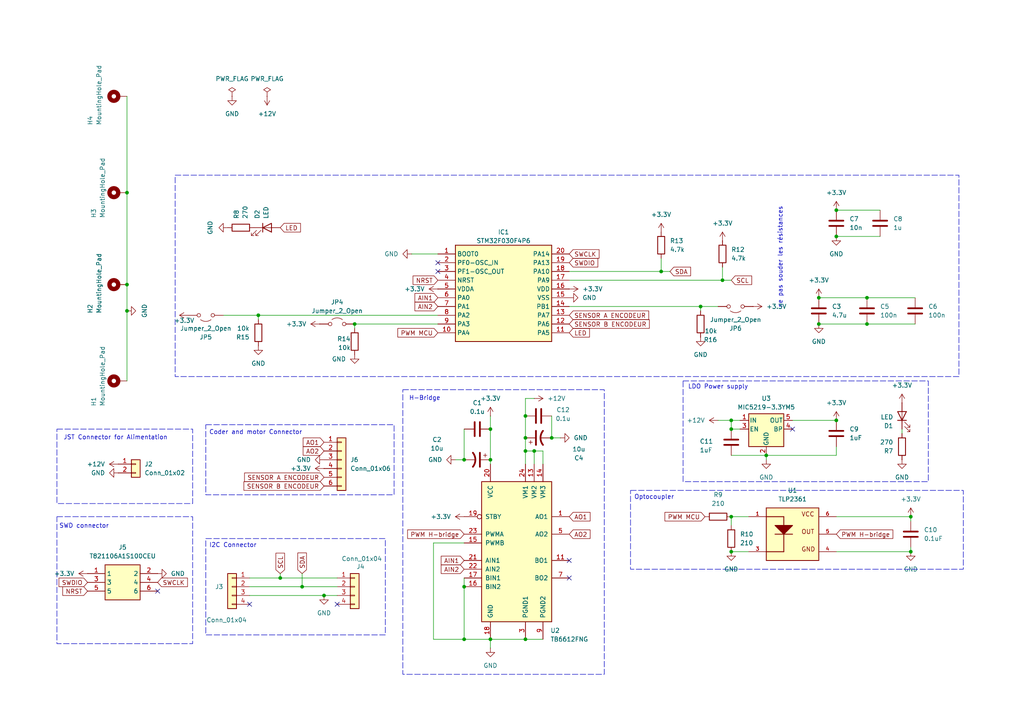
<source format=kicad_sch>
(kicad_sch
	(version 20250114)
	(generator "eeschema")
	(generator_version "9.0")
	(uuid "ab33148c-0e57-4937-9f84-3db0f981601a")
	(paper "A4")
	(title_block
		(title "Module I2C H-Bridge")
		(date "22/10/025")
		(rev "2.0")
		(company "ENSEA")
		(comment 1 "DAVERAT ARTHUR")
		(comment 2 "SERAPHIN BRADLEY")
	)
	(lib_symbols
		(symbol "Connector_Generic:Conn_01x02"
			(pin_names
				(offset 1.016)
				(hide yes)
			)
			(exclude_from_sim no)
			(in_bom yes)
			(on_board yes)
			(property "Reference" "J"
				(at 0 2.54 0)
				(effects
					(font
						(size 1.27 1.27)
					)
				)
			)
			(property "Value" "Conn_01x02"
				(at 0 -5.08 0)
				(effects
					(font
						(size 1.27 1.27)
					)
				)
			)
			(property "Footprint" ""
				(at 0 0 0)
				(effects
					(font
						(size 1.27 1.27)
					)
					(hide yes)
				)
			)
			(property "Datasheet" "~"
				(at 0 0 0)
				(effects
					(font
						(size 1.27 1.27)
					)
					(hide yes)
				)
			)
			(property "Description" "Generic connector, single row, 01x02, script generated (kicad-library-utils/schlib/autogen/connector/)"
				(at 0 0 0)
				(effects
					(font
						(size 1.27 1.27)
					)
					(hide yes)
				)
			)
			(property "ki_keywords" "connector"
				(at 0 0 0)
				(effects
					(font
						(size 1.27 1.27)
					)
					(hide yes)
				)
			)
			(property "ki_fp_filters" "Connector*:*_1x??_*"
				(at 0 0 0)
				(effects
					(font
						(size 1.27 1.27)
					)
					(hide yes)
				)
			)
			(symbol "Conn_01x02_1_1"
				(rectangle
					(start -1.27 1.27)
					(end 1.27 -3.81)
					(stroke
						(width 0.254)
						(type default)
					)
					(fill
						(type background)
					)
				)
				(rectangle
					(start -1.27 0.127)
					(end 0 -0.127)
					(stroke
						(width 0.1524)
						(type default)
					)
					(fill
						(type none)
					)
				)
				(rectangle
					(start -1.27 -2.413)
					(end 0 -2.667)
					(stroke
						(width 0.1524)
						(type default)
					)
					(fill
						(type none)
					)
				)
				(pin passive line
					(at -5.08 0 0)
					(length 3.81)
					(name "Pin_1"
						(effects
							(font
								(size 1.27 1.27)
							)
						)
					)
					(number "1"
						(effects
							(font
								(size 1.27 1.27)
							)
						)
					)
				)
				(pin passive line
					(at -5.08 -2.54 0)
					(length 3.81)
					(name "Pin_2"
						(effects
							(font
								(size 1.27 1.27)
							)
						)
					)
					(number "2"
						(effects
							(font
								(size 1.27 1.27)
							)
						)
					)
				)
			)
			(embedded_fonts no)
		)
		(symbol "Connector_Generic:Conn_01x04"
			(pin_names
				(offset 1.016)
				(hide yes)
			)
			(exclude_from_sim no)
			(in_bom yes)
			(on_board yes)
			(property "Reference" "J"
				(at 0 5.08 0)
				(effects
					(font
						(size 1.27 1.27)
					)
				)
			)
			(property "Value" "Conn_01x04"
				(at 0 -7.62 0)
				(effects
					(font
						(size 1.27 1.27)
					)
				)
			)
			(property "Footprint" ""
				(at 0 0 0)
				(effects
					(font
						(size 1.27 1.27)
					)
					(hide yes)
				)
			)
			(property "Datasheet" "~"
				(at 0 0 0)
				(effects
					(font
						(size 1.27 1.27)
					)
					(hide yes)
				)
			)
			(property "Description" "Generic connector, single row, 01x04, script generated (kicad-library-utils/schlib/autogen/connector/)"
				(at 0 0 0)
				(effects
					(font
						(size 1.27 1.27)
					)
					(hide yes)
				)
			)
			(property "ki_keywords" "connector"
				(at 0 0 0)
				(effects
					(font
						(size 1.27 1.27)
					)
					(hide yes)
				)
			)
			(property "ki_fp_filters" "Connector*:*_1x??_*"
				(at 0 0 0)
				(effects
					(font
						(size 1.27 1.27)
					)
					(hide yes)
				)
			)
			(symbol "Conn_01x04_1_1"
				(rectangle
					(start -1.27 3.81)
					(end 1.27 -6.35)
					(stroke
						(width 0.254)
						(type default)
					)
					(fill
						(type background)
					)
				)
				(rectangle
					(start -1.27 2.667)
					(end 0 2.413)
					(stroke
						(width 0.1524)
						(type default)
					)
					(fill
						(type none)
					)
				)
				(rectangle
					(start -1.27 0.127)
					(end 0 -0.127)
					(stroke
						(width 0.1524)
						(type default)
					)
					(fill
						(type none)
					)
				)
				(rectangle
					(start -1.27 -2.413)
					(end 0 -2.667)
					(stroke
						(width 0.1524)
						(type default)
					)
					(fill
						(type none)
					)
				)
				(rectangle
					(start -1.27 -4.953)
					(end 0 -5.207)
					(stroke
						(width 0.1524)
						(type default)
					)
					(fill
						(type none)
					)
				)
				(pin passive line
					(at -5.08 2.54 0)
					(length 3.81)
					(name "Pin_1"
						(effects
							(font
								(size 1.27 1.27)
							)
						)
					)
					(number "1"
						(effects
							(font
								(size 1.27 1.27)
							)
						)
					)
				)
				(pin passive line
					(at -5.08 0 0)
					(length 3.81)
					(name "Pin_2"
						(effects
							(font
								(size 1.27 1.27)
							)
						)
					)
					(number "2"
						(effects
							(font
								(size 1.27 1.27)
							)
						)
					)
				)
				(pin passive line
					(at -5.08 -2.54 0)
					(length 3.81)
					(name "Pin_3"
						(effects
							(font
								(size 1.27 1.27)
							)
						)
					)
					(number "3"
						(effects
							(font
								(size 1.27 1.27)
							)
						)
					)
				)
				(pin passive line
					(at -5.08 -5.08 0)
					(length 3.81)
					(name "Pin_4"
						(effects
							(font
								(size 1.27 1.27)
							)
						)
					)
					(number "4"
						(effects
							(font
								(size 1.27 1.27)
							)
						)
					)
				)
			)
			(embedded_fonts no)
		)
		(symbol "Connector_Generic:Conn_01x06"
			(pin_names
				(offset 1.016)
				(hide yes)
			)
			(exclude_from_sim no)
			(in_bom yes)
			(on_board yes)
			(property "Reference" "J"
				(at 0 7.62 0)
				(effects
					(font
						(size 1.27 1.27)
					)
				)
			)
			(property "Value" "Conn_01x06"
				(at 0 -10.16 0)
				(effects
					(font
						(size 1.27 1.27)
					)
				)
			)
			(property "Footprint" ""
				(at 0 0 0)
				(effects
					(font
						(size 1.27 1.27)
					)
					(hide yes)
				)
			)
			(property "Datasheet" "~"
				(at 0 0 0)
				(effects
					(font
						(size 1.27 1.27)
					)
					(hide yes)
				)
			)
			(property "Description" "Generic connector, single row, 01x06, script generated (kicad-library-utils/schlib/autogen/connector/)"
				(at 0 0 0)
				(effects
					(font
						(size 1.27 1.27)
					)
					(hide yes)
				)
			)
			(property "ki_keywords" "connector"
				(at 0 0 0)
				(effects
					(font
						(size 1.27 1.27)
					)
					(hide yes)
				)
			)
			(property "ki_fp_filters" "Connector*:*_1x??_*"
				(at 0 0 0)
				(effects
					(font
						(size 1.27 1.27)
					)
					(hide yes)
				)
			)
			(symbol "Conn_01x06_1_1"
				(rectangle
					(start -1.27 6.35)
					(end 1.27 -8.89)
					(stroke
						(width 0.254)
						(type default)
					)
					(fill
						(type background)
					)
				)
				(rectangle
					(start -1.27 5.207)
					(end 0 4.953)
					(stroke
						(width 0.1524)
						(type default)
					)
					(fill
						(type none)
					)
				)
				(rectangle
					(start -1.27 2.667)
					(end 0 2.413)
					(stroke
						(width 0.1524)
						(type default)
					)
					(fill
						(type none)
					)
				)
				(rectangle
					(start -1.27 0.127)
					(end 0 -0.127)
					(stroke
						(width 0.1524)
						(type default)
					)
					(fill
						(type none)
					)
				)
				(rectangle
					(start -1.27 -2.413)
					(end 0 -2.667)
					(stroke
						(width 0.1524)
						(type default)
					)
					(fill
						(type none)
					)
				)
				(rectangle
					(start -1.27 -4.953)
					(end 0 -5.207)
					(stroke
						(width 0.1524)
						(type default)
					)
					(fill
						(type none)
					)
				)
				(rectangle
					(start -1.27 -7.493)
					(end 0 -7.747)
					(stroke
						(width 0.1524)
						(type default)
					)
					(fill
						(type none)
					)
				)
				(pin passive line
					(at -5.08 5.08 0)
					(length 3.81)
					(name "Pin_1"
						(effects
							(font
								(size 1.27 1.27)
							)
						)
					)
					(number "1"
						(effects
							(font
								(size 1.27 1.27)
							)
						)
					)
				)
				(pin passive line
					(at -5.08 2.54 0)
					(length 3.81)
					(name "Pin_2"
						(effects
							(font
								(size 1.27 1.27)
							)
						)
					)
					(number "2"
						(effects
							(font
								(size 1.27 1.27)
							)
						)
					)
				)
				(pin passive line
					(at -5.08 0 0)
					(length 3.81)
					(name "Pin_3"
						(effects
							(font
								(size 1.27 1.27)
							)
						)
					)
					(number "3"
						(effects
							(font
								(size 1.27 1.27)
							)
						)
					)
				)
				(pin passive line
					(at -5.08 -2.54 0)
					(length 3.81)
					(name "Pin_4"
						(effects
							(font
								(size 1.27 1.27)
							)
						)
					)
					(number "4"
						(effects
							(font
								(size 1.27 1.27)
							)
						)
					)
				)
				(pin passive line
					(at -5.08 -5.08 0)
					(length 3.81)
					(name "Pin_5"
						(effects
							(font
								(size 1.27 1.27)
							)
						)
					)
					(number "5"
						(effects
							(font
								(size 1.27 1.27)
							)
						)
					)
				)
				(pin passive line
					(at -5.08 -7.62 0)
					(length 3.81)
					(name "Pin_6"
						(effects
							(font
								(size 1.27 1.27)
							)
						)
					)
					(number "6"
						(effects
							(font
								(size 1.27 1.27)
							)
						)
					)
				)
			)
			(embedded_fonts no)
		)
		(symbol "Device:C"
			(pin_numbers
				(hide yes)
			)
			(pin_names
				(offset 0.254)
			)
			(exclude_from_sim no)
			(in_bom yes)
			(on_board yes)
			(property "Reference" "C"
				(at 0.635 2.54 0)
				(effects
					(font
						(size 1.27 1.27)
					)
					(justify left)
				)
			)
			(property "Value" "C"
				(at 0.635 -2.54 0)
				(effects
					(font
						(size 1.27 1.27)
					)
					(justify left)
				)
			)
			(property "Footprint" ""
				(at 0.9652 -3.81 0)
				(effects
					(font
						(size 1.27 1.27)
					)
					(hide yes)
				)
			)
			(property "Datasheet" "~"
				(at 0 0 0)
				(effects
					(font
						(size 1.27 1.27)
					)
					(hide yes)
				)
			)
			(property "Description" "Unpolarized capacitor"
				(at 0 0 0)
				(effects
					(font
						(size 1.27 1.27)
					)
					(hide yes)
				)
			)
			(property "ki_keywords" "cap capacitor"
				(at 0 0 0)
				(effects
					(font
						(size 1.27 1.27)
					)
					(hide yes)
				)
			)
			(property "ki_fp_filters" "C_*"
				(at 0 0 0)
				(effects
					(font
						(size 1.27 1.27)
					)
					(hide yes)
				)
			)
			(symbol "C_0_1"
				(polyline
					(pts
						(xy -2.032 0.762) (xy 2.032 0.762)
					)
					(stroke
						(width 0.508)
						(type default)
					)
					(fill
						(type none)
					)
				)
				(polyline
					(pts
						(xy -2.032 -0.762) (xy 2.032 -0.762)
					)
					(stroke
						(width 0.508)
						(type default)
					)
					(fill
						(type none)
					)
				)
			)
			(symbol "C_1_1"
				(pin passive line
					(at 0 3.81 270)
					(length 2.794)
					(name "~"
						(effects
							(font
								(size 1.27 1.27)
							)
						)
					)
					(number "1"
						(effects
							(font
								(size 1.27 1.27)
							)
						)
					)
				)
				(pin passive line
					(at 0 -3.81 90)
					(length 2.794)
					(name "~"
						(effects
							(font
								(size 1.27 1.27)
							)
						)
					)
					(number "2"
						(effects
							(font
								(size 1.27 1.27)
							)
						)
					)
				)
			)
			(embedded_fonts no)
		)
		(symbol "Device:C_Polarized_US"
			(pin_numbers
				(hide yes)
			)
			(pin_names
				(offset 0.254)
				(hide yes)
			)
			(exclude_from_sim no)
			(in_bom yes)
			(on_board yes)
			(property "Reference" "C"
				(at 0.635 2.54 0)
				(effects
					(font
						(size 1.27 1.27)
					)
					(justify left)
				)
			)
			(property "Value" "C_Polarized_US"
				(at 0.635 -2.54 0)
				(effects
					(font
						(size 1.27 1.27)
					)
					(justify left)
				)
			)
			(property "Footprint" ""
				(at 0 0 0)
				(effects
					(font
						(size 1.27 1.27)
					)
					(hide yes)
				)
			)
			(property "Datasheet" "~"
				(at 0 0 0)
				(effects
					(font
						(size 1.27 1.27)
					)
					(hide yes)
				)
			)
			(property "Description" "Polarized capacitor, US symbol"
				(at 0 0 0)
				(effects
					(font
						(size 1.27 1.27)
					)
					(hide yes)
				)
			)
			(property "ki_keywords" "cap capacitor"
				(at 0 0 0)
				(effects
					(font
						(size 1.27 1.27)
					)
					(hide yes)
				)
			)
			(property "ki_fp_filters" "CP_*"
				(at 0 0 0)
				(effects
					(font
						(size 1.27 1.27)
					)
					(hide yes)
				)
			)
			(symbol "C_Polarized_US_0_1"
				(polyline
					(pts
						(xy -2.032 0.762) (xy 2.032 0.762)
					)
					(stroke
						(width 0.508)
						(type default)
					)
					(fill
						(type none)
					)
				)
				(polyline
					(pts
						(xy -1.778 2.286) (xy -0.762 2.286)
					)
					(stroke
						(width 0)
						(type default)
					)
					(fill
						(type none)
					)
				)
				(polyline
					(pts
						(xy -1.27 1.778) (xy -1.27 2.794)
					)
					(stroke
						(width 0)
						(type default)
					)
					(fill
						(type none)
					)
				)
				(arc
					(start -2.032 -1.27)
					(mid 0 -0.5572)
					(end 2.032 -1.27)
					(stroke
						(width 0.508)
						(type default)
					)
					(fill
						(type none)
					)
				)
			)
			(symbol "C_Polarized_US_1_1"
				(pin passive line
					(at 0 3.81 270)
					(length 2.794)
					(name "~"
						(effects
							(font
								(size 1.27 1.27)
							)
						)
					)
					(number "1"
						(effects
							(font
								(size 1.27 1.27)
							)
						)
					)
				)
				(pin passive line
					(at 0 -3.81 90)
					(length 3.302)
					(name "~"
						(effects
							(font
								(size 1.27 1.27)
							)
						)
					)
					(number "2"
						(effects
							(font
								(size 1.27 1.27)
							)
						)
					)
				)
			)
			(embedded_fonts no)
		)
		(symbol "Device:LED"
			(pin_numbers
				(hide yes)
			)
			(pin_names
				(offset 1.016)
				(hide yes)
			)
			(exclude_from_sim no)
			(in_bom yes)
			(on_board yes)
			(property "Reference" "D"
				(at 0 2.54 0)
				(effects
					(font
						(size 1.27 1.27)
					)
				)
			)
			(property "Value" "LED"
				(at 0 -2.54 0)
				(effects
					(font
						(size 1.27 1.27)
					)
				)
			)
			(property "Footprint" ""
				(at 0 0 0)
				(effects
					(font
						(size 1.27 1.27)
					)
					(hide yes)
				)
			)
			(property "Datasheet" "~"
				(at 0 0 0)
				(effects
					(font
						(size 1.27 1.27)
					)
					(hide yes)
				)
			)
			(property "Description" "Light emitting diode"
				(at 0 0 0)
				(effects
					(font
						(size 1.27 1.27)
					)
					(hide yes)
				)
			)
			(property "Sim.Pins" "1=K 2=A"
				(at 0 0 0)
				(effects
					(font
						(size 1.27 1.27)
					)
					(hide yes)
				)
			)
			(property "ki_keywords" "LED diode"
				(at 0 0 0)
				(effects
					(font
						(size 1.27 1.27)
					)
					(hide yes)
				)
			)
			(property "ki_fp_filters" "LED* LED_SMD:* LED_THT:*"
				(at 0 0 0)
				(effects
					(font
						(size 1.27 1.27)
					)
					(hide yes)
				)
			)
			(symbol "LED_0_1"
				(polyline
					(pts
						(xy -3.048 -0.762) (xy -4.572 -2.286) (xy -3.81 -2.286) (xy -4.572 -2.286) (xy -4.572 -1.524)
					)
					(stroke
						(width 0)
						(type default)
					)
					(fill
						(type none)
					)
				)
				(polyline
					(pts
						(xy -1.778 -0.762) (xy -3.302 -2.286) (xy -2.54 -2.286) (xy -3.302 -2.286) (xy -3.302 -1.524)
					)
					(stroke
						(width 0)
						(type default)
					)
					(fill
						(type none)
					)
				)
				(polyline
					(pts
						(xy -1.27 0) (xy 1.27 0)
					)
					(stroke
						(width 0)
						(type default)
					)
					(fill
						(type none)
					)
				)
				(polyline
					(pts
						(xy -1.27 -1.27) (xy -1.27 1.27)
					)
					(stroke
						(width 0.254)
						(type default)
					)
					(fill
						(type none)
					)
				)
				(polyline
					(pts
						(xy 1.27 -1.27) (xy 1.27 1.27) (xy -1.27 0) (xy 1.27 -1.27)
					)
					(stroke
						(width 0.254)
						(type default)
					)
					(fill
						(type none)
					)
				)
			)
			(symbol "LED_1_1"
				(pin passive line
					(at -3.81 0 0)
					(length 2.54)
					(name "K"
						(effects
							(font
								(size 1.27 1.27)
							)
						)
					)
					(number "1"
						(effects
							(font
								(size 1.27 1.27)
							)
						)
					)
				)
				(pin passive line
					(at 3.81 0 180)
					(length 2.54)
					(name "A"
						(effects
							(font
								(size 1.27 1.27)
							)
						)
					)
					(number "2"
						(effects
							(font
								(size 1.27 1.27)
							)
						)
					)
				)
			)
			(embedded_fonts no)
		)
		(symbol "Device:R"
			(pin_numbers
				(hide yes)
			)
			(pin_names
				(offset 0)
			)
			(exclude_from_sim no)
			(in_bom yes)
			(on_board yes)
			(property "Reference" "R"
				(at 2.032 0 90)
				(effects
					(font
						(size 1.27 1.27)
					)
				)
			)
			(property "Value" "R"
				(at 0 0 90)
				(effects
					(font
						(size 1.27 1.27)
					)
				)
			)
			(property "Footprint" ""
				(at -1.778 0 90)
				(effects
					(font
						(size 1.27 1.27)
					)
					(hide yes)
				)
			)
			(property "Datasheet" "~"
				(at 0 0 0)
				(effects
					(font
						(size 1.27 1.27)
					)
					(hide yes)
				)
			)
			(property "Description" "Resistor"
				(at 0 0 0)
				(effects
					(font
						(size 1.27 1.27)
					)
					(hide yes)
				)
			)
			(property "ki_keywords" "R res resistor"
				(at 0 0 0)
				(effects
					(font
						(size 1.27 1.27)
					)
					(hide yes)
				)
			)
			(property "ki_fp_filters" "R_*"
				(at 0 0 0)
				(effects
					(font
						(size 1.27 1.27)
					)
					(hide yes)
				)
			)
			(symbol "R_0_1"
				(rectangle
					(start -1.016 -2.54)
					(end 1.016 2.54)
					(stroke
						(width 0.254)
						(type default)
					)
					(fill
						(type none)
					)
				)
			)
			(symbol "R_1_1"
				(pin passive line
					(at 0 3.81 270)
					(length 1.27)
					(name "~"
						(effects
							(font
								(size 1.27 1.27)
							)
						)
					)
					(number "1"
						(effects
							(font
								(size 1.27 1.27)
							)
						)
					)
				)
				(pin passive line
					(at 0 -3.81 90)
					(length 1.27)
					(name "~"
						(effects
							(font
								(size 1.27 1.27)
							)
						)
					)
					(number "2"
						(effects
							(font
								(size 1.27 1.27)
							)
						)
					)
				)
			)
			(embedded_fonts no)
		)
		(symbol "Driver_Motor:TB6612FNG"
			(pin_names
				(offset 1.016)
			)
			(exclude_from_sim no)
			(in_bom yes)
			(on_board yes)
			(property "Reference" "U"
				(at 11.43 17.78 0)
				(effects
					(font
						(size 1.27 1.27)
					)
					(justify left)
				)
			)
			(property "Value" "TB6612FNG"
				(at 11.43 15.24 0)
				(effects
					(font
						(size 1.27 1.27)
					)
					(justify left)
				)
			)
			(property "Footprint" "Package_SO:SSOP-24_5.3x8.2mm_P0.65mm"
				(at 33.02 -22.86 0)
				(effects
					(font
						(size 1.27 1.27)
					)
					(hide yes)
				)
			)
			(property "Datasheet" "https://toshiba.semicon-storage.com/us/product/linear/motordriver/detail.TB6612FNG.html"
				(at 11.43 15.24 0)
				(effects
					(font
						(size 1.27 1.27)
					)
					(hide yes)
				)
			)
			(property "Description" "Driver IC for Dual DC motor, SSOP-24"
				(at 0 0 0)
				(effects
					(font
						(size 1.27 1.27)
					)
					(hide yes)
				)
			)
			(property "ki_keywords" "H-bridge motor driver"
				(at 0 0 0)
				(effects
					(font
						(size 1.27 1.27)
					)
					(hide yes)
				)
			)
			(property "ki_fp_filters" "SSOP*5.3x8.2mm*P0.65mm*"
				(at 0 0 0)
				(effects
					(font
						(size 1.27 1.27)
					)
					(hide yes)
				)
			)
			(symbol "TB6612FNG_0_1"
				(rectangle
					(start -10.16 20.32)
					(end 10.16 -20.32)
					(stroke
						(width 0.254)
						(type default)
					)
					(fill
						(type background)
					)
				)
			)
			(symbol "TB6612FNG_1_1"
				(pin input inverted
					(at -15.24 10.16 0)
					(length 5.08)
					(name "STBY"
						(effects
							(font
								(size 1.27 1.27)
							)
						)
					)
					(number "19"
						(effects
							(font
								(size 1.27 1.27)
							)
						)
					)
				)
				(pin input line
					(at -15.24 5.08 0)
					(length 5.08)
					(name "PWMA"
						(effects
							(font
								(size 1.27 1.27)
							)
						)
					)
					(number "23"
						(effects
							(font
								(size 1.27 1.27)
							)
						)
					)
				)
				(pin input line
					(at -15.24 2.54 0)
					(length 5.08)
					(name "PWMB"
						(effects
							(font
								(size 1.27 1.27)
							)
						)
					)
					(number "15"
						(effects
							(font
								(size 1.27 1.27)
							)
						)
					)
				)
				(pin input line
					(at -15.24 -2.54 0)
					(length 5.08)
					(name "AIN1"
						(effects
							(font
								(size 1.27 1.27)
							)
						)
					)
					(number "21"
						(effects
							(font
								(size 1.27 1.27)
							)
						)
					)
				)
				(pin input line
					(at -15.24 -5.08 0)
					(length 5.08)
					(name "AIN2"
						(effects
							(font
								(size 1.27 1.27)
							)
						)
					)
					(number "22"
						(effects
							(font
								(size 1.27 1.27)
							)
						)
					)
				)
				(pin input line
					(at -15.24 -7.62 0)
					(length 5.08)
					(name "BIN1"
						(effects
							(font
								(size 1.27 1.27)
							)
						)
					)
					(number "17"
						(effects
							(font
								(size 1.27 1.27)
							)
						)
					)
				)
				(pin input line
					(at -15.24 -10.16 0)
					(length 5.08)
					(name "BIN2"
						(effects
							(font
								(size 1.27 1.27)
							)
						)
					)
					(number "16"
						(effects
							(font
								(size 1.27 1.27)
							)
						)
					)
				)
				(pin power_in line
					(at -7.62 25.4 270)
					(length 5.08)
					(name "VCC"
						(effects
							(font
								(size 1.27 1.27)
							)
						)
					)
					(number "20"
						(effects
							(font
								(size 1.27 1.27)
							)
						)
					)
				)
				(pin power_in line
					(at -7.62 -25.4 90)
					(length 5.08)
					(name "GND"
						(effects
							(font
								(size 1.27 1.27)
							)
						)
					)
					(number "18"
						(effects
							(font
								(size 1.27 1.27)
							)
						)
					)
				)
				(pin power_in line
					(at 2.54 25.4 270)
					(length 5.08)
					(name "VM1"
						(effects
							(font
								(size 1.27 1.27)
							)
						)
					)
					(number "24"
						(effects
							(font
								(size 1.27 1.27)
							)
						)
					)
				)
				(pin power_in line
					(at 2.54 -25.4 90)
					(length 5.08)
					(name "PGND1"
						(effects
							(font
								(size 1.27 1.27)
							)
						)
					)
					(number "3"
						(effects
							(font
								(size 1.27 1.27)
							)
						)
					)
				)
				(pin passive line
					(at 2.54 -25.4 90)
					(length 5.08)
					(hide yes)
					(name "PGND1"
						(effects
							(font
								(size 1.27 1.27)
							)
						)
					)
					(number "4"
						(effects
							(font
								(size 1.27 1.27)
							)
						)
					)
				)
				(pin power_in line
					(at 5.08 25.4 270)
					(length 5.08)
					(name "VM2"
						(effects
							(font
								(size 1.27 1.27)
							)
						)
					)
					(number "13"
						(effects
							(font
								(size 1.27 1.27)
							)
						)
					)
				)
				(pin power_in line
					(at 7.62 25.4 270)
					(length 5.08)
					(name "VM3"
						(effects
							(font
								(size 1.27 1.27)
							)
						)
					)
					(number "14"
						(effects
							(font
								(size 1.27 1.27)
							)
						)
					)
				)
				(pin passive line
					(at 7.62 -25.4 90)
					(length 5.08)
					(hide yes)
					(name "PGND2"
						(effects
							(font
								(size 1.27 1.27)
							)
						)
					)
					(number "10"
						(effects
							(font
								(size 1.27 1.27)
							)
						)
					)
				)
				(pin power_in line
					(at 7.62 -25.4 90)
					(length 5.08)
					(name "PGND2"
						(effects
							(font
								(size 1.27 1.27)
							)
						)
					)
					(number "9"
						(effects
							(font
								(size 1.27 1.27)
							)
						)
					)
				)
				(pin output line
					(at 15.24 10.16 180)
					(length 5.08)
					(name "AO1"
						(effects
							(font
								(size 1.27 1.27)
							)
						)
					)
					(number "1"
						(effects
							(font
								(size 1.27 1.27)
							)
						)
					)
				)
				(pin passive line
					(at 15.24 10.16 180)
					(length 5.08)
					(hide yes)
					(name "AO1"
						(effects
							(font
								(size 1.27 1.27)
							)
						)
					)
					(number "2"
						(effects
							(font
								(size 1.27 1.27)
							)
						)
					)
				)
				(pin output line
					(at 15.24 5.08 180)
					(length 5.08)
					(name "AO2"
						(effects
							(font
								(size 1.27 1.27)
							)
						)
					)
					(number "5"
						(effects
							(font
								(size 1.27 1.27)
							)
						)
					)
				)
				(pin passive line
					(at 15.24 5.08 180)
					(length 5.08)
					(hide yes)
					(name "AO2"
						(effects
							(font
								(size 1.27 1.27)
							)
						)
					)
					(number "6"
						(effects
							(font
								(size 1.27 1.27)
							)
						)
					)
				)
				(pin output line
					(at 15.24 -2.54 180)
					(length 5.08)
					(name "BO1"
						(effects
							(font
								(size 1.27 1.27)
							)
						)
					)
					(number "11"
						(effects
							(font
								(size 1.27 1.27)
							)
						)
					)
				)
				(pin passive line
					(at 15.24 -2.54 180)
					(length 5.08)
					(hide yes)
					(name "BO1"
						(effects
							(font
								(size 1.27 1.27)
							)
						)
					)
					(number "12"
						(effects
							(font
								(size 1.27 1.27)
							)
						)
					)
				)
				(pin output line
					(at 15.24 -7.62 180)
					(length 5.08)
					(name "BO2"
						(effects
							(font
								(size 1.27 1.27)
							)
						)
					)
					(number "7"
						(effects
							(font
								(size 1.27 1.27)
							)
						)
					)
				)
				(pin passive line
					(at 15.24 -7.62 180)
					(length 5.08)
					(hide yes)
					(name "BO2"
						(effects
							(font
								(size 1.27 1.27)
							)
						)
					)
					(number "8"
						(effects
							(font
								(size 1.27 1.27)
							)
						)
					)
				)
			)
			(embedded_fonts no)
		)
		(symbol "Jumper:Jumper_2_Open"
			(pin_numbers
				(hide yes)
			)
			(pin_names
				(offset 0)
				(hide yes)
			)
			(exclude_from_sim no)
			(in_bom yes)
			(on_board yes)
			(property "Reference" "JP"
				(at 0 2.794 0)
				(effects
					(font
						(size 1.27 1.27)
					)
				)
			)
			(property "Value" "Jumper_2_Open"
				(at 0 -2.286 0)
				(effects
					(font
						(size 1.27 1.27)
					)
				)
			)
			(property "Footprint" ""
				(at 0 0 0)
				(effects
					(font
						(size 1.27 1.27)
					)
					(hide yes)
				)
			)
			(property "Datasheet" "~"
				(at 0 0 0)
				(effects
					(font
						(size 1.27 1.27)
					)
					(hide yes)
				)
			)
			(property "Description" "Jumper, 2-pole, open"
				(at 0 0 0)
				(effects
					(font
						(size 1.27 1.27)
					)
					(hide yes)
				)
			)
			(property "ki_keywords" "Jumper SPST"
				(at 0 0 0)
				(effects
					(font
						(size 1.27 1.27)
					)
					(hide yes)
				)
			)
			(property "ki_fp_filters" "Jumper* TestPoint*2Pads* TestPoint*Bridge*"
				(at 0 0 0)
				(effects
					(font
						(size 1.27 1.27)
					)
					(hide yes)
				)
			)
			(symbol "Jumper_2_Open_0_0"
				(circle
					(center -2.032 0)
					(radius 0.508)
					(stroke
						(width 0)
						(type default)
					)
					(fill
						(type none)
					)
				)
				(circle
					(center 2.032 0)
					(radius 0.508)
					(stroke
						(width 0)
						(type default)
					)
					(fill
						(type none)
					)
				)
			)
			(symbol "Jumper_2_Open_0_1"
				(arc
					(start -1.524 1.27)
					(mid 0 1.778)
					(end 1.524 1.27)
					(stroke
						(width 0)
						(type default)
					)
					(fill
						(type none)
					)
				)
			)
			(symbol "Jumper_2_Open_1_1"
				(pin passive line
					(at -5.08 0 0)
					(length 2.54)
					(name "A"
						(effects
							(font
								(size 1.27 1.27)
							)
						)
					)
					(number "1"
						(effects
							(font
								(size 1.27 1.27)
							)
						)
					)
				)
				(pin passive line
					(at 5.08 0 180)
					(length 2.54)
					(name "B"
						(effects
							(font
								(size 1.27 1.27)
							)
						)
					)
					(number "2"
						(effects
							(font
								(size 1.27 1.27)
							)
						)
					)
				)
			)
			(embedded_fonts no)
		)
		(symbol "Mechanical:MountingHole_Pad"
			(pin_numbers
				(hide yes)
			)
			(pin_names
				(offset 1.016)
				(hide yes)
			)
			(exclude_from_sim no)
			(in_bom no)
			(on_board yes)
			(property "Reference" "H"
				(at 0 6.35 0)
				(effects
					(font
						(size 1.27 1.27)
					)
				)
			)
			(property "Value" "MountingHole_Pad"
				(at 0 4.445 0)
				(effects
					(font
						(size 1.27 1.27)
					)
				)
			)
			(property "Footprint" ""
				(at 0 0 0)
				(effects
					(font
						(size 1.27 1.27)
					)
					(hide yes)
				)
			)
			(property "Datasheet" "~"
				(at 0 0 0)
				(effects
					(font
						(size 1.27 1.27)
					)
					(hide yes)
				)
			)
			(property "Description" "Mounting Hole with connection"
				(at 0 0 0)
				(effects
					(font
						(size 1.27 1.27)
					)
					(hide yes)
				)
			)
			(property "ki_keywords" "mounting hole"
				(at 0 0 0)
				(effects
					(font
						(size 1.27 1.27)
					)
					(hide yes)
				)
			)
			(property "ki_fp_filters" "MountingHole*Pad*"
				(at 0 0 0)
				(effects
					(font
						(size 1.27 1.27)
					)
					(hide yes)
				)
			)
			(symbol "MountingHole_Pad_0_1"
				(circle
					(center 0 1.27)
					(radius 1.27)
					(stroke
						(width 1.27)
						(type default)
					)
					(fill
						(type none)
					)
				)
			)
			(symbol "MountingHole_Pad_1_1"
				(pin input line
					(at 0 -2.54 90)
					(length 2.54)
					(name "1"
						(effects
							(font
								(size 1.27 1.27)
							)
						)
					)
					(number "1"
						(effects
							(font
								(size 1.27 1.27)
							)
						)
					)
				)
			)
			(embedded_fonts no)
		)
		(symbol "Regulator_Linear:MIC5219-3.3YM5"
			(pin_names
				(offset 0.254)
			)
			(exclude_from_sim no)
			(in_bom yes)
			(on_board yes)
			(property "Reference" "U"
				(at -3.81 5.715 0)
				(effects
					(font
						(size 1.27 1.27)
					)
				)
			)
			(property "Value" "MIC5219-3.3YM5"
				(at 0 5.715 0)
				(effects
					(font
						(size 1.27 1.27)
					)
					(justify left)
				)
			)
			(property "Footprint" "Package_TO_SOT_SMD:SOT-23-5"
				(at 0 8.255 0)
				(effects
					(font
						(size 1.27 1.27)
					)
					(hide yes)
				)
			)
			(property "Datasheet" "http://ww1.microchip.com/downloads/en/DeviceDoc/MIC5219-500mA-Peak-Output-LDO-Regulator-DS20006021A.pdf"
				(at 0 0 0)
				(effects
					(font
						(size 1.27 1.27)
					)
					(hide yes)
				)
			)
			(property "Description" "500mA low dropout linear regulator, fixed 3.3V output, SOT-23-5"
				(at 0 0 0)
				(effects
					(font
						(size 1.27 1.27)
					)
					(hide yes)
				)
			)
			(property "ki_keywords" "500mA ultra-low-noise LDO linear voltage regulator fixed positive"
				(at 0 0 0)
				(effects
					(font
						(size 1.27 1.27)
					)
					(hide yes)
				)
			)
			(property "ki_fp_filters" "SOT?23*"
				(at 0 0 0)
				(effects
					(font
						(size 1.27 1.27)
					)
					(hide yes)
				)
			)
			(symbol "MIC5219-3.3YM5_0_1"
				(rectangle
					(start -5.08 4.445)
					(end 5.08 -5.08)
					(stroke
						(width 0.254)
						(type default)
					)
					(fill
						(type background)
					)
				)
			)
			(symbol "MIC5219-3.3YM5_1_1"
				(pin power_in line
					(at -7.62 2.54 0)
					(length 2.54)
					(name "IN"
						(effects
							(font
								(size 1.27 1.27)
							)
						)
					)
					(number "1"
						(effects
							(font
								(size 1.27 1.27)
							)
						)
					)
				)
				(pin input line
					(at -7.62 0 0)
					(length 2.54)
					(name "EN"
						(effects
							(font
								(size 1.27 1.27)
							)
						)
					)
					(number "3"
						(effects
							(font
								(size 1.27 1.27)
							)
						)
					)
				)
				(pin power_in line
					(at 0 -7.62 90)
					(length 2.54)
					(name "GND"
						(effects
							(font
								(size 1.27 1.27)
							)
						)
					)
					(number "2"
						(effects
							(font
								(size 1.27 1.27)
							)
						)
					)
				)
				(pin power_out line
					(at 7.62 2.54 180)
					(length 2.54)
					(name "OUT"
						(effects
							(font
								(size 1.27 1.27)
							)
						)
					)
					(number "5"
						(effects
							(font
								(size 1.27 1.27)
							)
						)
					)
				)
				(pin input line
					(at 7.62 0 180)
					(length 2.54)
					(name "BP"
						(effects
							(font
								(size 1.27 1.27)
							)
						)
					)
					(number "4"
						(effects
							(font
								(size 1.27 1.27)
							)
						)
					)
				)
			)
			(embedded_fonts no)
		)
		(symbol "STM32F030F4P6:STM32F030F4P6"
			(exclude_from_sim no)
			(in_bom yes)
			(on_board yes)
			(property "Reference" "IC"
				(at 34.29 7.62 0)
				(effects
					(font
						(size 1.27 1.27)
					)
					(justify left top)
				)
			)
			(property "Value" "STM32F030F4P6"
				(at 34.29 5.08 0)
				(effects
					(font
						(size 1.27 1.27)
					)
					(justify left top)
				)
			)
			(property "Footprint" "SOP65P640X120-20N"
				(at 34.29 -94.92 0)
				(effects
					(font
						(size 1.27 1.27)
					)
					(justify left top)
					(hide yes)
				)
			)
			(property "Datasheet" "http://www.st.com/web/en/resource/technical/document/datasheet/DM00088500.pdf"
				(at 34.29 -194.92 0)
				(effects
					(font
						(size 1.27 1.27)
					)
					(justify left top)
					(hide yes)
				)
			)
			(property "Description" "32-Bit MCU Cortex-M0 16KB Flash TSSOP20 STM32F030F4P6, 32 bit ARM Cortex M0 Microcontroller 48MHz 16 kB Flash, 4 kB RAM, I2C 20-Pin TSSOP"
				(at 0 0 0)
				(effects
					(font
						(size 1.27 1.27)
					)
					(hide yes)
				)
			)
			(property "Height" "1.2"
				(at 34.29 -394.92 0)
				(effects
					(font
						(size 1.27 1.27)
					)
					(justify left top)
					(hide yes)
				)
			)
			(property "Farnell Part Number" ""
				(at 34.29 -494.92 0)
				(effects
					(font
						(size 1.27 1.27)
					)
					(justify left top)
					(hide yes)
				)
			)
			(property "Farnell Price/Stock" ""
				(at 34.29 -594.92 0)
				(effects
					(font
						(size 1.27 1.27)
					)
					(justify left top)
					(hide yes)
				)
			)
			(property "Manufacturer_Name" "STMicroelectronics"
				(at 34.29 -694.92 0)
				(effects
					(font
						(size 1.27 1.27)
					)
					(justify left top)
					(hide yes)
				)
			)
			(property "Manufacturer_Part_Number" "STM32F030F4P6"
				(at 34.29 -794.92 0)
				(effects
					(font
						(size 1.27 1.27)
					)
					(justify left top)
					(hide yes)
				)
			)
			(symbol "STM32F030F4P6_1_1"
				(rectangle
					(start 5.08 2.54)
					(end 33.02 -25.4)
					(stroke
						(width 0.254)
						(type default)
					)
					(fill
						(type background)
					)
				)
				(pin passive line
					(at 0 0 0)
					(length 5.08)
					(name "BOOT0"
						(effects
							(font
								(size 1.27 1.27)
							)
						)
					)
					(number "1"
						(effects
							(font
								(size 1.27 1.27)
							)
						)
					)
				)
				(pin passive line
					(at 0 -2.54 0)
					(length 5.08)
					(name "PF0-OSC_IN"
						(effects
							(font
								(size 1.27 1.27)
							)
						)
					)
					(number "2"
						(effects
							(font
								(size 1.27 1.27)
							)
						)
					)
				)
				(pin passive line
					(at 0 -5.08 0)
					(length 5.08)
					(name "PF1-OSC_OUT"
						(effects
							(font
								(size 1.27 1.27)
							)
						)
					)
					(number "3"
						(effects
							(font
								(size 1.27 1.27)
							)
						)
					)
				)
				(pin passive line
					(at 0 -7.62 0)
					(length 5.08)
					(name "NRST"
						(effects
							(font
								(size 1.27 1.27)
							)
						)
					)
					(number "4"
						(effects
							(font
								(size 1.27 1.27)
							)
						)
					)
				)
				(pin passive line
					(at 0 -10.16 0)
					(length 5.08)
					(name "VDDA"
						(effects
							(font
								(size 1.27 1.27)
							)
						)
					)
					(number "5"
						(effects
							(font
								(size 1.27 1.27)
							)
						)
					)
				)
				(pin passive line
					(at 0 -12.7 0)
					(length 5.08)
					(name "PA0"
						(effects
							(font
								(size 1.27 1.27)
							)
						)
					)
					(number "6"
						(effects
							(font
								(size 1.27 1.27)
							)
						)
					)
				)
				(pin passive line
					(at 0 -15.24 0)
					(length 5.08)
					(name "PA1"
						(effects
							(font
								(size 1.27 1.27)
							)
						)
					)
					(number "7"
						(effects
							(font
								(size 1.27 1.27)
							)
						)
					)
				)
				(pin passive line
					(at 0 -17.78 0)
					(length 5.08)
					(name "PA2"
						(effects
							(font
								(size 1.27 1.27)
							)
						)
					)
					(number "8"
						(effects
							(font
								(size 1.27 1.27)
							)
						)
					)
				)
				(pin passive line
					(at 0 -20.32 0)
					(length 5.08)
					(name "PA3"
						(effects
							(font
								(size 1.27 1.27)
							)
						)
					)
					(number "9"
						(effects
							(font
								(size 1.27 1.27)
							)
						)
					)
				)
				(pin passive line
					(at 0 -22.86 0)
					(length 5.08)
					(name "PA4"
						(effects
							(font
								(size 1.27 1.27)
							)
						)
					)
					(number "10"
						(effects
							(font
								(size 1.27 1.27)
							)
						)
					)
				)
				(pin passive line
					(at 38.1 0 180)
					(length 5.08)
					(name "PA14"
						(effects
							(font
								(size 1.27 1.27)
							)
						)
					)
					(number "20"
						(effects
							(font
								(size 1.27 1.27)
							)
						)
					)
				)
				(pin passive line
					(at 38.1 -2.54 180)
					(length 5.08)
					(name "PA13"
						(effects
							(font
								(size 1.27 1.27)
							)
						)
					)
					(number "19"
						(effects
							(font
								(size 1.27 1.27)
							)
						)
					)
				)
				(pin passive line
					(at 38.1 -5.08 180)
					(length 5.08)
					(name "PA10"
						(effects
							(font
								(size 1.27 1.27)
							)
						)
					)
					(number "18"
						(effects
							(font
								(size 1.27 1.27)
							)
						)
					)
				)
				(pin passive line
					(at 38.1 -7.62 180)
					(length 5.08)
					(name "PA9"
						(effects
							(font
								(size 1.27 1.27)
							)
						)
					)
					(number "17"
						(effects
							(font
								(size 1.27 1.27)
							)
						)
					)
				)
				(pin passive line
					(at 38.1 -10.16 180)
					(length 5.08)
					(name "VDD"
						(effects
							(font
								(size 1.27 1.27)
							)
						)
					)
					(number "16"
						(effects
							(font
								(size 1.27 1.27)
							)
						)
					)
				)
				(pin passive line
					(at 38.1 -12.7 180)
					(length 5.08)
					(name "VSS"
						(effects
							(font
								(size 1.27 1.27)
							)
						)
					)
					(number "15"
						(effects
							(font
								(size 1.27 1.27)
							)
						)
					)
				)
				(pin passive line
					(at 38.1 -15.24 180)
					(length 5.08)
					(name "PB1"
						(effects
							(font
								(size 1.27 1.27)
							)
						)
					)
					(number "14"
						(effects
							(font
								(size 1.27 1.27)
							)
						)
					)
				)
				(pin passive line
					(at 38.1 -17.78 180)
					(length 5.08)
					(name "PA7"
						(effects
							(font
								(size 1.27 1.27)
							)
						)
					)
					(number "13"
						(effects
							(font
								(size 1.27 1.27)
							)
						)
					)
				)
				(pin passive line
					(at 38.1 -20.32 180)
					(length 5.08)
					(name "PA6"
						(effects
							(font
								(size 1.27 1.27)
							)
						)
					)
					(number "12"
						(effects
							(font
								(size 1.27 1.27)
							)
						)
					)
				)
				(pin passive line
					(at 38.1 -22.86 180)
					(length 5.08)
					(name "PA5"
						(effects
							(font
								(size 1.27 1.27)
							)
						)
					)
					(number "11"
						(effects
							(font
								(size 1.27 1.27)
							)
						)
					)
				)
			)
			(embedded_fonts no)
		)
		(symbol "T821106A1S100CEU:T821106A1S100CEU"
			(exclude_from_sim no)
			(in_bom yes)
			(on_board yes)
			(property "Reference" "J"
				(at 16.51 7.62 0)
				(effects
					(font
						(size 1.27 1.27)
					)
					(justify left top)
				)
			)
			(property "Value" "T821106A1S100CEU"
				(at 16.51 5.08 0)
				(effects
					(font
						(size 1.27 1.27)
					)
					(justify left top)
				)
			)
			(property "Footprint" "T821106A1S100CEU"
				(at 16.51 -94.92 0)
				(effects
					(font
						(size 1.27 1.27)
					)
					(justify left top)
					(hide yes)
				)
			)
			(property "Datasheet" ""
				(at 16.51 -194.92 0)
				(effects
					(font
						(size 1.27 1.27)
					)
					(justify left top)
					(hide yes)
				)
			)
			(property "Description" "Pin Header, Wire-to-Board, 2.54 mm, 2 Rows, 6 Contacts, Through Hole Straight, T821"
				(at 0 0 0)
				(effects
					(font
						(size 1.27 1.27)
					)
					(hide yes)
				)
			)
			(property "Height" "9.15"
				(at 16.51 -394.92 0)
				(effects
					(font
						(size 1.27 1.27)
					)
					(justify left top)
					(hide yes)
				)
			)
			(property "Farnell Part Number" ""
				(at 16.51 -494.92 0)
				(effects
					(font
						(size 1.27 1.27)
					)
					(justify left top)
					(hide yes)
				)
			)
			(property "Farnell Price/Stock" ""
				(at 16.51 -594.92 0)
				(effects
					(font
						(size 1.27 1.27)
					)
					(justify left top)
					(hide yes)
				)
			)
			(property "Manufacturer_Name" "Amphenol Communications Solutions"
				(at 16.51 -694.92 0)
				(effects
					(font
						(size 1.27 1.27)
					)
					(justify left top)
					(hide yes)
				)
			)
			(property "Manufacturer_Part_Number" "T821106A1S100CEU"
				(at 16.51 -794.92 0)
				(effects
					(font
						(size 1.27 1.27)
					)
					(justify left top)
					(hide yes)
				)
			)
			(symbol "T821106A1S100CEU_1_1"
				(rectangle
					(start 5.08 2.54)
					(end 15.24 -7.62)
					(stroke
						(width 0.254)
						(type default)
					)
					(fill
						(type background)
					)
				)
				(pin passive line
					(at 0 0 0)
					(length 5.08)
					(name "1"
						(effects
							(font
								(size 1.27 1.27)
							)
						)
					)
					(number "1"
						(effects
							(font
								(size 1.27 1.27)
							)
						)
					)
				)
				(pin passive line
					(at 0 -2.54 0)
					(length 5.08)
					(name "3"
						(effects
							(font
								(size 1.27 1.27)
							)
						)
					)
					(number "3"
						(effects
							(font
								(size 1.27 1.27)
							)
						)
					)
				)
				(pin passive line
					(at 0 -5.08 0)
					(length 5.08)
					(name "5"
						(effects
							(font
								(size 1.27 1.27)
							)
						)
					)
					(number "5"
						(effects
							(font
								(size 1.27 1.27)
							)
						)
					)
				)
				(pin passive line
					(at 20.32 0 180)
					(length 5.08)
					(name "2"
						(effects
							(font
								(size 1.27 1.27)
							)
						)
					)
					(number "2"
						(effects
							(font
								(size 1.27 1.27)
							)
						)
					)
				)
				(pin passive line
					(at 20.32 -2.54 180)
					(length 5.08)
					(name "4"
						(effects
							(font
								(size 1.27 1.27)
							)
						)
					)
					(number "4"
						(effects
							(font
								(size 1.27 1.27)
							)
						)
					)
				)
				(pin passive line
					(at 20.32 -5.08 180)
					(length 5.08)
					(name "6"
						(effects
							(font
								(size 1.27 1.27)
							)
						)
					)
					(number "6"
						(effects
							(font
								(size 1.27 1.27)
							)
						)
					)
				)
			)
			(embedded_fonts no)
		)
		(symbol "TLP2361_1"
			(pin_names
				(offset 1.016)
			)
			(exclude_from_sim no)
			(in_bom yes)
			(on_board yes)
			(property "Reference" "U"
				(at -7.62 7.62 0)
				(effects
					(font
						(size 1.27 1.27)
					)
					(justify left bottom)
				)
			)
			(property "Value" "TLP2361"
				(at -7.62 -15.24 0)
				(effects
					(font
						(size 1.27 1.27)
					)
					(justify left bottom)
				)
			)
			(property "Footprint" "TLP2361:SOP5"
				(at 0 0 0)
				(effects
					(font
						(size 1.27 1.27)
					)
					(justify bottom)
					(hide yes)
				)
			)
			(property "Datasheet" ""
				(at 0 0 0)
				(effects
					(font
						(size 1.27 1.27)
					)
					(hide yes)
				)
			)
			(property "Description" ""
				(at 0 0 0)
				(effects
					(font
						(size 1.27 1.27)
					)
					(hide yes)
				)
			)
			(property "MF" "Toshiba Semiconductor"
				(at 0 0 0)
				(effects
					(font
						(size 1.27 1.27)
					)
					(justify bottom)
					(hide yes)
				)
			)
			(property "Description_1" "Logic Output Optoisolator 15MBd Push-Pull, Totem Pole 3750Vrms 1 Channel 20kV/µs CMTI 6-SO, 5 Lead"
				(at 0 0 0)
				(effects
					(font
						(size 1.27 1.27)
					)
					(justify bottom)
					(hide yes)
				)
			)
			(property "Package" "SOIC-6 Toshiba Semiconductor and Storage"
				(at 0 0 0)
				(effects
					(font
						(size 1.27 1.27)
					)
					(justify bottom)
					(hide yes)
				)
			)
			(property "Price" "None"
				(at 0 0 0)
				(effects
					(font
						(size 1.27 1.27)
					)
					(justify bottom)
					(hide yes)
				)
			)
			(property "SnapEDA_Link" "https://www.snapeda.com/parts/TLP2361/Toshiba/view-part/?ref=snap"
				(at 0 0 0)
				(effects
					(font
						(size 1.27 1.27)
					)
					(justify bottom)
					(hide yes)
				)
			)
			(property "MP" "TLP2361"
				(at 0 0 0)
				(effects
					(font
						(size 1.27 1.27)
					)
					(justify bottom)
					(hide yes)
				)
			)
			(property "Availability" "In Stock"
				(at 0 0 0)
				(effects
					(font
						(size 1.27 1.27)
					)
					(justify bottom)
					(hide yes)
				)
			)
			(property "Check_prices" "https://www.snapeda.com/parts/TLP2361/Toshiba/view-part/?ref=eda"
				(at 0 0 0)
				(effects
					(font
						(size 1.27 1.27)
					)
					(justify bottom)
					(hide yes)
				)
			)
			(symbol "TLP2361_1_0_0"
				(polyline
					(pts
						(xy -7.62 2.54) (xy -2.54 2.54)
					)
					(stroke
						(width 0.254)
						(type default)
					)
					(fill
						(type none)
					)
				)
				(rectangle
					(start -7.62 -10.16)
					(end 7.62 5.08)
					(stroke
						(width 0.254)
						(type default)
					)
					(fill
						(type background)
					)
				)
				(polyline
					(pts
						(xy -5.08 -2.54) (xy 0 -2.54)
					)
					(stroke
						(width 0.254)
						(type default)
					)
					(fill
						(type none)
					)
				)
				(polyline
					(pts
						(xy -2.54 2.54) (xy -2.54 -7.62)
					)
					(stroke
						(width 0.254)
						(type default)
					)
					(fill
						(type none)
					)
				)
				(polyline
					(pts
						(xy -2.54 -2.54) (xy -5.08 0) (xy 0 0) (xy -2.54 -2.54)
					)
					(stroke
						(width 0.254)
						(type default)
					)
					(fill
						(type outline)
					)
				)
				(polyline
					(pts
						(xy -2.54 -7.62) (xy -7.62 -7.62)
					)
					(stroke
						(width 0.254)
						(type default)
					)
					(fill
						(type none)
					)
				)
				(text "VCC"
					(at 2.54 2.54 0)
					(effects
						(font
							(size 1.27 1.27)
						)
						(justify left bottom)
					)
				)
				(text "OUT"
					(at 2.54 -2.54 0)
					(effects
						(font
							(size 1.27 1.27)
						)
						(justify left bottom)
					)
				)
				(text "GND"
					(at 2.54 -7.62 0)
					(effects
						(font
							(size 1.27 1.27)
						)
						(justify left bottom)
					)
				)
				(pin bidirectional line
					(at -12.7 2.54 0)
					(length 5.08)
					(name "~"
						(effects
							(font
								(size 1.016 1.016)
							)
						)
					)
					(number "1"
						(effects
							(font
								(size 1.016 1.016)
							)
						)
					)
				)
				(pin bidirectional line
					(at -12.7 -7.62 0)
					(length 5.08)
					(name "~"
						(effects
							(font
								(size 1.016 1.016)
							)
						)
					)
					(number "3"
						(effects
							(font
								(size 1.016 1.016)
							)
						)
					)
				)
				(pin bidirectional line
					(at 12.7 2.54 180)
					(length 5.08)
					(name "~"
						(effects
							(font
								(size 1.016 1.016)
							)
						)
					)
					(number "6"
						(effects
							(font
								(size 1.016 1.016)
							)
						)
					)
				)
				(pin bidirectional line
					(at 12.7 -2.54 180)
					(length 5.08)
					(name "~"
						(effects
							(font
								(size 1.016 1.016)
							)
						)
					)
					(number "5"
						(effects
							(font
								(size 1.016 1.016)
							)
						)
					)
				)
				(pin bidirectional line
					(at 12.7 -7.62 180)
					(length 5.08)
					(name "~"
						(effects
							(font
								(size 1.016 1.016)
							)
						)
					)
					(number "4"
						(effects
							(font
								(size 1.016 1.016)
							)
						)
					)
				)
			)
			(embedded_fonts no)
		)
		(symbol "power:+12V"
			(power)
			(pin_numbers
				(hide yes)
			)
			(pin_names
				(offset 0)
				(hide yes)
			)
			(exclude_from_sim no)
			(in_bom yes)
			(on_board yes)
			(property "Reference" "#PWR"
				(at 0 -3.81 0)
				(effects
					(font
						(size 1.27 1.27)
					)
					(hide yes)
				)
			)
			(property "Value" "+12V"
				(at 0 3.556 0)
				(effects
					(font
						(size 1.27 1.27)
					)
				)
			)
			(property "Footprint" ""
				(at 0 0 0)
				(effects
					(font
						(size 1.27 1.27)
					)
					(hide yes)
				)
			)
			(property "Datasheet" ""
				(at 0 0 0)
				(effects
					(font
						(size 1.27 1.27)
					)
					(hide yes)
				)
			)
			(property "Description" "Power symbol creates a global label with name \"+12V\""
				(at 0 0 0)
				(effects
					(font
						(size 1.27 1.27)
					)
					(hide yes)
				)
			)
			(property "ki_keywords" "global power"
				(at 0 0 0)
				(effects
					(font
						(size 1.27 1.27)
					)
					(hide yes)
				)
			)
			(symbol "+12V_0_1"
				(polyline
					(pts
						(xy -0.762 1.27) (xy 0 2.54)
					)
					(stroke
						(width 0)
						(type default)
					)
					(fill
						(type none)
					)
				)
				(polyline
					(pts
						(xy 0 2.54) (xy 0.762 1.27)
					)
					(stroke
						(width 0)
						(type default)
					)
					(fill
						(type none)
					)
				)
				(polyline
					(pts
						(xy 0 0) (xy 0 2.54)
					)
					(stroke
						(width 0)
						(type default)
					)
					(fill
						(type none)
					)
				)
			)
			(symbol "+12V_1_1"
				(pin power_in line
					(at 0 0 90)
					(length 0)
					(name "~"
						(effects
							(font
								(size 1.27 1.27)
							)
						)
					)
					(number "1"
						(effects
							(font
								(size 1.27 1.27)
							)
						)
					)
				)
			)
			(embedded_fonts no)
		)
		(symbol "power:+3.3V"
			(power)
			(pin_numbers
				(hide yes)
			)
			(pin_names
				(offset 0)
				(hide yes)
			)
			(exclude_from_sim no)
			(in_bom yes)
			(on_board yes)
			(property "Reference" "#PWR"
				(at 0 -3.81 0)
				(effects
					(font
						(size 1.27 1.27)
					)
					(hide yes)
				)
			)
			(property "Value" "+3.3V"
				(at 0 3.556 0)
				(effects
					(font
						(size 1.27 1.27)
					)
				)
			)
			(property "Footprint" ""
				(at 0 0 0)
				(effects
					(font
						(size 1.27 1.27)
					)
					(hide yes)
				)
			)
			(property "Datasheet" ""
				(at 0 0 0)
				(effects
					(font
						(size 1.27 1.27)
					)
					(hide yes)
				)
			)
			(property "Description" "Power symbol creates a global label with name \"+3.3V\""
				(at 0 0 0)
				(effects
					(font
						(size 1.27 1.27)
					)
					(hide yes)
				)
			)
			(property "ki_keywords" "global power"
				(at 0 0 0)
				(effects
					(font
						(size 1.27 1.27)
					)
					(hide yes)
				)
			)
			(symbol "+3.3V_0_1"
				(polyline
					(pts
						(xy -0.762 1.27) (xy 0 2.54)
					)
					(stroke
						(width 0)
						(type default)
					)
					(fill
						(type none)
					)
				)
				(polyline
					(pts
						(xy 0 2.54) (xy 0.762 1.27)
					)
					(stroke
						(width 0)
						(type default)
					)
					(fill
						(type none)
					)
				)
				(polyline
					(pts
						(xy 0 0) (xy 0 2.54)
					)
					(stroke
						(width 0)
						(type default)
					)
					(fill
						(type none)
					)
				)
			)
			(symbol "+3.3V_1_1"
				(pin power_in line
					(at 0 0 90)
					(length 0)
					(name "~"
						(effects
							(font
								(size 1.27 1.27)
							)
						)
					)
					(number "1"
						(effects
							(font
								(size 1.27 1.27)
							)
						)
					)
				)
			)
			(embedded_fonts no)
		)
		(symbol "power:GND"
			(power)
			(pin_numbers
				(hide yes)
			)
			(pin_names
				(offset 0)
				(hide yes)
			)
			(exclude_from_sim no)
			(in_bom yes)
			(on_board yes)
			(property "Reference" "#PWR"
				(at 0 -6.35 0)
				(effects
					(font
						(size 1.27 1.27)
					)
					(hide yes)
				)
			)
			(property "Value" "GND"
				(at 0 -3.81 0)
				(effects
					(font
						(size 1.27 1.27)
					)
				)
			)
			(property "Footprint" ""
				(at 0 0 0)
				(effects
					(font
						(size 1.27 1.27)
					)
					(hide yes)
				)
			)
			(property "Datasheet" ""
				(at 0 0 0)
				(effects
					(font
						(size 1.27 1.27)
					)
					(hide yes)
				)
			)
			(property "Description" "Power symbol creates a global label with name \"GND\" , ground"
				(at 0 0 0)
				(effects
					(font
						(size 1.27 1.27)
					)
					(hide yes)
				)
			)
			(property "ki_keywords" "global power"
				(at 0 0 0)
				(effects
					(font
						(size 1.27 1.27)
					)
					(hide yes)
				)
			)
			(symbol "GND_0_1"
				(polyline
					(pts
						(xy 0 0) (xy 0 -1.27) (xy 1.27 -1.27) (xy 0 -2.54) (xy -1.27 -1.27) (xy 0 -1.27)
					)
					(stroke
						(width 0)
						(type default)
					)
					(fill
						(type none)
					)
				)
			)
			(symbol "GND_1_1"
				(pin power_in line
					(at 0 0 270)
					(length 0)
					(name "~"
						(effects
							(font
								(size 1.27 1.27)
							)
						)
					)
					(number "1"
						(effects
							(font
								(size 1.27 1.27)
							)
						)
					)
				)
			)
			(embedded_fonts no)
		)
		(symbol "power:PWR_FLAG"
			(power)
			(pin_numbers
				(hide yes)
			)
			(pin_names
				(offset 0)
				(hide yes)
			)
			(exclude_from_sim no)
			(in_bom yes)
			(on_board yes)
			(property "Reference" "#FLG"
				(at 0 1.905 0)
				(effects
					(font
						(size 1.27 1.27)
					)
					(hide yes)
				)
			)
			(property "Value" "PWR_FLAG"
				(at 0 3.81 0)
				(effects
					(font
						(size 1.27 1.27)
					)
				)
			)
			(property "Footprint" ""
				(at 0 0 0)
				(effects
					(font
						(size 1.27 1.27)
					)
					(hide yes)
				)
			)
			(property "Datasheet" "~"
				(at 0 0 0)
				(effects
					(font
						(size 1.27 1.27)
					)
					(hide yes)
				)
			)
			(property "Description" "Special symbol for telling ERC where power comes from"
				(at 0 0 0)
				(effects
					(font
						(size 1.27 1.27)
					)
					(hide yes)
				)
			)
			(property "ki_keywords" "flag power"
				(at 0 0 0)
				(effects
					(font
						(size 1.27 1.27)
					)
					(hide yes)
				)
			)
			(symbol "PWR_FLAG_0_0"
				(pin power_out line
					(at 0 0 90)
					(length 0)
					(name "~"
						(effects
							(font
								(size 1.27 1.27)
							)
						)
					)
					(number "1"
						(effects
							(font
								(size 1.27 1.27)
							)
						)
					)
				)
			)
			(symbol "PWR_FLAG_0_1"
				(polyline
					(pts
						(xy 0 0) (xy 0 1.27) (xy -1.016 1.905) (xy 0 2.54) (xy 1.016 1.905) (xy 0 1.27)
					)
					(stroke
						(width 0)
						(type default)
					)
					(fill
						(type none)
					)
				)
			)
			(embedded_fonts no)
		)
	)
	(rectangle
		(start 16.51 124.46)
		(end 55.88 146.05)
		(stroke
			(width 0)
			(type dash)
		)
		(fill
			(type none)
		)
		(uuid 2f3194b8-4531-4916-a874-256c937650c1)
	)
	(rectangle
		(start 198.12 110.49)
		(end 269.24 139.7)
		(stroke
			(width 0)
			(type dash)
		)
		(fill
			(type none)
		)
		(uuid 6bca62ea-ab3e-4e19-b624-76791c4a2a7f)
	)
	(rectangle
		(start 50.8 50.8)
		(end 278.13 109.22)
		(stroke
			(width 0)
			(type dash)
		)
		(fill
			(type none)
		)
		(uuid 8b05b558-d7e2-467a-aeca-38b21e391150)
	)
	(rectangle
		(start 182.88 142.24)
		(end 279.4 165.1)
		(stroke
			(width 0)
			(type dash)
		)
		(fill
			(type none)
		)
		(uuid cd947443-e734-411c-8a7d-8b3ad40668c9)
	)
	(rectangle
		(start 116.84 113.03)
		(end 175.26 195.58)
		(stroke
			(width 0)
			(type dash)
		)
		(fill
			(type none)
		)
		(uuid d95805f8-3b1e-4455-a2dc-9e5bef6832dc)
	)
	(rectangle
		(start 16.51 149.86)
		(end 55.88 186.69)
		(stroke
			(width 0)
			(type dash)
		)
		(fill
			(type none)
		)
		(uuid dc38ac4a-c458-44b6-bcbc-c68a06b7ac93)
	)
	(rectangle
		(start 59.69 156.21)
		(end 111.76 184.15)
		(stroke
			(width 0)
			(type dash)
		)
		(fill
			(type none)
		)
		(uuid e207ea57-760d-44c3-b678-d2f29d84151c)
	)
	(rectangle
		(start 59.69 123.19)
		(end 114.3 143.51)
		(stroke
			(width 0)
			(type dash)
		)
		(fill
			(type none)
		)
		(uuid fcc615f8-5b91-45f6-88c5-1d84a490a718)
	)
	(text "ne pas souder les résistances\n"
		(exclude_from_sim no)
		(at 226.314 74.676 90)
		(effects
			(font
				(size 1.27 1.27)
			)
		)
		(uuid "253407b0-04e6-4fbf-be91-35f06cf09d49")
	)
	(text "Optocoupler\n"
		(exclude_from_sim no)
		(at 189.738 144.272 0)
		(effects
			(font
				(size 1.27 1.27)
			)
		)
		(uuid "4e0f06a1-397a-477b-9874-8d7c7d322e4d")
	)
	(text "H-Bridge\n"
		(exclude_from_sim no)
		(at 123.19 115.57 0)
		(effects
			(font
				(size 1.27 1.27)
			)
		)
		(uuid "a6a3ba6a-717d-4d7b-b653-35a7b1f45bbc")
	)
	(text "SWD connector\n"
		(exclude_from_sim no)
		(at 24.384 152.654 0)
		(effects
			(font
				(size 1.27 1.27)
			)
		)
		(uuid "cac4420d-74aa-4fd0-9cd7-43769de3626c")
	)
	(text "JST Connector for Alimentation"
		(exclude_from_sim no)
		(at 33.528 127 0)
		(effects
			(font
				(size 1.27 1.27)
			)
		)
		(uuid "d5689ad3-146f-440d-aac7-f51f6fd0441c")
	)
	(text "Coder and motor Connector\n"
		(exclude_from_sim no)
		(at 74.168 125.476 0)
		(effects
			(font
				(size 1.27 1.27)
			)
		)
		(uuid "d93be6bf-a2a9-4d89-a1d5-cda31f3ef5ea")
	)
	(text "I2C Connector"
		(exclude_from_sim no)
		(at 67.564 158.242 0)
		(effects
			(font
				(size 1.27 1.27)
			)
		)
		(uuid "f6e7774f-3d43-4fb8-b44e-31e26fa41a29")
	)
	(text "LDO Power supply\n"
		(exclude_from_sim no)
		(at 208.28 112.268 0)
		(effects
			(font
				(size 1.27 1.27)
			)
		)
		(uuid "f7e7b320-aa3a-4693-b983-da2226ad07bc")
	)
	(junction
		(at 264.16 149.86)
		(diameter 0)
		(color 0 0 0 0)
		(uuid "01c9ea18-2bc3-4f90-b3f9-941d2ad04494")
	)
	(junction
		(at 160.02 127)
		(diameter 0)
		(color 0 0 0 0)
		(uuid "02249a16-ac4c-4e8c-9016-3db3bfd70f9f")
	)
	(junction
		(at 209.55 81.28)
		(diameter 0)
		(color 0 0 0 0)
		(uuid "0a2c1d8e-a48a-4fe5-96f3-c577d08ae70a")
	)
	(junction
		(at 87.63 170.18)
		(diameter 0)
		(color 0 0 0 0)
		(uuid "0bccdca1-9f39-444d-bec5-9a56d4276162")
	)
	(junction
		(at 154.94 130.81)
		(diameter 0)
		(color 0 0 0 0)
		(uuid "11568100-fd38-4d86-860d-19059b9b28d6")
	)
	(junction
		(at 242.57 121.92)
		(diameter 0)
		(color 0 0 0 0)
		(uuid "200289c8-0031-489b-8731-1fec28a247a7")
	)
	(junction
		(at 242.57 60.96)
		(diameter 0)
		(color 0 0 0 0)
		(uuid "214c893e-1d86-4e21-a9a0-3b4a76b47b56")
	)
	(junction
		(at 93.98 172.72)
		(diameter 0)
		(color 0 0 0 0)
		(uuid "3c849c90-717a-409f-bfe9-bfa3b507bdef")
	)
	(junction
		(at 191.77 78.74)
		(diameter 0)
		(color 0 0 0 0)
		(uuid "4063f8f8-4dc2-4cf4-885f-026d31ae01b5")
	)
	(junction
		(at 264.16 160.02)
		(diameter 0)
		(color 0 0 0 0)
		(uuid "42489bd9-21dc-42a0-9360-1466bae82cc8")
	)
	(junction
		(at 203.2 88.9)
		(diameter 0)
		(color 0 0 0 0)
		(uuid "6032e091-15c9-4ce8-8b08-35c89b7f1081")
	)
	(junction
		(at 251.46 86.36)
		(diameter 0)
		(color 0 0 0 0)
		(uuid "62f58ee8-0086-459d-93c0-ab5406a543ca")
	)
	(junction
		(at 74.93 91.44)
		(diameter 0)
		(color 0 0 0 0)
		(uuid "63760e49-9ee5-4738-bd5e-66d85f5e0954")
	)
	(junction
		(at 36.83 55.88)
		(diameter 0)
		(color 0 0 0 0)
		(uuid "75deddd9-838b-4264-a7aa-a65b3690a35b")
	)
	(junction
		(at 242.57 68.58)
		(diameter 0)
		(color 0 0 0 0)
		(uuid "85dbe776-5d7a-45c9-9f24-b6770ca6b46d")
	)
	(junction
		(at 134.62 170.18)
		(diameter 0)
		(color 0 0 0 0)
		(uuid "867c08a1-e2ed-4c40-8372-249b5c34b3df")
	)
	(junction
		(at 212.09 121.92)
		(diameter 0)
		(color 0 0 0 0)
		(uuid "8ad593b0-de62-4a91-8f4a-3321fae7918c")
	)
	(junction
		(at 142.24 185.42)
		(diameter 0)
		(color 0 0 0 0)
		(uuid "926e4b08-5b02-4d7e-ade9-7945e4e0c5d7")
	)
	(junction
		(at 152.4 130.81)
		(diameter 0)
		(color 0 0 0 0)
		(uuid "9ad22489-d1e8-4c72-8e3d-448280e4361c")
	)
	(junction
		(at 212.09 124.46)
		(diameter 0)
		(color 0 0 0 0)
		(uuid "9e47ac66-6054-4d04-acfe-fa542e2a9c66")
	)
	(junction
		(at 102.87 93.98)
		(diameter 0)
		(color 0 0 0 0)
		(uuid "a5cf6816-b70e-4bd0-ba72-10f829208dd8")
	)
	(junction
		(at 222.25 132.08)
		(diameter 0)
		(color 0 0 0 0)
		(uuid "aa025309-bd43-40eb-b77e-72e495fa070d")
	)
	(junction
		(at 134.62 185.42)
		(diameter 0)
		(color 0 0 0 0)
		(uuid "b0cf8510-c577-4018-ac40-5e6e0bea609b")
	)
	(junction
		(at 212.09 160.02)
		(diameter 0)
		(color 0 0 0 0)
		(uuid "b97cdcfe-3ba4-438e-8d1c-7dc113365605")
	)
	(junction
		(at 152.4 185.42)
		(diameter 0)
		(color 0 0 0 0)
		(uuid "b9c6d3a0-7048-4e04-9976-ba5e0de05e32")
	)
	(junction
		(at 251.46 93.98)
		(diameter 0)
		(color 0 0 0 0)
		(uuid "c3b47982-bc95-4b39-ad30-f57793ca745e")
	)
	(junction
		(at 152.4 120.65)
		(diameter 0)
		(color 0 0 0 0)
		(uuid "dd5bb82d-b3fc-45fc-ba71-caa4f6517478")
	)
	(junction
		(at 134.62 133.35)
		(diameter 0)
		(color 0 0 0 0)
		(uuid "e1a00565-f15f-4a1d-8a4f-2004bd071bd9")
	)
	(junction
		(at 142.24 124.46)
		(diameter 0)
		(color 0 0 0 0)
		(uuid "e326a4af-6d10-4c3c-b363-c9e36239141d")
	)
	(junction
		(at 237.49 93.98)
		(diameter 0)
		(color 0 0 0 0)
		(uuid "e66dc595-0f2c-4f8c-bb2d-1ce9646f8277")
	)
	(junction
		(at 152.4 127)
		(diameter 0)
		(color 0 0 0 0)
		(uuid "e8945921-41c5-4aa6-a65e-6fb01603d193")
	)
	(junction
		(at 36.83 82.55)
		(diameter 0)
		(color 0 0 0 0)
		(uuid "e8daaf0d-5eaf-47ed-ab8c-f04e324c2e15")
	)
	(junction
		(at 237.49 86.36)
		(diameter 0)
		(color 0 0 0 0)
		(uuid "ea27edee-3cc4-4af6-b808-66fe6cf27a24")
	)
	(junction
		(at 212.09 149.86)
		(diameter 0)
		(color 0 0 0 0)
		(uuid "f6fb2c8f-97ff-40da-8bbb-00e7968763ba")
	)
	(junction
		(at 142.24 133.35)
		(diameter 0)
		(color 0 0 0 0)
		(uuid "f8e70c2d-a1d4-4ad9-a87c-2428ba74ed07")
	)
	(junction
		(at 81.28 167.64)
		(diameter 0)
		(color 0 0 0 0)
		(uuid "fb97c371-1536-4d1d-a115-08c5a2ea3af4")
	)
	(junction
		(at 36.83 90.17)
		(diameter 0)
		(color 0 0 0 0)
		(uuid "fc752ae9-3d55-47e3-b987-82d31e049fe8")
	)
	(no_connect
		(at 72.39 175.26)
		(uuid "09a78aab-6c5f-4402-8949-3e551cb44751")
	)
	(no_connect
		(at 97.79 175.26)
		(uuid "0c5cf766-3323-4bae-8398-5177e28cd4d8")
	)
	(no_connect
		(at 165.1 162.56)
		(uuid "0c91fb7b-91d7-4e4d-9851-a6699a6c0890")
	)
	(no_connect
		(at 165.1 167.64)
		(uuid "80956661-9166-4f66-90a8-1295f5db1c5a")
	)
	(no_connect
		(at 127 76.2)
		(uuid "896bcba3-1d66-439e-9b4f-568bc707471c")
	)
	(no_connect
		(at 127 78.74)
		(uuid "8e204053-6544-4e94-a9b7-c9235b7563d8")
	)
	(no_connect
		(at 45.72 171.45)
		(uuid "9bb47f41-6922-4b8d-b98e-55469e8e3352")
	)
	(no_connect
		(at 229.87 124.46)
		(uuid "d4a283bc-faf5-4076-b468-d59d11e99269")
	)
	(wire
		(pts
			(xy 242.57 68.58) (xy 255.27 68.58)
		)
		(stroke
			(width 0)
			(type default)
		)
		(uuid "032dbb01-3ab1-41de-87f6-606ac04127ea")
	)
	(wire
		(pts
			(xy 242.57 160.02) (xy 264.16 160.02)
		)
		(stroke
			(width 0)
			(type default)
		)
		(uuid "0e8f3052-43fb-42c7-ba37-3b40a518a192")
	)
	(wire
		(pts
			(xy 93.98 172.72) (xy 97.79 172.72)
		)
		(stroke
			(width 0)
			(type default)
		)
		(uuid "11907f29-9a4f-4706-8444-f83e0a8805e1")
	)
	(wire
		(pts
			(xy 160.02 127) (xy 162.56 127)
		)
		(stroke
			(width 0)
			(type default)
		)
		(uuid "11d18c23-0652-4a0d-afca-4e70d4b75204")
	)
	(wire
		(pts
			(xy 74.93 91.44) (xy 74.93 92.71)
		)
		(stroke
			(width 0)
			(type default)
		)
		(uuid "143465c5-e165-4212-b12c-af359b75fa1f")
	)
	(wire
		(pts
			(xy 72.39 172.72) (xy 93.98 172.72)
		)
		(stroke
			(width 0)
			(type default)
		)
		(uuid "19703640-991b-42d0-a6f6-dce41cb34439")
	)
	(wire
		(pts
			(xy 142.24 185.42) (xy 142.24 187.96)
		)
		(stroke
			(width 0)
			(type default)
		)
		(uuid "19fcfd33-31b8-48b1-b5ef-d28b4156d66d")
	)
	(wire
		(pts
			(xy 191.77 74.93) (xy 191.77 78.74)
		)
		(stroke
			(width 0)
			(type default)
		)
		(uuid "1cc3f1a9-3bdc-4dfc-87eb-9e2bc252b1ed")
	)
	(wire
		(pts
			(xy 152.4 120.65) (xy 152.4 127)
		)
		(stroke
			(width 0)
			(type default)
		)
		(uuid "2ccc84ed-6af1-4f91-acbf-285dfed32645")
	)
	(wire
		(pts
			(xy 102.87 93.98) (xy 127 93.98)
		)
		(stroke
			(width 0)
			(type default)
		)
		(uuid "344e94c0-4d01-4ba6-9d6e-f8d9ae7484fb")
	)
	(wire
		(pts
			(xy 134.62 157.48) (xy 125.73 157.48)
		)
		(stroke
			(width 0)
			(type default)
		)
		(uuid "36d434e3-f948-48ad-b2cf-22a12d64cb77")
	)
	(wire
		(pts
			(xy 212.09 132.08) (xy 222.25 132.08)
		)
		(stroke
			(width 0)
			(type default)
		)
		(uuid "37e195f2-7747-46fa-858b-74315384e07f")
	)
	(wire
		(pts
			(xy 152.4 185.42) (xy 157.48 185.42)
		)
		(stroke
			(width 0)
			(type default)
		)
		(uuid "3820acd6-6fb7-41a9-ac31-8cda249942a1")
	)
	(wire
		(pts
			(xy 134.62 124.46) (xy 134.62 133.35)
		)
		(stroke
			(width 0)
			(type default)
		)
		(uuid "3caafc9d-3c3f-4a44-84fd-4dbeb2698237")
	)
	(wire
		(pts
			(xy 217.17 160.02) (xy 212.09 160.02)
		)
		(stroke
			(width 0)
			(type default)
		)
		(uuid "4182a9fd-934c-4a4d-bab6-089aae4573d7")
	)
	(wire
		(pts
			(xy 134.62 185.42) (xy 142.24 185.42)
		)
		(stroke
			(width 0)
			(type default)
		)
		(uuid "41a5ad37-51d8-4c45-a965-7455232c600f")
	)
	(wire
		(pts
			(xy 222.25 132.08) (xy 242.57 132.08)
		)
		(stroke
			(width 0)
			(type default)
		)
		(uuid "420f4588-3765-4d19-9a1a-edccfd147e9a")
	)
	(wire
		(pts
			(xy 212.09 121.92) (xy 212.09 124.46)
		)
		(stroke
			(width 0)
			(type default)
		)
		(uuid "4311eb85-72ff-4c77-805d-07ca32f4062c")
	)
	(wire
		(pts
			(xy 191.77 78.74) (xy 194.31 78.74)
		)
		(stroke
			(width 0)
			(type default)
		)
		(uuid "45b6c72e-02bb-4b74-933e-444cde34b32b")
	)
	(wire
		(pts
			(xy 152.4 130.81) (xy 152.4 134.62)
		)
		(stroke
			(width 0)
			(type default)
		)
		(uuid "4d9a3a28-97f8-4435-a518-473deaeb3463")
	)
	(wire
		(pts
			(xy 154.94 115.57) (xy 152.4 115.57)
		)
		(stroke
			(width 0)
			(type default)
		)
		(uuid "55ba6c27-c266-46cb-966d-ab4aa66dedf8")
	)
	(wire
		(pts
			(xy 242.57 149.86) (xy 264.16 149.86)
		)
		(stroke
			(width 0)
			(type default)
		)
		(uuid "583e86c6-9a55-4f8b-bd16-5e223ecd3e7f")
	)
	(wire
		(pts
			(xy 242.57 129.54) (xy 242.57 132.08)
		)
		(stroke
			(width 0)
			(type default)
		)
		(uuid "588dca1f-2bbf-4840-a319-2a1f4435bd4d")
	)
	(wire
		(pts
			(xy 87.63 170.18) (xy 97.79 170.18)
		)
		(stroke
			(width 0)
			(type default)
		)
		(uuid "5de8df9e-99ce-4c8d-b9c5-11cce2905e7e")
	)
	(wire
		(pts
			(xy 152.4 127) (xy 152.4 130.81)
		)
		(stroke
			(width 0)
			(type default)
		)
		(uuid "5dfab8f1-8944-4142-a763-01e610b29f16")
	)
	(wire
		(pts
			(xy 81.28 167.64) (xy 97.79 167.64)
		)
		(stroke
			(width 0)
			(type default)
		)
		(uuid "64206271-021f-4615-bf1f-01af8f7e4d44")
	)
	(wire
		(pts
			(xy 102.87 93.98) (xy 102.87 95.25)
		)
		(stroke
			(width 0)
			(type default)
		)
		(uuid "682a6903-59e9-46e6-9b87-a103a3d8cc32")
	)
	(wire
		(pts
			(xy 160.02 120.65) (xy 160.02 127)
		)
		(stroke
			(width 0)
			(type default)
		)
		(uuid "6944a5a1-1aec-401a-b753-fab06f46ea8d")
	)
	(wire
		(pts
			(xy 261.62 124.46) (xy 261.62 125.73)
		)
		(stroke
			(width 0)
			(type default)
		)
		(uuid "6bc98678-ff8d-456d-ac8d-a88426499d8b")
	)
	(wire
		(pts
			(xy 142.24 120.65) (xy 142.24 124.46)
		)
		(stroke
			(width 0)
			(type default)
		)
		(uuid "6bfac104-00e8-4f83-a424-1495d54b4337")
	)
	(wire
		(pts
			(xy 81.28 166.37) (xy 81.28 167.64)
		)
		(stroke
			(width 0)
			(type default)
		)
		(uuid "6c15042f-4c8b-48f0-91ca-54c2f3850a17")
	)
	(wire
		(pts
			(xy 203.2 88.9) (xy 203.2 90.17)
		)
		(stroke
			(width 0)
			(type default)
		)
		(uuid "6f212572-acc6-4c1a-a9a8-22386fb16fcf")
	)
	(wire
		(pts
			(xy 36.83 90.17) (xy 36.83 82.55)
		)
		(stroke
			(width 0)
			(type default)
		)
		(uuid "714ecc89-18c9-42a5-8e3c-33e5138ff7fa")
	)
	(wire
		(pts
			(xy 142.24 185.42) (xy 152.4 185.42)
		)
		(stroke
			(width 0)
			(type default)
		)
		(uuid "71539e07-2e71-4df2-9420-31edf6fbd97d")
	)
	(wire
		(pts
			(xy 209.55 77.47) (xy 209.55 81.28)
		)
		(stroke
			(width 0)
			(type default)
		)
		(uuid "73a3a134-a913-4f45-8273-2c74d674b521")
	)
	(wire
		(pts
			(xy 152.4 130.81) (xy 154.94 130.81)
		)
		(stroke
			(width 0)
			(type default)
		)
		(uuid "744017e3-deed-4dbc-8727-2585bb1bc69f")
	)
	(wire
		(pts
			(xy 64.77 91.44) (xy 74.93 91.44)
		)
		(stroke
			(width 0)
			(type default)
		)
		(uuid "77700b91-2723-4be0-b803-50c0ec60a320")
	)
	(wire
		(pts
			(xy 229.87 121.92) (xy 242.57 121.92)
		)
		(stroke
			(width 0)
			(type default)
		)
		(uuid "7a200fa8-4670-454d-b251-f2f05767a12e")
	)
	(wire
		(pts
			(xy 237.49 86.36) (xy 251.46 86.36)
		)
		(stroke
			(width 0)
			(type default)
		)
		(uuid "7ec723b9-62d0-4ea2-aa34-30916d3a695a")
	)
	(wire
		(pts
			(xy 208.28 88.9) (xy 203.2 88.9)
		)
		(stroke
			(width 0)
			(type default)
		)
		(uuid "8707a401-59cf-4d9c-afc2-78630e2ab7dc")
	)
	(wire
		(pts
			(xy 152.4 115.57) (xy 152.4 120.65)
		)
		(stroke
			(width 0)
			(type default)
		)
		(uuid "8bb2d45e-b93f-42e4-90bd-ed2df0c9d458")
	)
	(wire
		(pts
			(xy 154.94 134.62) (xy 154.94 130.81)
		)
		(stroke
			(width 0)
			(type default)
		)
		(uuid "8d29f67c-82cd-42f8-827d-3120a9a41f43")
	)
	(wire
		(pts
			(xy 134.62 170.18) (xy 134.62 185.42)
		)
		(stroke
			(width 0)
			(type default)
		)
		(uuid "8d4dae9e-f2cf-481b-9925-cc3109ea5ee8")
	)
	(wire
		(pts
			(xy 36.83 82.55) (xy 36.83 55.88)
		)
		(stroke
			(width 0)
			(type default)
		)
		(uuid "90cd442a-a732-44a0-b6ee-e3fb13c1f87a")
	)
	(wire
		(pts
			(xy 212.09 149.86) (xy 217.17 149.86)
		)
		(stroke
			(width 0)
			(type default)
		)
		(uuid "9254ca3a-ceaf-49a2-9d5b-530bcd6f9e8b")
	)
	(wire
		(pts
			(xy 209.55 81.28) (xy 212.09 81.28)
		)
		(stroke
			(width 0)
			(type default)
		)
		(uuid "9564812e-2e23-4a51-83f1-8bad283623b0")
	)
	(wire
		(pts
			(xy 134.62 167.64) (xy 134.62 170.18)
		)
		(stroke
			(width 0)
			(type default)
		)
		(uuid "97aeabb8-e4ce-4790-980e-8eb6ac44d336")
	)
	(wire
		(pts
			(xy 36.83 55.88) (xy 36.83 27.94)
		)
		(stroke
			(width 0)
			(type default)
		)
		(uuid "991b73e4-a01a-4fc3-81a4-2e32136e2fee")
	)
	(wire
		(pts
			(xy 165.1 78.74) (xy 191.77 78.74)
		)
		(stroke
			(width 0)
			(type default)
		)
		(uuid "9a8e48dd-9151-484f-b324-524630c926c4")
	)
	(wire
		(pts
			(xy 132.08 133.35) (xy 134.62 133.35)
		)
		(stroke
			(width 0)
			(type default)
		)
		(uuid "a469b085-184c-456a-b95f-3455227c2637")
	)
	(wire
		(pts
			(xy 165.1 88.9) (xy 203.2 88.9)
		)
		(stroke
			(width 0)
			(type default)
		)
		(uuid "a714b22e-eb6c-4b97-910f-c24a0cee60a7")
	)
	(wire
		(pts
			(xy 87.63 166.37) (xy 87.63 170.18)
		)
		(stroke
			(width 0)
			(type default)
		)
		(uuid "a78b7450-6509-44db-bd04-5d16a3aa3b3d")
	)
	(wire
		(pts
			(xy 237.49 93.98) (xy 251.46 93.98)
		)
		(stroke
			(width 0)
			(type default)
		)
		(uuid "ac20e6db-5ce8-4041-81bf-7795af6183e0")
	)
	(wire
		(pts
			(xy 212.09 121.92) (xy 214.63 121.92)
		)
		(stroke
			(width 0)
			(type default)
		)
		(uuid "b1a19071-5a38-4e20-b95a-410b45309fa1")
	)
	(wire
		(pts
			(xy 125.73 157.48) (xy 125.73 185.42)
		)
		(stroke
			(width 0)
			(type default)
		)
		(uuid "b802d573-15af-4abe-ba73-c0a32866c0bd")
	)
	(wire
		(pts
			(xy 212.09 149.86) (xy 212.09 152.4)
		)
		(stroke
			(width 0)
			(type default)
		)
		(uuid "b8df2db4-b4b5-40dd-a0e9-75d00a0dcc17")
	)
	(wire
		(pts
			(xy 142.24 124.46) (xy 142.24 133.35)
		)
		(stroke
			(width 0)
			(type default)
		)
		(uuid "bc78a843-7335-492b-8842-df178d3f2ef5")
	)
	(wire
		(pts
			(xy 242.57 60.96) (xy 255.27 60.96)
		)
		(stroke
			(width 0)
			(type default)
		)
		(uuid "c3e4e2cc-fd6c-4c8e-9cd7-083dff2ca9dd")
	)
	(wire
		(pts
			(xy 214.63 124.46) (xy 212.09 124.46)
		)
		(stroke
			(width 0)
			(type default)
		)
		(uuid "c4dd1452-c29b-4b8c-9d44-fc60038f7d30")
	)
	(wire
		(pts
			(xy 142.24 133.35) (xy 142.24 134.62)
		)
		(stroke
			(width 0)
			(type default)
		)
		(uuid "c93939ce-2a5c-4424-a382-4c9c2ed7b804")
	)
	(wire
		(pts
			(xy 165.1 81.28) (xy 209.55 81.28)
		)
		(stroke
			(width 0)
			(type default)
		)
		(uuid "d13a6167-e14b-438f-8f99-bcc81a61dde6")
	)
	(wire
		(pts
			(xy 222.25 132.08) (xy 222.25 133.35)
		)
		(stroke
			(width 0)
			(type default)
		)
		(uuid "d152e753-c103-4b6e-be60-7ebfb5b0f330")
	)
	(wire
		(pts
			(xy 154.94 130.81) (xy 157.48 130.81)
		)
		(stroke
			(width 0)
			(type default)
		)
		(uuid "d299847b-81b7-430c-871b-766d8bc7edb2")
	)
	(wire
		(pts
			(xy 119.38 73.66) (xy 127 73.66)
		)
		(stroke
			(width 0)
			(type default)
		)
		(uuid "d3aef9af-a5f6-475c-ad06-7cb4b5487f65")
	)
	(wire
		(pts
			(xy 74.93 91.44) (xy 127 91.44)
		)
		(stroke
			(width 0)
			(type default)
		)
		(uuid "d56ee6bf-c35d-4d7f-b112-8d275a6b9918")
	)
	(wire
		(pts
			(xy 72.39 170.18) (xy 87.63 170.18)
		)
		(stroke
			(width 0)
			(type default)
		)
		(uuid "d5e0f786-12cf-4b25-85b9-cd1cc8ee9adf")
	)
	(wire
		(pts
			(xy 125.73 185.42) (xy 134.62 185.42)
		)
		(stroke
			(width 0)
			(type default)
		)
		(uuid "e4d5a48f-e1b6-4779-92fa-6023229942f2")
	)
	(wire
		(pts
			(xy 251.46 93.98) (xy 265.43 93.98)
		)
		(stroke
			(width 0)
			(type default)
		)
		(uuid "e70a1eaf-4366-4f07-aa80-a6ae165fab8e")
	)
	(wire
		(pts
			(xy 36.83 110.49) (xy 36.83 90.17)
		)
		(stroke
			(width 0)
			(type default)
		)
		(uuid "e7615901-ef61-4970-8c6c-f515cbaf9db6")
	)
	(wire
		(pts
			(xy 208.28 121.92) (xy 212.09 121.92)
		)
		(stroke
			(width 0)
			(type default)
		)
		(uuid "e7d64414-ccf9-4afe-93ab-02b45a5d8a41")
	)
	(wire
		(pts
			(xy 251.46 86.36) (xy 265.43 86.36)
		)
		(stroke
			(width 0)
			(type default)
		)
		(uuid "ebb35237-8ae8-4303-8abb-77596c752424")
	)
	(wire
		(pts
			(xy 157.48 134.62) (xy 157.48 130.81)
		)
		(stroke
			(width 0)
			(type default)
		)
		(uuid "efe94c6d-c384-4d6f-abeb-12a6f0ced5fd")
	)
	(wire
		(pts
			(xy 264.16 158.75) (xy 264.16 160.02)
		)
		(stroke
			(width 0)
			(type default)
		)
		(uuid "f8a92e1e-5819-4874-aa0a-f58360a1719a")
	)
	(wire
		(pts
			(xy 264.16 149.86) (xy 264.16 151.13)
		)
		(stroke
			(width 0)
			(type default)
		)
		(uuid "fa41ff28-2a64-4ac8-a197-a9290685c23d")
	)
	(wire
		(pts
			(xy 72.39 167.64) (xy 81.28 167.64)
		)
		(stroke
			(width 0)
			(type default)
		)
		(uuid "fe3b8ade-5c1e-40cf-9a3a-93d30bfa6095")
	)
	(global_label "SWDIO"
		(shape input)
		(at 25.4 168.91 180)
		(fields_autoplaced yes)
		(effects
			(font
				(size 1.27 1.27)
			)
			(justify right)
		)
		(uuid "11dd56c3-9d5a-4758-a88c-56344455fa2d")
		(property "Intersheetrefs" "${INTERSHEET_REFS}"
			(at 16.5486 168.91 0)
			(effects
				(font
					(size 1.27 1.27)
				)
				(justify right)
				(hide yes)
			)
		)
	)
	(global_label "NRST"
		(shape input)
		(at 127 81.28 180)
		(fields_autoplaced yes)
		(effects
			(font
				(size 1.27 1.27)
			)
			(justify right)
		)
		(uuid "18657f9e-cf31-4a73-af47-ff57cf116d87")
		(property "Intersheetrefs" "${INTERSHEET_REFS}"
			(at 119.2372 81.28 0)
			(effects
				(font
					(size 1.27 1.27)
				)
				(justify right)
				(hide yes)
			)
		)
	)
	(global_label "AIN1"
		(shape input)
		(at 127 86.36 180)
		(fields_autoplaced yes)
		(effects
			(font
				(size 1.27 1.27)
			)
			(justify right)
		)
		(uuid "2b2c106e-c23d-4ec9-9e32-34b6fb06d912")
		(property "Intersheetrefs" "${INTERSHEET_REFS}"
			(at 119.7814 86.36 0)
			(effects
				(font
					(size 1.27 1.27)
				)
				(justify right)
				(hide yes)
			)
		)
	)
	(global_label "PWM H-bridge"
		(shape input)
		(at 134.62 154.94 180)
		(fields_autoplaced yes)
		(effects
			(font
				(size 1.27 1.27)
			)
			(justify right)
		)
		(uuid "33c400cd-1daa-4152-ab17-41669e62c2c3")
		(property "Intersheetrefs" "${INTERSHEET_REFS}"
			(at 117.6649 154.94 0)
			(effects
				(font
					(size 1.27 1.27)
				)
				(justify right)
				(hide yes)
			)
		)
	)
	(global_label "AO2"
		(shape input)
		(at 165.1 154.94 0)
		(fields_autoplaced yes)
		(effects
			(font
				(size 1.27 1.27)
			)
			(justify left)
		)
		(uuid "3a1a6761-f824-4a1d-883b-24cf6822c094")
		(property "Intersheetrefs" "${INTERSHEET_REFS}"
			(at 171.7138 154.94 0)
			(effects
				(font
					(size 1.27 1.27)
				)
				(justify left)
				(hide yes)
			)
		)
	)
	(global_label "SENSOR A ENCODEUR"
		(shape input)
		(at 93.98 138.43 180)
		(fields_autoplaced yes)
		(effects
			(font
				(size 1.27 1.27)
			)
			(justify right)
		)
		(uuid "3a53fe2d-52bc-4553-956b-be51e4ef65bd")
		(property "Intersheetrefs" "${INTERSHEET_REFS}"
			(at 70.3725 138.43 0)
			(effects
				(font
					(size 1.27 1.27)
				)
				(justify right)
				(hide yes)
			)
		)
	)
	(global_label "SCL"
		(shape input)
		(at 81.28 166.37 90)
		(fields_autoplaced yes)
		(effects
			(font
				(size 1.27 1.27)
			)
			(justify left)
		)
		(uuid "3d5644d7-a5c4-4f71-a7d4-5ec0500a0032")
		(property "Intersheetrefs" "${INTERSHEET_REFS}"
			(at 81.28 159.8772 90)
			(effects
				(font
					(size 1.27 1.27)
				)
				(justify left)
				(hide yes)
			)
		)
	)
	(global_label "SCL"
		(shape input)
		(at 212.09 81.28 0)
		(fields_autoplaced yes)
		(effects
			(font
				(size 1.27 1.27)
			)
			(justify left)
		)
		(uuid "41348a03-5557-4f29-9906-92d21f7d5c8f")
		(property "Intersheetrefs" "${INTERSHEET_REFS}"
			(at 218.5828 81.28 0)
			(effects
				(font
					(size 1.27 1.27)
				)
				(justify left)
				(hide yes)
			)
		)
	)
	(global_label "AIN2"
		(shape input)
		(at 127 88.9 180)
		(fields_autoplaced yes)
		(effects
			(font
				(size 1.27 1.27)
			)
			(justify right)
		)
		(uuid "4da44e69-4144-46d9-aa2c-8947ccd69d84")
		(property "Intersheetrefs" "${INTERSHEET_REFS}"
			(at 119.7814 88.9 0)
			(effects
				(font
					(size 1.27 1.27)
				)
				(justify right)
				(hide yes)
			)
		)
	)
	(global_label "PWM H-bridge"
		(shape input)
		(at 242.57 154.94 0)
		(fields_autoplaced yes)
		(effects
			(font
				(size 1.27 1.27)
			)
			(justify left)
		)
		(uuid "4f89d954-804d-4d17-a5d0-1d89dcc8e0fb")
		(property "Intersheetrefs" "${INTERSHEET_REFS}"
			(at 259.5251 154.94 0)
			(effects
				(font
					(size 1.27 1.27)
				)
				(justify left)
				(hide yes)
			)
		)
	)
	(global_label "SENSOR B ENCODEUR"
		(shape input)
		(at 93.98 140.97 180)
		(fields_autoplaced yes)
		(effects
			(font
				(size 1.27 1.27)
			)
			(justify right)
		)
		(uuid "55daa21a-d6d1-4033-8753-83b8c1cce205")
		(property "Intersheetrefs" "${INTERSHEET_REFS}"
			(at 70.1911 140.97 0)
			(effects
				(font
					(size 1.27 1.27)
				)
				(justify right)
				(hide yes)
			)
		)
	)
	(global_label "LED"
		(shape input)
		(at 165.1 96.52 0)
		(fields_autoplaced yes)
		(effects
			(font
				(size 1.27 1.27)
			)
			(justify left)
		)
		(uuid "64fb22df-2f7c-40cb-b0d8-781dc6e91e0c")
		(property "Intersheetrefs" "${INTERSHEET_REFS}"
			(at 171.5323 96.52 0)
			(effects
				(font
					(size 1.27 1.27)
				)
				(justify left)
				(hide yes)
			)
		)
	)
	(global_label "SWCLK"
		(shape input)
		(at 45.72 168.91 0)
		(fields_autoplaced yes)
		(effects
			(font
				(size 1.27 1.27)
			)
			(justify left)
		)
		(uuid "73612eb9-e86e-4fab-ba80-e07e6d1b1718")
		(property "Intersheetrefs" "${INTERSHEET_REFS}"
			(at 54.9342 168.91 0)
			(effects
				(font
					(size 1.27 1.27)
				)
				(justify left)
				(hide yes)
			)
		)
	)
	(global_label "AIN2"
		(shape input)
		(at 134.62 165.1 180)
		(fields_autoplaced yes)
		(effects
			(font
				(size 1.27 1.27)
			)
			(justify right)
		)
		(uuid "74c4e267-79b0-499e-9c3d-69c02b2c1693")
		(property "Intersheetrefs" "${INTERSHEET_REFS}"
			(at 127.4014 165.1 0)
			(effects
				(font
					(size 1.27 1.27)
				)
				(justify right)
				(hide yes)
			)
		)
	)
	(global_label "SWCLK"
		(shape input)
		(at 165.1 73.66 0)
		(fields_autoplaced yes)
		(effects
			(font
				(size 1.27 1.27)
			)
			(justify left)
		)
		(uuid "9a377566-bcd2-46a1-8518-ae100bfb74b8")
		(property "Intersheetrefs" "${INTERSHEET_REFS}"
			(at 174.3142 73.66 0)
			(effects
				(font
					(size 1.27 1.27)
				)
				(justify left)
				(hide yes)
			)
		)
	)
	(global_label "LED"
		(shape input)
		(at 81.28 66.04 0)
		(fields_autoplaced yes)
		(effects
			(font
				(size 1.27 1.27)
			)
			(justify left)
		)
		(uuid "a37871c9-d927-4bef-94f6-dd15b556c7bd")
		(property "Intersheetrefs" "${INTERSHEET_REFS}"
			(at 87.7123 66.04 0)
			(effects
				(font
					(size 1.27 1.27)
				)
				(justify left)
				(hide yes)
			)
		)
	)
	(global_label "PWM MCU"
		(shape input)
		(at 204.47 149.86 180)
		(fields_autoplaced yes)
		(effects
			(font
				(size 1.27 1.27)
			)
			(justify right)
		)
		(uuid "a77a4e4e-b5ca-4bf5-bea1-f31ab0277717")
		(property "Intersheetrefs" "${INTERSHEET_REFS}"
			(at 192.2925 149.86 0)
			(effects
				(font
					(size 1.27 1.27)
				)
				(justify right)
				(hide yes)
			)
		)
	)
	(global_label "AIN1"
		(shape input)
		(at 134.62 162.56 180)
		(fields_autoplaced yes)
		(effects
			(font
				(size 1.27 1.27)
			)
			(justify right)
		)
		(uuid "abba196a-40af-4998-990f-a1f0b433a5e5")
		(property "Intersheetrefs" "${INTERSHEET_REFS}"
			(at 127.4014 162.56 0)
			(effects
				(font
					(size 1.27 1.27)
				)
				(justify right)
				(hide yes)
			)
		)
	)
	(global_label "PWM MCU"
		(shape input)
		(at 127 96.52 180)
		(fields_autoplaced yes)
		(effects
			(font
				(size 1.27 1.27)
			)
			(justify right)
		)
		(uuid "acb2162c-c2c4-451f-95f4-b4c060b7fc55")
		(property "Intersheetrefs" "${INTERSHEET_REFS}"
			(at 114.8225 96.52 0)
			(effects
				(font
					(size 1.27 1.27)
				)
				(justify right)
				(hide yes)
			)
		)
	)
	(global_label "SENSOR A ENCODEUR"
		(shape input)
		(at 165.1 91.44 0)
		(fields_autoplaced yes)
		(effects
			(font
				(size 1.27 1.27)
			)
			(justify left)
		)
		(uuid "ad6e6d1d-45bd-4322-8754-3e71069e6222")
		(property "Intersheetrefs" "${INTERSHEET_REFS}"
			(at 177.6404 91.44 0)
			(effects
				(font
					(size 1.27 1.27)
				)
				(justify left)
				(hide yes)
			)
		)
	)
	(global_label "AO1"
		(shape input)
		(at 165.1 149.86 0)
		(fields_autoplaced yes)
		(effects
			(font
				(size 1.27 1.27)
			)
			(justify left)
		)
		(uuid "b9e36209-a74d-4937-962c-74c8d6cc124e")
		(property "Intersheetrefs" "${INTERSHEET_REFS}"
			(at 171.7138 149.86 0)
			(effects
				(font
					(size 1.27 1.27)
				)
				(justify left)
				(hide yes)
			)
		)
	)
	(global_label "SDA"
		(shape input)
		(at 87.63 166.37 90)
		(fields_autoplaced yes)
		(effects
			(font
				(size 1.27 1.27)
			)
			(justify left)
		)
		(uuid "bdc11c56-e702-4d07-89f7-ae1458b292bb")
		(property "Intersheetrefs" "${INTERSHEET_REFS}"
			(at 87.63 159.8167 90)
			(effects
				(font
					(size 1.27 1.27)
				)
				(justify left)
				(hide yes)
			)
		)
	)
	(global_label "SENSOR B ENCODEUR"
		(shape input)
		(at 165.1 93.98 0)
		(fields_autoplaced yes)
		(effects
			(font
				(size 1.27 1.27)
			)
			(justify left)
		)
		(uuid "cb243628-8b3a-4f8d-8139-efa8551096ed")
		(property "Intersheetrefs" "${INTERSHEET_REFS}"
			(at 188.8889 93.98 0)
			(effects
				(font
					(size 1.27 1.27)
				)
				(justify left)
				(hide yes)
			)
		)
	)
	(global_label "AO1"
		(shape input)
		(at 93.98 128.27 180)
		(fields_autoplaced yes)
		(effects
			(font
				(size 1.27 1.27)
			)
			(justify right)
		)
		(uuid "e24992c9-3eb8-4c84-bee1-07cbed762ba9")
		(property "Intersheetrefs" "${INTERSHEET_REFS}"
			(at 87.3662 128.27 0)
			(effects
				(font
					(size 1.27 1.27)
				)
				(justify right)
				(hide yes)
			)
		)
	)
	(global_label "SWDIO"
		(shape input)
		(at 165.1 76.2 0)
		(fields_autoplaced yes)
		(effects
			(font
				(size 1.27 1.27)
			)
			(justify left)
		)
		(uuid "e7ea3beb-a8a1-4421-b751-f59fe79a39a4")
		(property "Intersheetrefs" "${INTERSHEET_REFS}"
			(at 173.9514 76.2 0)
			(effects
				(font
					(size 1.27 1.27)
				)
				(justify left)
				(hide yes)
			)
		)
	)
	(global_label "SDA"
		(shape input)
		(at 194.31 78.74 0)
		(fields_autoplaced yes)
		(effects
			(font
				(size 1.27 1.27)
			)
			(justify left)
		)
		(uuid "eeb8d74c-34dd-4192-857b-45bfeeffa8a6")
		(property "Intersheetrefs" "${INTERSHEET_REFS}"
			(at 200.8633 78.74 0)
			(effects
				(font
					(size 1.27 1.27)
				)
				(justify left)
				(hide yes)
			)
		)
	)
	(global_label "NRST"
		(shape input)
		(at 25.4 171.45 180)
		(fields_autoplaced yes)
		(effects
			(font
				(size 1.27 1.27)
			)
			(justify right)
		)
		(uuid "f663609e-6951-4c9d-9aaf-31f1c61b0499")
		(property "Intersheetrefs" "${INTERSHEET_REFS}"
			(at 17.6372 171.45 0)
			(effects
				(font
					(size 1.27 1.27)
				)
				(justify right)
				(hide yes)
			)
		)
	)
	(global_label "AO2"
		(shape input)
		(at 93.98 130.81 180)
		(fields_autoplaced yes)
		(effects
			(font
				(size 1.27 1.27)
			)
			(justify right)
		)
		(uuid "f9a538cf-eaae-438d-9b51-10adaeaab86c")
		(property "Intersheetrefs" "${INTERSHEET_REFS}"
			(at 87.3662 130.81 0)
			(effects
				(font
					(size 1.27 1.27)
				)
				(justify right)
				(hide yes)
			)
		)
	)
	(symbol
		(lib_id "Driver_Motor:TB6612FNG")
		(at 149.86 160.02 0)
		(unit 1)
		(exclude_from_sim no)
		(in_bom yes)
		(on_board yes)
		(dnp no)
		(fields_autoplaced yes)
		(uuid "01c58ce8-7e34-4d4f-a0d5-cb94defd5a8c")
		(property "Reference" "U2"
			(at 159.6233 182.88 0)
			(effects
				(font
					(size 1.27 1.27)
				)
				(justify left)
			)
		)
		(property "Value" "TB6612FNG"
			(at 159.6233 185.42 0)
			(effects
				(font
					(size 1.27 1.27)
				)
				(justify left)
			)
		)
		(property "Footprint" "Package_SO:SSOP-24_5.3x8.2mm_P0.65mm"
			(at 182.88 182.88 0)
			(effects
				(font
					(size 1.27 1.27)
				)
				(hide yes)
			)
		)
		(property "Datasheet" "https://toshiba.semicon-storage.com/us/product/linear/motordriver/detail.TB6612FNG.html"
			(at 161.29 144.78 0)
			(effects
				(font
					(size 1.27 1.27)
				)
				(hide yes)
			)
		)
		(property "Description" "Driver IC for Dual DC motor, SSOP-24"
			(at 149.86 160.02 0)
			(effects
				(font
					(size 1.27 1.27)
				)
				(hide yes)
			)
		)
		(pin "22"
			(uuid "75e92a0f-0c3e-4dd5-9f03-becafd4757ab")
		)
		(pin "19"
			(uuid "089545f4-494c-4d9c-8a2d-cfaada9a6a57")
		)
		(pin "24"
			(uuid "67d2e219-ad92-4a15-987b-e10a2f60fd9f")
		)
		(pin "21"
			(uuid "e4363b15-cc96-484c-8dd6-e5756c3b5ee9")
		)
		(pin "3"
			(uuid "0db8b340-92ed-47f4-85ca-5ed159189044")
		)
		(pin "2"
			(uuid "d2498ec9-0443-4248-8876-18b555eff2ec")
		)
		(pin "18"
			(uuid "48e94cca-9ba7-4051-be0b-0e3a92f50561")
		)
		(pin "8"
			(uuid "696f34f5-ca59-4787-9dd2-e1852ac3aacb")
		)
		(pin "7"
			(uuid "c1e7c7cb-4dcc-4719-b0ee-b21aab814916")
		)
		(pin "16"
			(uuid "dc33040a-ef3d-4061-952e-a569a63d01eb")
		)
		(pin "23"
			(uuid "868c502c-79e0-4ba1-b1cd-435c28a9e576")
		)
		(pin "15"
			(uuid "8c8e7752-4ded-417d-8b11-c03253c48fde")
		)
		(pin "14"
			(uuid "7e9705ff-e15b-411c-92d2-dc0bd5ec0b63")
		)
		(pin "10"
			(uuid "649003b5-2d88-4711-bebd-8843ee23ba47")
		)
		(pin "17"
			(uuid "ee2f4092-9be2-4101-9c30-a191c3283cb2")
		)
		(pin "20"
			(uuid "0bc92034-b677-4eda-8251-0d4e64176b88")
		)
		(pin "4"
			(uuid "bf387be4-60e7-4a8e-8ce1-61983929bbf6")
		)
		(pin "13"
			(uuid "d10cc90c-d8f4-4a85-b3d6-ff2dd4a814ff")
		)
		(pin "9"
			(uuid "d93d40ad-725d-495b-a8b0-c9a63532dc4a")
		)
		(pin "1"
			(uuid "21380ad8-83e3-4dd1-8872-9596b989f7a0")
		)
		(pin "5"
			(uuid "1725d500-be88-4d84-bcb2-091d53475669")
		)
		(pin "11"
			(uuid "388455b5-c46d-4a14-8c3c-fa6872790f36")
		)
		(pin "12"
			(uuid "678c0005-7fe4-456c-937d-9a3d8814f7df")
		)
		(pin "6"
			(uuid "7517b00d-df9c-4e22-b18c-0101511ae217")
		)
		(instances
			(project ""
				(path "/ab33148c-0e57-4937-9f84-3db0f981601a"
					(reference "U2")
					(unit 1)
				)
			)
		)
	)
	(symbol
		(lib_id "power:PWR_FLAG")
		(at 77.47 27.94 0)
		(unit 1)
		(exclude_from_sim no)
		(in_bom yes)
		(on_board yes)
		(dnp no)
		(fields_autoplaced yes)
		(uuid "0520a2e3-d8e5-43d3-91e7-1652c73aa8c8")
		(property "Reference" "#FLG02"
			(at 77.47 26.035 0)
			(effects
				(font
					(size 1.27 1.27)
				)
				(hide yes)
			)
		)
		(property "Value" "PWR_FLAG"
			(at 77.47 22.86 0)
			(effects
				(font
					(size 1.27 1.27)
				)
			)
		)
		(property "Footprint" ""
			(at 77.47 27.94 0)
			(effects
				(font
					(size 1.27 1.27)
				)
				(hide yes)
			)
		)
		(property "Datasheet" "~"
			(at 77.47 27.94 0)
			(effects
				(font
					(size 1.27 1.27)
				)
				(hide yes)
			)
		)
		(property "Description" "Special symbol for telling ERC where power comes from"
			(at 77.47 27.94 0)
			(effects
				(font
					(size 1.27 1.27)
				)
				(hide yes)
			)
		)
		(pin "1"
			(uuid "3b942ca9-3bbb-4f91-bde8-7e7222a449d2")
		)
		(instances
			(project "projet_2A"
				(path "/ab33148c-0e57-4937-9f84-3db0f981601a"
					(reference "#FLG02")
					(unit 1)
				)
			)
		)
	)
	(symbol
		(lib_id "Connector_Generic:Conn_01x04")
		(at 102.87 170.18 0)
		(unit 1)
		(exclude_from_sim no)
		(in_bom yes)
		(on_board yes)
		(dnp no)
		(uuid "05e6cafc-da76-4b13-8c54-377f325efece")
		(property "Reference" "J4"
			(at 103.378 164.338 0)
			(effects
				(font
					(size 1.27 1.27)
				)
				(justify left)
			)
		)
		(property "Value" "Conn_01x04"
			(at 99.06 162.052 0)
			(effects
				(font
					(size 1.27 1.27)
				)
				(justify left)
			)
		)
		(property "Footprint" "Connector_JST:JST_EH_S4B-EH_1x04_P2.50mm_Horizontal"
			(at 102.87 170.18 0)
			(effects
				(font
					(size 1.27 1.27)
				)
				(hide yes)
			)
		)
		(property "Datasheet" "~"
			(at 102.87 170.18 0)
			(effects
				(font
					(size 1.27 1.27)
				)
				(hide yes)
			)
		)
		(property "Description" "Generic connector, single row, 01x04, script generated (kicad-library-utils/schlib/autogen/connector/)"
			(at 102.87 170.18 0)
			(effects
				(font
					(size 1.27 1.27)
				)
				(hide yes)
			)
		)
		(pin "4"
			(uuid "7ef6cc3f-07dc-418c-a395-6a3cc6d4ffda")
		)
		(pin "1"
			(uuid "dac1f62b-6542-4dcc-b7c4-27f95bd88521")
		)
		(pin "2"
			(uuid "cadf4081-4395-4569-83b9-ebc95477aab3")
		)
		(pin "3"
			(uuid "ea2a4a23-6329-4d66-a790-2dc749e86ac0")
		)
		(instances
			(project "projet_2A"
				(path "/ab33148c-0e57-4937-9f84-3db0f981601a"
					(reference "J4")
					(unit 1)
				)
			)
		)
	)
	(symbol
		(lib_id "power:GND")
		(at 93.98 172.72 0)
		(unit 1)
		(exclude_from_sim no)
		(in_bom yes)
		(on_board yes)
		(dnp no)
		(fields_autoplaced yes)
		(uuid "07118af2-e0cc-4010-afde-a8b621ebf174")
		(property "Reference" "#PWR03"
			(at 93.98 179.07 0)
			(effects
				(font
					(size 1.27 1.27)
				)
				(hide yes)
			)
		)
		(property "Value" "GND"
			(at 93.98 177.8 0)
			(effects
				(font
					(size 1.27 1.27)
				)
			)
		)
		(property "Footprint" ""
			(at 93.98 172.72 0)
			(effects
				(font
					(size 1.27 1.27)
				)
				(hide yes)
			)
		)
		(property "Datasheet" ""
			(at 93.98 172.72 0)
			(effects
				(font
					(size 1.27 1.27)
				)
				(hide yes)
			)
		)
		(property "Description" "Power symbol creates a global label with name \"GND\" , ground"
			(at 93.98 172.72 0)
			(effects
				(font
					(size 1.27 1.27)
				)
				(hide yes)
			)
		)
		(pin "1"
			(uuid "683c8224-6b49-4169-b23d-df761f766053")
		)
		(instances
			(project ""
				(path "/ab33148c-0e57-4937-9f84-3db0f981601a"
					(reference "#PWR03")
					(unit 1)
				)
			)
		)
	)
	(symbol
		(lib_id "Device:R")
		(at 191.77 71.12 180)
		(unit 1)
		(exclude_from_sim no)
		(in_bom yes)
		(on_board yes)
		(dnp no)
		(fields_autoplaced yes)
		(uuid "0fd3436a-7b0a-4b1b-9f46-383cee06c143")
		(property "Reference" "R13"
			(at 194.31 69.8499 0)
			(effects
				(font
					(size 1.27 1.27)
				)
				(justify right)
			)
		)
		(property "Value" "4.7k"
			(at 194.31 72.3899 0)
			(effects
				(font
					(size 1.27 1.27)
				)
				(justify right)
			)
		)
		(property "Footprint" "Resistor_SMD:R_0805_2012Metric_Pad1.20x1.40mm_HandSolder"
			(at 193.548 71.12 90)
			(effects
				(font
					(size 1.27 1.27)
				)
				(hide yes)
			)
		)
		(property "Datasheet" "~"
			(at 191.77 71.12 0)
			(effects
				(font
					(size 1.27 1.27)
				)
				(hide yes)
			)
		)
		(property "Description" "Resistor"
			(at 191.77 71.12 0)
			(effects
				(font
					(size 1.27 1.27)
				)
				(hide yes)
			)
		)
		(pin "1"
			(uuid "3c36d96d-6970-46c0-b364-a9c0482601be")
		)
		(pin "2"
			(uuid "39095954-7571-44da-80b8-195350c978d5")
		)
		(instances
			(project "projet_2A"
				(path "/ab33148c-0e57-4937-9f84-3db0f981601a"
					(reference "R13")
					(unit 1)
				)
			)
		)
	)
	(symbol
		(lib_id "Device:C_Polarized_US")
		(at 156.21 127 90)
		(unit 1)
		(exclude_from_sim no)
		(in_bom yes)
		(on_board yes)
		(dnp no)
		(uuid "108f1c4b-e7bd-4132-ad5f-801cafb1f529")
		(property "Reference" "C4"
			(at 167.894 132.842 90)
			(effects
				(font
					(size 1.27 1.27)
				)
			)
		)
		(property "Value" "10u"
			(at 167.894 130.302 90)
			(effects
				(font
					(size 1.27 1.27)
				)
			)
		)
		(property "Footprint" "Capacitor_SMD:C_0805_2012Metric_Pad1.18x1.45mm_HandSolder"
			(at 156.21 127 0)
			(effects
				(font
					(size 1.27 1.27)
				)
				(hide yes)
			)
		)
		(property "Datasheet" "~"
			(at 156.21 127 0)
			(effects
				(font
					(size 1.27 1.27)
				)
				(hide yes)
			)
		)
		(property "Description" "Polarized capacitor, US symbol"
			(at 156.21 127 0)
			(effects
				(font
					(size 1.27 1.27)
				)
				(hide yes)
			)
		)
		(pin "2"
			(uuid "b8e4b2da-d167-463f-bb95-0544f3d8d450")
		)
		(pin "1"
			(uuid "572d25ac-00b7-4e48-a28c-2be556b09d11")
		)
		(instances
			(project "projet_2A"
				(path "/ab33148c-0e57-4937-9f84-3db0f981601a"
					(reference "C4")
					(unit 1)
				)
			)
		)
	)
	(symbol
		(lib_id "Device:R")
		(at 261.62 129.54 180)
		(unit 1)
		(exclude_from_sim no)
		(in_bom yes)
		(on_board yes)
		(dnp no)
		(fields_autoplaced yes)
		(uuid "12e2757a-23a1-4d6d-befe-512d08ea0faa")
		(property "Reference" "R7"
			(at 259.08 130.8101 0)
			(effects
				(font
					(size 1.27 1.27)
				)
				(justify left)
			)
		)
		(property "Value" "270"
			(at 259.08 128.2701 0)
			(effects
				(font
					(size 1.27 1.27)
				)
				(justify left)
			)
		)
		(property "Footprint" "Resistor_SMD:R_0805_2012Metric_Pad1.20x1.40mm_HandSolder"
			(at 263.398 129.54 90)
			(effects
				(font
					(size 1.27 1.27)
				)
				(hide yes)
			)
		)
		(property "Datasheet" "~"
			(at 261.62 129.54 0)
			(effects
				(font
					(size 1.27 1.27)
				)
				(hide yes)
			)
		)
		(property "Description" "Resistor"
			(at 261.62 129.54 0)
			(effects
				(font
					(size 1.27 1.27)
				)
				(hide yes)
			)
		)
		(pin "1"
			(uuid "84ffb841-8bf6-4603-ac21-dcb514771b1c")
		)
		(pin "2"
			(uuid "f0db7e36-8a6a-4695-956c-5c99b2477baa")
		)
		(instances
			(project "projet_2A"
				(path "/ab33148c-0e57-4937-9f84-3db0f981601a"
					(reference "R7")
					(unit 1)
				)
			)
		)
	)
	(symbol
		(lib_id "Device:R")
		(at 209.55 73.66 180)
		(unit 1)
		(exclude_from_sim no)
		(in_bom yes)
		(on_board yes)
		(dnp no)
		(fields_autoplaced yes)
		(uuid "1786934a-b447-4949-9c40-fda930a84787")
		(property "Reference" "R12"
			(at 212.09 72.3899 0)
			(effects
				(font
					(size 1.27 1.27)
				)
				(justify right)
			)
		)
		(property "Value" "4.7k"
			(at 212.09 74.9299 0)
			(effects
				(font
					(size 1.27 1.27)
				)
				(justify right)
			)
		)
		(property "Footprint" "Resistor_SMD:R_0805_2012Metric_Pad1.20x1.40mm_HandSolder"
			(at 211.328 73.66 90)
			(effects
				(font
					(size 1.27 1.27)
				)
				(hide yes)
			)
		)
		(property "Datasheet" "~"
			(at 209.55 73.66 0)
			(effects
				(font
					(size 1.27 1.27)
				)
				(hide yes)
			)
		)
		(property "Description" "Resistor"
			(at 209.55 73.66 0)
			(effects
				(font
					(size 1.27 1.27)
				)
				(hide yes)
			)
		)
		(pin "1"
			(uuid "80c722bc-59e9-4d6d-9976-523dd6569486")
		)
		(pin "2"
			(uuid "b37d3503-8437-4070-95d4-45d84052d42d")
		)
		(instances
			(project "projet_2A"
				(path "/ab33148c-0e57-4937-9f84-3db0f981601a"
					(reference "R12")
					(unit 1)
				)
			)
		)
	)
	(symbol
		(lib_id "power:+3.3V")
		(at 191.77 67.31 0)
		(unit 1)
		(exclude_from_sim no)
		(in_bom yes)
		(on_board yes)
		(dnp no)
		(fields_autoplaced yes)
		(uuid "1c21d3a0-88cb-4b19-8c7b-844c1f35b40a")
		(property "Reference" "#PWR043"
			(at 191.77 71.12 0)
			(effects
				(font
					(size 1.27 1.27)
				)
				(hide yes)
			)
		)
		(property "Value" "+3.3V"
			(at 191.77 62.23 0)
			(effects
				(font
					(size 1.27 1.27)
				)
			)
		)
		(property "Footprint" ""
			(at 191.77 67.31 0)
			(effects
				(font
					(size 1.27 1.27)
				)
				(hide yes)
			)
		)
		(property "Datasheet" ""
			(at 191.77 67.31 0)
			(effects
				(font
					(size 1.27 1.27)
				)
				(hide yes)
			)
		)
		(property "Description" "Power symbol creates a global label with name \"+3.3V\""
			(at 191.77 67.31 0)
			(effects
				(font
					(size 1.27 1.27)
				)
				(hide yes)
			)
		)
		(pin "1"
			(uuid "420621a9-891c-48a0-bfb2-fe5600e69f4b")
		)
		(instances
			(project "projet_2A"
				(path "/ab33148c-0e57-4937-9f84-3db0f981601a"
					(reference "#PWR043")
					(unit 1)
				)
			)
		)
	)
	(symbol
		(lib_id "Device:R")
		(at 212.09 156.21 180)
		(unit 1)
		(exclude_from_sim no)
		(in_bom yes)
		(on_board yes)
		(dnp no)
		(fields_autoplaced yes)
		(uuid "1ed72c39-709c-4772-ad0c-563e86a54314")
		(property "Reference" "R10"
			(at 214.63 154.9399 0)
			(effects
				(font
					(size 1.27 1.27)
				)
				(justify right)
			)
		)
		(property "Value" "210"
			(at 214.63 157.4799 0)
			(effects
				(font
					(size 1.27 1.27)
				)
				(justify right)
			)
		)
		(property "Footprint" "Resistor_SMD:R_0805_2012Metric_Pad1.20x1.40mm_HandSolder"
			(at 213.868 156.21 90)
			(effects
				(font
					(size 1.27 1.27)
				)
				(hide yes)
			)
		)
		(property "Datasheet" "~"
			(at 212.09 156.21 0)
			(effects
				(font
					(size 1.27 1.27)
				)
				(hide yes)
			)
		)
		(property "Description" "Resistor"
			(at 212.09 156.21 0)
			(effects
				(font
					(size 1.27 1.27)
				)
				(hide yes)
			)
		)
		(pin "1"
			(uuid "24ff1a92-7e0b-44e2-ac30-85d617c002ae")
		)
		(pin "2"
			(uuid "84485232-2471-4f46-ab8e-52837840e01e")
		)
		(instances
			(project "projet_2A"
				(path "/ab33148c-0e57-4937-9f84-3db0f981601a"
					(reference "R10")
					(unit 1)
				)
			)
		)
	)
	(symbol
		(lib_id "power:GND")
		(at 242.57 68.58 0)
		(unit 1)
		(exclude_from_sim no)
		(in_bom yes)
		(on_board yes)
		(dnp no)
		(fields_autoplaced yes)
		(uuid "20b6ba1d-6d71-459d-b328-0cb18ec1a701")
		(property "Reference" "#PWR030"
			(at 242.57 74.93 0)
			(effects
				(font
					(size 1.27 1.27)
				)
				(hide yes)
			)
		)
		(property "Value" "GND"
			(at 242.57 73.66 0)
			(effects
				(font
					(size 1.27 1.27)
				)
			)
		)
		(property "Footprint" ""
			(at 242.57 68.58 0)
			(effects
				(font
					(size 1.27 1.27)
				)
				(hide yes)
			)
		)
		(property "Datasheet" ""
			(at 242.57 68.58 0)
			(effects
				(font
					(size 1.27 1.27)
				)
				(hide yes)
			)
		)
		(property "Description" "Power symbol creates a global label with name \"GND\" , ground"
			(at 242.57 68.58 0)
			(effects
				(font
					(size 1.27 1.27)
				)
				(hide yes)
			)
		)
		(pin "1"
			(uuid "f989ea1a-59a5-48d6-92cc-097a8d888a4d")
		)
		(instances
			(project "projet_2A"
				(path "/ab33148c-0e57-4937-9f84-3db0f981601a"
					(reference "#PWR030")
					(unit 1)
				)
			)
		)
	)
	(symbol
		(lib_id "power:GND")
		(at 67.31 27.94 0)
		(unit 1)
		(exclude_from_sim no)
		(in_bom yes)
		(on_board yes)
		(dnp no)
		(fields_autoplaced yes)
		(uuid "23e734b9-c860-42de-ad60-882d189e1a40")
		(property "Reference" "#PWR02"
			(at 67.31 34.29 0)
			(effects
				(font
					(size 1.27 1.27)
				)
				(hide yes)
			)
		)
		(property "Value" "GND"
			(at 67.31 33.02 0)
			(effects
				(font
					(size 1.27 1.27)
				)
			)
		)
		(property "Footprint" ""
			(at 67.31 27.94 0)
			(effects
				(font
					(size 1.27 1.27)
				)
				(hide yes)
			)
		)
		(property "Datasheet" ""
			(at 67.31 27.94 0)
			(effects
				(font
					(size 1.27 1.27)
				)
				(hide yes)
			)
		)
		(property "Description" "Power symbol creates a global label with name \"GND\" , ground"
			(at 67.31 27.94 0)
			(effects
				(font
					(size 1.27 1.27)
				)
				(hide yes)
			)
		)
		(pin "1"
			(uuid "6f56d1e5-4b62-42e4-b856-e82b518fe862")
		)
		(instances
			(project "projet_2A"
				(path "/ab33148c-0e57-4937-9f84-3db0f981601a"
					(reference "#PWR02")
					(unit 1)
				)
			)
		)
	)
	(symbol
		(lib_name "TLP2361_1")
		(lib_id "TLP2361:TLP2361")
		(at 229.87 152.4 0)
		(unit 1)
		(exclude_from_sim no)
		(in_bom yes)
		(on_board yes)
		(dnp no)
		(fields_autoplaced yes)
		(uuid "28069630-5d16-4e13-88d7-53815117b965")
		(property "Reference" "U1"
			(at 229.87 142.24 0)
			(effects
				(font
					(size 1.27 1.27)
				)
			)
		)
		(property "Value" "TLP2361"
			(at 229.87 144.78 0)
			(effects
				(font
					(size 1.27 1.27)
				)
			)
		)
		(property "Footprint" "Package_SO:SO-5-6_4.55x3.7mm_P1.27mm"
			(at 229.87 152.4 0)
			(effects
				(font
					(size 1.27 1.27)
				)
				(justify bottom)
				(hide yes)
			)
		)
		(property "Datasheet" ""
			(at 229.87 152.4 0)
			(effects
				(font
					(size 1.27 1.27)
				)
				(hide yes)
			)
		)
		(property "Description" ""
			(at 229.87 152.4 0)
			(effects
				(font
					(size 1.27 1.27)
				)
				(hide yes)
			)
		)
		(property "MF" "Toshiba Semiconductor"
			(at 229.87 152.4 0)
			(effects
				(font
					(size 1.27 1.27)
				)
				(justify bottom)
				(hide yes)
			)
		)
		(property "Description_1" "Logic Output Optoisolator 15MBd Push-Pull, Totem Pole 3750Vrms 1 Channel 20kV/µs CMTI 6-SO, 5 Lead"
			(at 229.87 152.4 0)
			(effects
				(font
					(size 1.27 1.27)
				)
				(justify bottom)
				(hide yes)
			)
		)
		(property "Package" "SOIC-6 Toshiba Semiconductor and Storage"
			(at 229.87 152.4 0)
			(effects
				(font
					(size 1.27 1.27)
				)
				(justify bottom)
				(hide yes)
			)
		)
		(property "Price" "None"
			(at 229.87 152.4 0)
			(effects
				(font
					(size 1.27 1.27)
				)
				(justify bottom)
				(hide yes)
			)
		)
		(property "SnapEDA_Link" "https://www.snapeda.com/parts/TLP2361/Toshiba/view-part/?ref=snap"
			(at 229.87 152.4 0)
			(effects
				(font
					(size 1.27 1.27)
				)
				(justify bottom)
				(hide yes)
			)
		)
		(property "MP" "TLP2361"
			(at 229.87 152.4 0)
			(effects
				(font
					(size 1.27 1.27)
				)
				(justify bottom)
				(hide yes)
			)
		)
		(property "Availability" "In Stock"
			(at 229.87 152.4 0)
			(effects
				(font
					(size 1.27 1.27)
				)
				(justify bottom)
				(hide yes)
			)
		)
		(property "Check_prices" "https://www.snapeda.com/parts/TLP2361/Toshiba/view-part/?ref=eda"
			(at 229.87 152.4 0)
			(effects
				(font
					(size 1.27 1.27)
				)
				(justify bottom)
				(hide yes)
			)
		)
		(pin "3"
			(uuid "e4c2b28d-e64a-4611-862d-7a95773f4539")
		)
		(pin "1"
			(uuid "be79f796-53df-47f8-b3fa-77047f142a65")
		)
		(pin "6"
			(uuid "c420201a-776d-4092-a705-e00cd25a531d")
		)
		(pin "5"
			(uuid "0c19c573-ad72-44e6-8ade-9107605a3f87")
		)
		(pin "4"
			(uuid "f1e1e29a-88bd-462d-85a5-997815bb5c68")
		)
		(instances
			(project ""
				(path "/ab33148c-0e57-4937-9f84-3db0f981601a"
					(reference "U1")
					(unit 1)
				)
			)
		)
	)
	(symbol
		(lib_id "Mechanical:MountingHole_Pad")
		(at 34.29 55.88 90)
		(unit 1)
		(exclude_from_sim no)
		(in_bom no)
		(on_board yes)
		(dnp no)
		(uuid "37ff8e68-9718-4d61-aa8b-4e8640b22c43")
		(property "Reference" "H3"
			(at 27.178 63.246 0)
			(effects
				(font
					(size 1.27 1.27)
				)
				(justify left)
			)
		)
		(property "Value" "MountingHole_Pad"
			(at 29.718 63.246 0)
			(effects
				(font
					(size 1.27 1.27)
				)
				(justify left)
			)
		)
		(property "Footprint" "MountingHole:MountingHole_3.2mm_M3_DIN965_Pad"
			(at 34.29 55.88 0)
			(effects
				(font
					(size 1.27 1.27)
				)
				(hide yes)
			)
		)
		(property "Datasheet" "~"
			(at 34.29 55.88 0)
			(effects
				(font
					(size 1.27 1.27)
				)
				(hide yes)
			)
		)
		(property "Description" "Mounting Hole with connection"
			(at 34.29 55.88 0)
			(effects
				(font
					(size 1.27 1.27)
				)
				(hide yes)
			)
		)
		(pin "1"
			(uuid "76e6d8f7-ee45-4cc5-86c0-85a165668367")
		)
		(instances
			(project "projet_2A"
				(path "/ab33148c-0e57-4937-9f84-3db0f981601a"
					(reference "H3")
					(unit 1)
				)
			)
		)
	)
	(symbol
		(lib_id "power:PWR_FLAG")
		(at 67.31 27.94 0)
		(unit 1)
		(exclude_from_sim no)
		(in_bom yes)
		(on_board yes)
		(dnp no)
		(fields_autoplaced yes)
		(uuid "3d7ad06f-afe8-4765-83a4-e66500ee5afe")
		(property "Reference" "#FLG01"
			(at 67.31 26.035 0)
			(effects
				(font
					(size 1.27 1.27)
				)
				(hide yes)
			)
		)
		(property "Value" "PWR_FLAG"
			(at 67.31 22.86 0)
			(effects
				(font
					(size 1.27 1.27)
				)
			)
		)
		(property "Footprint" ""
			(at 67.31 27.94 0)
			(effects
				(font
					(size 1.27 1.27)
				)
				(hide yes)
			)
		)
		(property "Datasheet" "~"
			(at 67.31 27.94 0)
			(effects
				(font
					(size 1.27 1.27)
				)
				(hide yes)
			)
		)
		(property "Description" "Special symbol for telling ERC where power comes from"
			(at 67.31 27.94 0)
			(effects
				(font
					(size 1.27 1.27)
				)
				(hide yes)
			)
		)
		(pin "1"
			(uuid "42bcd56d-8402-497d-bfef-da88b175a729")
		)
		(instances
			(project ""
				(path "/ab33148c-0e57-4937-9f84-3db0f981601a"
					(reference "#FLG01")
					(unit 1)
				)
			)
		)
	)
	(symbol
		(lib_id "power:GND")
		(at 222.25 133.35 0)
		(unit 1)
		(exclude_from_sim no)
		(in_bom yes)
		(on_board yes)
		(dnp no)
		(fields_autoplaced yes)
		(uuid "420e9c85-1b01-4521-a04e-e552828cf6d7")
		(property "Reference" "#PWR031"
			(at 222.25 139.7 0)
			(effects
				(font
					(size 1.27 1.27)
				)
				(hide yes)
			)
		)
		(property "Value" "GND"
			(at 222.25 138.43 0)
			(effects
				(font
					(size 1.27 1.27)
				)
			)
		)
		(property "Footprint" ""
			(at 222.25 133.35 0)
			(effects
				(font
					(size 1.27 1.27)
				)
				(hide yes)
			)
		)
		(property "Datasheet" ""
			(at 222.25 133.35 0)
			(effects
				(font
					(size 1.27 1.27)
				)
				(hide yes)
			)
		)
		(property "Description" "Power symbol creates a global label with name \"GND\" , ground"
			(at 222.25 133.35 0)
			(effects
				(font
					(size 1.27 1.27)
				)
				(hide yes)
			)
		)
		(pin "1"
			(uuid "ae56cd9c-61d3-4faa-a772-c0089eb11235")
		)
		(instances
			(project "projet_2A"
				(path "/ab33148c-0e57-4937-9f84-3db0f981601a"
					(reference "#PWR031")
					(unit 1)
				)
			)
		)
	)
	(symbol
		(lib_id "Device:R")
		(at 74.93 96.52 180)
		(unit 1)
		(exclude_from_sim no)
		(in_bom yes)
		(on_board yes)
		(dnp no)
		(fields_autoplaced yes)
		(uuid "423f88c5-db95-4f4e-96cc-ac425a12dfd2")
		(property "Reference" "R15"
			(at 72.39 97.7901 0)
			(effects
				(font
					(size 1.27 1.27)
				)
				(justify left)
			)
		)
		(property "Value" "10k"
			(at 72.39 95.2501 0)
			(effects
				(font
					(size 1.27 1.27)
				)
				(justify left)
			)
		)
		(property "Footprint" "Resistor_SMD:R_0805_2012Metric_Pad1.20x1.40mm_HandSolder"
			(at 76.708 96.52 90)
			(effects
				(font
					(size 1.27 1.27)
				)
				(hide yes)
			)
		)
		(property "Datasheet" "~"
			(at 74.93 96.52 0)
			(effects
				(font
					(size 1.27 1.27)
				)
				(hide yes)
			)
		)
		(property "Description" "Resistor"
			(at 74.93 96.52 0)
			(effects
				(font
					(size 1.27 1.27)
				)
				(hide yes)
			)
		)
		(pin "1"
			(uuid "96d9727e-1c51-4617-a1d7-de1e6b776720")
		)
		(pin "2"
			(uuid "7c32d773-6140-43f6-bd9e-5afa4e2adb27")
		)
		(instances
			(project "projet_2A"
				(path "/ab33148c-0e57-4937-9f84-3db0f981601a"
					(reference "R15")
					(unit 1)
				)
			)
		)
	)
	(symbol
		(lib_id "Device:R")
		(at 208.28 149.86 90)
		(unit 1)
		(exclude_from_sim no)
		(in_bom yes)
		(on_board yes)
		(dnp no)
		(fields_autoplaced yes)
		(uuid "49cb4a77-5326-4ff7-85aa-96b41a532233")
		(property "Reference" "R9"
			(at 208.28 143.51 90)
			(effects
				(font
					(size 1.27 1.27)
				)
			)
		)
		(property "Value" "210"
			(at 208.28 146.05 90)
			(effects
				(font
					(size 1.27 1.27)
				)
			)
		)
		(property "Footprint" "Resistor_SMD:R_0805_2012Metric_Pad1.20x1.40mm_HandSolder"
			(at 208.28 151.638 90)
			(effects
				(font
					(size 1.27 1.27)
				)
				(hide yes)
			)
		)
		(property "Datasheet" "~"
			(at 208.28 149.86 0)
			(effects
				(font
					(size 1.27 1.27)
				)
				(hide yes)
			)
		)
		(property "Description" "Resistor"
			(at 208.28 149.86 0)
			(effects
				(font
					(size 1.27 1.27)
				)
				(hide yes)
			)
		)
		(pin "1"
			(uuid "35665a47-1185-45ec-8b5f-c8fa128b680d")
		)
		(pin "2"
			(uuid "19d359f9-4de4-4ab8-a3fe-3368b2599e84")
		)
		(instances
			(project "projet_2A"
				(path "/ab33148c-0e57-4937-9f84-3db0f981601a"
					(reference "R9")
					(unit 1)
				)
			)
		)
	)
	(symbol
		(lib_id "power:+3.3V")
		(at 92.71 93.98 90)
		(unit 1)
		(exclude_from_sim no)
		(in_bom yes)
		(on_board yes)
		(dnp no)
		(fields_autoplaced yes)
		(uuid "4cf069e0-7d6a-491c-adfc-9d6e746f605a")
		(property "Reference" "#PWR044"
			(at 96.52 93.98 0)
			(effects
				(font
					(size 1.27 1.27)
				)
				(hide yes)
			)
		)
		(property "Value" "+3.3V"
			(at 88.9 93.9799 90)
			(effects
				(font
					(size 1.27 1.27)
				)
				(justify left)
			)
		)
		(property "Footprint" ""
			(at 92.71 93.98 0)
			(effects
				(font
					(size 1.27 1.27)
				)
				(hide yes)
			)
		)
		(property "Datasheet" ""
			(at 92.71 93.98 0)
			(effects
				(font
					(size 1.27 1.27)
				)
				(hide yes)
			)
		)
		(property "Description" "Power symbol creates a global label with name \"+3.3V\""
			(at 92.71 93.98 0)
			(effects
				(font
					(size 1.27 1.27)
				)
				(hide yes)
			)
		)
		(pin "1"
			(uuid "fa79724a-e810-4181-835f-06df48bba0e4")
		)
		(instances
			(project "projet_2A"
				(path "/ab33148c-0e57-4937-9f84-3db0f981601a"
					(reference "#PWR044")
					(unit 1)
				)
			)
		)
	)
	(symbol
		(lib_id "power:GND")
		(at 36.83 90.17 90)
		(unit 1)
		(exclude_from_sim no)
		(in_bom yes)
		(on_board yes)
		(dnp no)
		(fields_autoplaced yes)
		(uuid "520d26fe-2d3a-4e37-b375-a74985445d36")
		(property "Reference" "#PWR034"
			(at 43.18 90.17 0)
			(effects
				(font
					(size 1.27 1.27)
				)
				(hide yes)
			)
		)
		(property "Value" "GND"
			(at 41.91 90.17 0)
			(effects
				(font
					(size 1.27 1.27)
				)
			)
		)
		(property "Footprint" ""
			(at 36.83 90.17 0)
			(effects
				(font
					(size 1.27 1.27)
				)
				(hide yes)
			)
		)
		(property "Datasheet" ""
			(at 36.83 90.17 0)
			(effects
				(font
					(size 1.27 1.27)
				)
				(hide yes)
			)
		)
		(property "Description" "Power symbol creates a global label with name \"GND\" , ground"
			(at 36.83 90.17 0)
			(effects
				(font
					(size 1.27 1.27)
				)
				(hide yes)
			)
		)
		(pin "1"
			(uuid "f88092b1-514f-4365-8b8b-00ff83562db2")
		)
		(instances
			(project "projet_2A"
				(path "/ab33148c-0e57-4937-9f84-3db0f981601a"
					(reference "#PWR034")
					(unit 1)
				)
			)
		)
	)
	(symbol
		(lib_id "power:GND")
		(at 93.98 133.35 270)
		(unit 1)
		(exclude_from_sim no)
		(in_bom yes)
		(on_board yes)
		(dnp no)
		(fields_autoplaced yes)
		(uuid "525f299b-f902-4aee-97b3-ceaf5defe2ec")
		(property "Reference" "#PWR01"
			(at 87.63 133.35 0)
			(effects
				(font
					(size 1.27 1.27)
				)
				(hide yes)
			)
		)
		(property "Value" "GND"
			(at 90.17 133.3499 90)
			(effects
				(font
					(size 1.27 1.27)
				)
				(justify right)
			)
		)
		(property "Footprint" ""
			(at 93.98 133.35 0)
			(effects
				(font
					(size 1.27 1.27)
				)
				(hide yes)
			)
		)
		(property "Datasheet" ""
			(at 93.98 133.35 0)
			(effects
				(font
					(size 1.27 1.27)
				)
				(hide yes)
			)
		)
		(property "Description" "Power symbol creates a global label with name \"GND\" , ground"
			(at 93.98 133.35 0)
			(effects
				(font
					(size 1.27 1.27)
				)
				(hide yes)
			)
		)
		(pin "1"
			(uuid "19ef8d20-2e41-4237-8642-1a42bb4a1deb")
		)
		(instances
			(project "projet_2A"
				(path "/ab33148c-0e57-4937-9f84-3db0f981601a"
					(reference "#PWR01")
					(unit 1)
				)
			)
		)
	)
	(symbol
		(lib_id "Device:C")
		(at 242.57 125.73 180)
		(unit 1)
		(exclude_from_sim no)
		(in_bom yes)
		(on_board yes)
		(dnp no)
		(fields_autoplaced yes)
		(uuid "5e859252-98a0-497c-a774-3eed86d31170")
		(property "Reference" "C9"
			(at 246.38 124.4599 0)
			(effects
				(font
					(size 1.27 1.27)
				)
				(justify right)
			)
		)
		(property "Value" "1uF"
			(at 246.38 126.9999 0)
			(effects
				(font
					(size 1.27 1.27)
				)
				(justify right)
			)
		)
		(property "Footprint" "Capacitor_SMD:C_0805_2012Metric_Pad1.18x1.45mm_HandSolder"
			(at 241.6048 121.92 0)
			(effects
				(font
					(size 1.27 1.27)
				)
				(hide yes)
			)
		)
		(property "Datasheet" "~"
			(at 242.57 125.73 0)
			(effects
				(font
					(size 1.27 1.27)
				)
				(hide yes)
			)
		)
		(property "Description" "Unpolarized capacitor"
			(at 242.57 125.73 0)
			(effects
				(font
					(size 1.27 1.27)
				)
				(hide yes)
			)
		)
		(pin "2"
			(uuid "32f5f3d3-08bf-4d5e-8a6a-6ee4c8c371c0")
		)
		(pin "1"
			(uuid "89495108-5e04-4aad-9302-1eb812c34c98")
		)
		(instances
			(project "projet_2A"
				(path "/ab33148c-0e57-4937-9f84-3db0f981601a"
					(reference "C9")
					(unit 1)
				)
			)
		)
	)
	(symbol
		(lib_id "power:GND")
		(at 165.1 86.36 90)
		(unit 1)
		(exclude_from_sim no)
		(in_bom yes)
		(on_board yes)
		(dnp no)
		(fields_autoplaced yes)
		(uuid "607675e4-9399-4b14-854e-7343cf50524b")
		(property "Reference" "#PWR040"
			(at 171.45 86.36 0)
			(effects
				(font
					(size 1.27 1.27)
				)
				(hide yes)
			)
		)
		(property "Value" "GND"
			(at 168.91 86.3599 90)
			(effects
				(font
					(size 1.27 1.27)
				)
				(justify right)
			)
		)
		(property "Footprint" ""
			(at 165.1 86.36 0)
			(effects
				(font
					(size 1.27 1.27)
				)
				(hide yes)
			)
		)
		(property "Datasheet" ""
			(at 165.1 86.36 0)
			(effects
				(font
					(size 1.27 1.27)
				)
				(hide yes)
			)
		)
		(property "Description" "Power symbol creates a global label with name \"GND\" , ground"
			(at 165.1 86.36 0)
			(effects
				(font
					(size 1.27 1.27)
				)
				(hide yes)
			)
		)
		(pin "1"
			(uuid "ff2fc697-70fd-4af0-8a84-d1df51677c3f")
		)
		(instances
			(project "projet_2A"
				(path "/ab33148c-0e57-4937-9f84-3db0f981601a"
					(reference "#PWR040")
					(unit 1)
				)
			)
		)
	)
	(symbol
		(lib_id "Device:C")
		(at 237.49 90.17 0)
		(unit 1)
		(exclude_from_sim no)
		(in_bom yes)
		(on_board yes)
		(dnp no)
		(fields_autoplaced yes)
		(uuid "629fc33a-b456-47e4-9e61-32ce79288c02")
		(property "Reference" "C3"
			(at 241.3 88.8999 0)
			(effects
				(font
					(size 1.27 1.27)
				)
				(justify left)
			)
		)
		(property "Value" "4.7u"
			(at 241.3 91.4399 0)
			(effects
				(font
					(size 1.27 1.27)
				)
				(justify left)
			)
		)
		(property "Footprint" "Capacitor_SMD:C_0805_2012Metric_Pad1.18x1.45mm_HandSolder"
			(at 238.4552 93.98 0)
			(effects
				(font
					(size 1.27 1.27)
				)
				(hide yes)
			)
		)
		(property "Datasheet" "~"
			(at 237.49 90.17 0)
			(effects
				(font
					(size 1.27 1.27)
				)
				(hide yes)
			)
		)
		(property "Description" "Unpolarized capacitor"
			(at 237.49 90.17 0)
			(effects
				(font
					(size 1.27 1.27)
				)
				(hide yes)
			)
		)
		(pin "1"
			(uuid "f178f5b0-c3cc-4906-8139-4ec790d7c7ab")
		)
		(pin "2"
			(uuid "79ee8918-6dc3-4374-b9b2-f32cb2e4498c")
		)
		(instances
			(project ""
				(path "/ab33148c-0e57-4937-9f84-3db0f981601a"
					(reference "C3")
					(unit 1)
				)
			)
		)
	)
	(symbol
		(lib_id "power:GND")
		(at 203.2 97.79 0)
		(unit 1)
		(exclude_from_sim no)
		(in_bom yes)
		(on_board yes)
		(dnp no)
		(fields_autoplaced yes)
		(uuid "657a379b-8f52-45b1-9cc4-80f45ffd0a83")
		(property "Reference" "#PWR049"
			(at 203.2 104.14 0)
			(effects
				(font
					(size 1.27 1.27)
				)
				(hide yes)
			)
		)
		(property "Value" "GND"
			(at 203.2 102.87 0)
			(effects
				(font
					(size 1.27 1.27)
				)
			)
		)
		(property "Footprint" ""
			(at 203.2 97.79 0)
			(effects
				(font
					(size 1.27 1.27)
				)
				(hide yes)
			)
		)
		(property "Datasheet" ""
			(at 203.2 97.79 0)
			(effects
				(font
					(size 1.27 1.27)
				)
				(hide yes)
			)
		)
		(property "Description" "Power symbol creates a global label with name \"GND\" , ground"
			(at 203.2 97.79 0)
			(effects
				(font
					(size 1.27 1.27)
				)
				(hide yes)
			)
		)
		(pin "1"
			(uuid "b5cc956d-082b-47e5-81c7-fc05e96bb0b0")
		)
		(instances
			(project "projet_2A"
				(path "/ab33148c-0e57-4937-9f84-3db0f981601a"
					(reference "#PWR049")
					(unit 1)
				)
			)
		)
	)
	(symbol
		(lib_id "Device:C")
		(at 212.09 128.27 180)
		(unit 1)
		(exclude_from_sim no)
		(in_bom yes)
		(on_board yes)
		(dnp no)
		(uuid "660c85b0-6c30-4541-b5bc-8999f41f4c4e")
		(property "Reference" "C11"
			(at 202.946 128.016 0)
			(effects
				(font
					(size 1.27 1.27)
				)
				(justify right)
			)
		)
		(property "Value" "1uF"
			(at 202.946 130.556 0)
			(effects
				(font
					(size 1.27 1.27)
				)
				(justify right)
			)
		)
		(property "Footprint" "Capacitor_SMD:C_0805_2012Metric_Pad1.18x1.45mm_HandSolder"
			(at 211.1248 124.46 0)
			(effects
				(font
					(size 1.27 1.27)
				)
				(hide yes)
			)
		)
		(property "Datasheet" "~"
			(at 212.09 128.27 0)
			(effects
				(font
					(size 1.27 1.27)
				)
				(hide yes)
			)
		)
		(property "Description" "Unpolarized capacitor"
			(at 212.09 128.27 0)
			(effects
				(font
					(size 1.27 1.27)
				)
				(hide yes)
			)
		)
		(pin "2"
			(uuid "d801d691-e473-43b3-b7bc-f6cc2862eb25")
		)
		(pin "1"
			(uuid "dcce77f2-0ffc-480e-b849-80760e904a9d")
		)
		(instances
			(project "projet_2A"
				(path "/ab33148c-0e57-4937-9f84-3db0f981601a"
					(reference "C11")
					(unit 1)
				)
			)
		)
	)
	(symbol
		(lib_id "Device:R")
		(at 102.87 99.06 0)
		(unit 1)
		(exclude_from_sim no)
		(in_bom yes)
		(on_board yes)
		(dnp no)
		(uuid "66b6f08d-77bb-4d6a-b5fd-9f8f719e3738")
		(property "Reference" "R14"
			(at 97.79 98.298 0)
			(effects
				(font
					(size 1.27 1.27)
				)
				(justify left)
			)
		)
		(property "Value" "10k"
			(at 98.044 100.838 0)
			(effects
				(font
					(size 1.27 1.27)
				)
				(justify left)
			)
		)
		(property "Footprint" "Resistor_SMD:R_0805_2012Metric_Pad1.20x1.40mm_HandSolder"
			(at 101.092 99.06 90)
			(effects
				(font
					(size 1.27 1.27)
				)
				(hide yes)
			)
		)
		(property "Datasheet" "~"
			(at 102.87 99.06 0)
			(effects
				(font
					(size 1.27 1.27)
				)
				(hide yes)
			)
		)
		(property "Description" "Resistor"
			(at 102.87 99.06 0)
			(effects
				(font
					(size 1.27 1.27)
				)
				(hide yes)
			)
		)
		(pin "1"
			(uuid "e2957a82-7c28-4891-9c2d-e0c5de0b08ad")
		)
		(pin "2"
			(uuid "9262be91-88ca-4381-a5bf-fe1f1bc3c8ea")
		)
		(instances
			(project "projet_2A"
				(path "/ab33148c-0e57-4937-9f84-3db0f981601a"
					(reference "R14")
					(unit 1)
				)
			)
		)
	)
	(symbol
		(lib_id "power:+3.3V")
		(at 54.61 91.44 90)
		(unit 1)
		(exclude_from_sim no)
		(in_bom yes)
		(on_board yes)
		(dnp no)
		(uuid "66c290e7-023a-4281-88c8-042e6e9704f4")
		(property "Reference" "#PWR046"
			(at 58.42 91.44 0)
			(effects
				(font
					(size 1.27 1.27)
				)
				(hide yes)
			)
		)
		(property "Value" "+3.3V"
			(at 56.388 92.964 90)
			(effects
				(font
					(size 1.27 1.27)
				)
				(justify left)
			)
		)
		(property "Footprint" ""
			(at 54.61 91.44 0)
			(effects
				(font
					(size 1.27 1.27)
				)
				(hide yes)
			)
		)
		(property "Datasheet" ""
			(at 54.61 91.44 0)
			(effects
				(font
					(size 1.27 1.27)
				)
				(hide yes)
			)
		)
		(property "Description" "Power symbol creates a global label with name \"+3.3V\""
			(at 54.61 91.44 0)
			(effects
				(font
					(size 1.27 1.27)
				)
				(hide yes)
			)
		)
		(pin "1"
			(uuid "c535faa0-05be-44c1-a5eb-1a44c853e22d")
		)
		(instances
			(project "projet_2A"
				(path "/ab33148c-0e57-4937-9f84-3db0f981601a"
					(reference "#PWR046")
					(unit 1)
				)
			)
		)
	)
	(symbol
		(lib_id "power:+12V")
		(at 34.29 134.62 90)
		(unit 1)
		(exclude_from_sim no)
		(in_bom yes)
		(on_board yes)
		(dnp no)
		(fields_autoplaced yes)
		(uuid "6ac80161-9c13-4469-ad37-4b4acde164ef")
		(property "Reference" "#PWR014"
			(at 38.1 134.62 0)
			(effects
				(font
					(size 1.27 1.27)
				)
				(hide yes)
			)
		)
		(property "Value" "+12V"
			(at 30.48 134.6199 90)
			(effects
				(font
					(size 1.27 1.27)
				)
				(justify left)
			)
		)
		(property "Footprint" ""
			(at 34.29 134.62 0)
			(effects
				(font
					(size 1.27 1.27)
				)
				(hide yes)
			)
		)
		(property "Datasheet" ""
			(at 34.29 134.62 0)
			(effects
				(font
					(size 1.27 1.27)
				)
				(hide yes)
			)
		)
		(property "Description" "Power symbol creates a global label with name \"+12V\""
			(at 34.29 134.62 0)
			(effects
				(font
					(size 1.27 1.27)
				)
				(hide yes)
			)
		)
		(pin "1"
			(uuid "1f5dc433-9759-43cc-9d35-f42638485eac")
		)
		(instances
			(project "projet_2A"
				(path "/ab33148c-0e57-4937-9f84-3db0f981601a"
					(reference "#PWR014")
					(unit 1)
				)
			)
		)
	)
	(symbol
		(lib_id "power:GND")
		(at 162.56 127 90)
		(unit 1)
		(exclude_from_sim no)
		(in_bom yes)
		(on_board yes)
		(dnp no)
		(fields_autoplaced yes)
		(uuid "6b520515-a2f8-4450-b448-4fdcb8e68496")
		(property "Reference" "#PWR026"
			(at 168.91 127 0)
			(effects
				(font
					(size 1.27 1.27)
				)
				(hide yes)
			)
		)
		(property "Value" "GND"
			(at 166.37 126.9999 90)
			(effects
				(font
					(size 1.27 1.27)
				)
				(justify right)
			)
		)
		(property "Footprint" ""
			(at 162.56 127 0)
			(effects
				(font
					(size 1.27 1.27)
				)
				(hide yes)
			)
		)
		(property "Datasheet" ""
			(at 162.56 127 0)
			(effects
				(font
					(size 1.27 1.27)
				)
				(hide yes)
			)
		)
		(property "Description" "Power symbol creates a global label with name \"GND\" , ground"
			(at 162.56 127 0)
			(effects
				(font
					(size 1.27 1.27)
				)
				(hide yes)
			)
		)
		(pin "1"
			(uuid "3c7aaebf-5be3-4d24-ae73-a53406298217")
		)
		(instances
			(project "projet_2A"
				(path "/ab33148c-0e57-4937-9f84-3db0f981601a"
					(reference "#PWR026")
					(unit 1)
				)
			)
		)
	)
	(symbol
		(lib_id "power:+3.3V")
		(at 127 83.82 90)
		(unit 1)
		(exclude_from_sim no)
		(in_bom yes)
		(on_board yes)
		(dnp no)
		(fields_autoplaced yes)
		(uuid "6c70cc98-76bc-4925-a1dc-4befe19c2f2a")
		(property "Reference" "#PWR09"
			(at 130.81 83.82 0)
			(effects
				(font
					(size 1.27 1.27)
				)
				(hide yes)
			)
		)
		(property "Value" "+3.3V"
			(at 123.19 83.8199 90)
			(effects
				(font
					(size 1.27 1.27)
				)
				(justify left)
			)
		)
		(property "Footprint" ""
			(at 127 83.82 0)
			(effects
				(font
					(size 1.27 1.27)
				)
				(hide yes)
			)
		)
		(property "Datasheet" ""
			(at 127 83.82 0)
			(effects
				(font
					(size 1.27 1.27)
				)
				(hide yes)
			)
		)
		(property "Description" "Power symbol creates a global label with name \"+3.3V\""
			(at 127 83.82 0)
			(effects
				(font
					(size 1.27 1.27)
				)
				(hide yes)
			)
		)
		(pin "1"
			(uuid "7851cca1-02d6-4235-9da8-7eaa48f9f4c6")
		)
		(instances
			(project "projet_2A"
				(path "/ab33148c-0e57-4937-9f84-3db0f981601a"
					(reference "#PWR09")
					(unit 1)
				)
			)
		)
	)
	(symbol
		(lib_id "power:+3.3V")
		(at 242.57 60.96 0)
		(unit 1)
		(exclude_from_sim no)
		(in_bom yes)
		(on_board yes)
		(dnp no)
		(fields_autoplaced yes)
		(uuid "6f999f32-c92b-4d0f-a0cf-1cc8343b8138")
		(property "Reference" "#PWR011"
			(at 242.57 64.77 0)
			(effects
				(font
					(size 1.27 1.27)
				)
				(hide yes)
			)
		)
		(property "Value" "+3.3V"
			(at 242.57 55.88 0)
			(effects
				(font
					(size 1.27 1.27)
				)
			)
		)
		(property "Footprint" ""
			(at 242.57 60.96 0)
			(effects
				(font
					(size 1.27 1.27)
				)
				(hide yes)
			)
		)
		(property "Datasheet" ""
			(at 242.57 60.96 0)
			(effects
				(font
					(size 1.27 1.27)
				)
				(hide yes)
			)
		)
		(property "Description" "Power symbol creates a global label with name \"+3.3V\""
			(at 242.57 60.96 0)
			(effects
				(font
					(size 1.27 1.27)
				)
				(hide yes)
			)
		)
		(pin "1"
			(uuid "e3db0315-e2a5-4e60-a30c-103a892c5890")
		)
		(instances
			(project "projet_2A"
				(path "/ab33148c-0e57-4937-9f84-3db0f981601a"
					(reference "#PWR011")
					(unit 1)
				)
			)
		)
	)
	(symbol
		(lib_id "Device:R")
		(at 69.85 66.04 90)
		(unit 1)
		(exclude_from_sim no)
		(in_bom yes)
		(on_board yes)
		(dnp no)
		(fields_autoplaced yes)
		(uuid "746d3480-8e09-46b3-98f2-c9239c3e4d05")
		(property "Reference" "R8"
			(at 68.5799 63.5 0)
			(effects
				(font
					(size 1.27 1.27)
				)
				(justify left)
			)
		)
		(property "Value" "270"
			(at 71.1199 63.5 0)
			(effects
				(font
					(size 1.27 1.27)
				)
				(justify left)
			)
		)
		(property "Footprint" "Resistor_SMD:R_0805_2012Metric_Pad1.20x1.40mm_HandSolder"
			(at 69.85 67.818 90)
			(effects
				(font
					(size 1.27 1.27)
				)
				(hide yes)
			)
		)
		(property "Datasheet" "~"
			(at 69.85 66.04 0)
			(effects
				(font
					(size 1.27 1.27)
				)
				(hide yes)
			)
		)
		(property "Description" "Resistor"
			(at 69.85 66.04 0)
			(effects
				(font
					(size 1.27 1.27)
				)
				(hide yes)
			)
		)
		(pin "1"
			(uuid "249843b7-dfd7-43e2-8298-9cc80ead87eb")
		)
		(pin "2"
			(uuid "dec8e997-cd36-4b1a-aef5-d0d7dd55d642")
		)
		(instances
			(project "projet_2A"
				(path "/ab33148c-0e57-4937-9f84-3db0f981601a"
					(reference "R8")
					(unit 1)
				)
			)
		)
	)
	(symbol
		(lib_id "Connector_Generic:Conn_01x02")
		(at 39.37 134.62 0)
		(unit 1)
		(exclude_from_sim no)
		(in_bom yes)
		(on_board yes)
		(dnp no)
		(fields_autoplaced yes)
		(uuid "74dedb41-beb9-42db-bb6e-33e764974d8a")
		(property "Reference" "J2"
			(at 41.91 134.6199 0)
			(effects
				(font
					(size 1.27 1.27)
				)
				(justify left)
			)
		)
		(property "Value" "Conn_01x02"
			(at 41.91 137.1599 0)
			(effects
				(font
					(size 1.27 1.27)
				)
				(justify left)
			)
		)
		(property "Footprint" "Connector_JST:JST_EH_S2B-EH_1x02_P2.50mm_Horizontal"
			(at 39.37 134.62 0)
			(effects
				(font
					(size 1.27 1.27)
				)
				(hide yes)
			)
		)
		(property "Datasheet" "~"
			(at 39.37 134.62 0)
			(effects
				(font
					(size 1.27 1.27)
				)
				(hide yes)
			)
		)
		(property "Description" "Generic connector, single row, 01x02, script generated (kicad-library-utils/schlib/autogen/connector/)"
			(at 39.37 134.62 0)
			(effects
				(font
					(size 1.27 1.27)
				)
				(hide yes)
			)
		)
		(pin "2"
			(uuid "6ba7d38b-5169-41b9-b684-76cf8605acdc")
		)
		(pin "1"
			(uuid "2cb65858-9cda-4dac-9265-5792d329c3fc")
		)
		(instances
			(project ""
				(path "/ab33148c-0e57-4937-9f84-3db0f981601a"
					(reference "J2")
					(unit 1)
				)
			)
		)
	)
	(symbol
		(lib_id "Device:C")
		(at 265.43 90.17 0)
		(unit 1)
		(exclude_from_sim no)
		(in_bom yes)
		(on_board yes)
		(dnp no)
		(fields_autoplaced yes)
		(uuid "7549eed8-7220-4418-ab6c-1ba2504520ed")
		(property "Reference" "C6"
			(at 269.24 88.8999 0)
			(effects
				(font
					(size 1.27 1.27)
				)
				(justify left)
			)
		)
		(property "Value" "100n"
			(at 269.24 91.4399 0)
			(effects
				(font
					(size 1.27 1.27)
				)
				(justify left)
			)
		)
		(property "Footprint" "Capacitor_SMD:C_0805_2012Metric_Pad1.18x1.45mm_HandSolder"
			(at 266.3952 93.98 0)
			(effects
				(font
					(size 1.27 1.27)
				)
				(hide yes)
			)
		)
		(property "Datasheet" "~"
			(at 265.43 90.17 0)
			(effects
				(font
					(size 1.27 1.27)
				)
				(hide yes)
			)
		)
		(property "Description" "Unpolarized capacitor"
			(at 265.43 90.17 0)
			(effects
				(font
					(size 1.27 1.27)
				)
				(hide yes)
			)
		)
		(pin "1"
			(uuid "715bd2fe-a2cb-411b-bdba-665fd4b7a844")
		)
		(pin "2"
			(uuid "2e353f1b-0993-4612-9e88-44ea166af118")
		)
		(instances
			(project "projet_2A"
				(path "/ab33148c-0e57-4937-9f84-3db0f981601a"
					(reference "C6")
					(unit 1)
				)
			)
		)
	)
	(symbol
		(lib_id "power:+3.3V")
		(at 25.4 166.37 90)
		(unit 1)
		(exclude_from_sim no)
		(in_bom yes)
		(on_board yes)
		(dnp no)
		(fields_autoplaced yes)
		(uuid "760ebe89-bf81-4f67-9401-40f179e79810")
		(property "Reference" "#PWR010"
			(at 29.21 166.37 0)
			(effects
				(font
					(size 1.27 1.27)
				)
				(hide yes)
			)
		)
		(property "Value" "+3.3V"
			(at 21.59 166.3699 90)
			(effects
				(font
					(size 1.27 1.27)
				)
				(justify left)
			)
		)
		(property "Footprint" ""
			(at 25.4 166.37 0)
			(effects
				(font
					(size 1.27 1.27)
				)
				(hide yes)
			)
		)
		(property "Datasheet" ""
			(at 25.4 166.37 0)
			(effects
				(font
					(size 1.27 1.27)
				)
				(hide yes)
			)
		)
		(property "Description" "Power symbol creates a global label with name \"+3.3V\""
			(at 25.4 166.37 0)
			(effects
				(font
					(size 1.27 1.27)
				)
				(hide yes)
			)
		)
		(pin "1"
			(uuid "1489ab75-0f93-41c4-aaaa-c1d037fb632d")
		)
		(instances
			(project "projet_2A"
				(path "/ab33148c-0e57-4937-9f84-3db0f981601a"
					(reference "#PWR010")
					(unit 1)
				)
			)
		)
	)
	(symbol
		(lib_id "Device:R")
		(at 203.2 93.98 180)
		(unit 1)
		(exclude_from_sim no)
		(in_bom yes)
		(on_board yes)
		(dnp no)
		(uuid "768f7991-f3fe-414b-87a0-6ddb4335bc12")
		(property "Reference" "R16"
			(at 208.026 98.552 0)
			(effects
				(font
					(size 1.27 1.27)
				)
				(justify left)
			)
		)
		(property "Value" "10k"
			(at 208.026 96.012 0)
			(effects
				(font
					(size 1.27 1.27)
				)
				(justify left)
			)
		)
		(property "Footprint" "Resistor_SMD:R_0805_2012Metric_Pad1.20x1.40mm_HandSolder"
			(at 204.978 93.98 90)
			(effects
				(font
					(size 1.27 1.27)
				)
				(hide yes)
			)
		)
		(property "Datasheet" "~"
			(at 203.2 93.98 0)
			(effects
				(font
					(size 1.27 1.27)
				)
				(hide yes)
			)
		)
		(property "Description" "Resistor"
			(at 203.2 93.98 0)
			(effects
				(font
					(size 1.27 1.27)
				)
				(hide yes)
			)
		)
		(pin "1"
			(uuid "ac2b1955-0375-483c-ae6a-3843ebe39712")
		)
		(pin "2"
			(uuid "36f0d049-737e-45da-b517-932bb2bdb677")
		)
		(instances
			(project "projet_2A"
				(path "/ab33148c-0e57-4937-9f84-3db0f981601a"
					(reference "R16")
					(unit 1)
				)
			)
		)
	)
	(symbol
		(lib_id "Jumper:Jumper_2_Open")
		(at 97.79 93.98 0)
		(unit 1)
		(exclude_from_sim no)
		(in_bom yes)
		(on_board yes)
		(dnp no)
		(fields_autoplaced yes)
		(uuid "79d7c38a-e5fa-4090-9d01-6747aab52de6")
		(property "Reference" "JP4"
			(at 97.79 87.63 0)
			(effects
				(font
					(size 1.27 1.27)
				)
			)
		)
		(property "Value" "Jumper_2_Open"
			(at 97.79 90.17 0)
			(effects
				(font
					(size 1.27 1.27)
				)
			)
		)
		(property "Footprint" "Connector_PinHeader_2.54mm:PinHeader_1x02_P2.54mm_Vertical"
			(at 97.79 93.98 0)
			(effects
				(font
					(size 1.27 1.27)
				)
				(hide yes)
			)
		)
		(property "Datasheet" "~"
			(at 97.79 93.98 0)
			(effects
				(font
					(size 1.27 1.27)
				)
				(hide yes)
			)
		)
		(property "Description" "Jumper, 2-pole, open"
			(at 97.79 93.98 0)
			(effects
				(font
					(size 1.27 1.27)
				)
				(hide yes)
			)
		)
		(pin "1"
			(uuid "52169c82-5a40-4215-8d3e-1b18ad94c987")
		)
		(pin "2"
			(uuid "866fe114-8ac7-45a2-a64d-61076403028d")
		)
		(instances
			(project "projet_2A"
				(path "/ab33148c-0e57-4937-9f84-3db0f981601a"
					(reference "JP4")
					(unit 1)
				)
			)
		)
	)
	(symbol
		(lib_id "Device:C")
		(at 255.27 64.77 0)
		(unit 1)
		(exclude_from_sim no)
		(in_bom yes)
		(on_board yes)
		(dnp no)
		(fields_autoplaced yes)
		(uuid "8cb378e6-b16b-4f24-88d7-ba5d555cc151")
		(property "Reference" "C8"
			(at 259.08 63.4999 0)
			(effects
				(font
					(size 1.27 1.27)
				)
				(justify left)
			)
		)
		(property "Value" "1u"
			(at 259.08 66.0399 0)
			(effects
				(font
					(size 1.27 1.27)
				)
				(justify left)
			)
		)
		(property "Footprint" "Capacitor_SMD:C_0805_2012Metric_Pad1.18x1.45mm_HandSolder"
			(at 256.2352 68.58 0)
			(effects
				(font
					(size 1.27 1.27)
				)
				(hide yes)
			)
		)
		(property "Datasheet" "~"
			(at 255.27 64.77 0)
			(effects
				(font
					(size 1.27 1.27)
				)
				(hide yes)
			)
		)
		(property "Description" "Unpolarized capacitor"
			(at 255.27 64.77 0)
			(effects
				(font
					(size 1.27 1.27)
				)
				(hide yes)
			)
		)
		(pin "1"
			(uuid "1ddaea3e-3ae4-47bf-a426-8ae67c7326db")
		)
		(pin "2"
			(uuid "e7332412-4a14-4c91-aaeb-487bdb6e521f")
		)
		(instances
			(project "projet_2A"
				(path "/ab33148c-0e57-4937-9f84-3db0f981601a"
					(reference "C8")
					(unit 1)
				)
			)
		)
	)
	(symbol
		(lib_id "power:GND")
		(at 119.38 73.66 270)
		(unit 1)
		(exclude_from_sim no)
		(in_bom yes)
		(on_board yes)
		(dnp no)
		(fields_autoplaced yes)
		(uuid "8d29e223-935c-44e0-a844-13ac757c8779")
		(property "Reference" "#PWR041"
			(at 113.03 73.66 0)
			(effects
				(font
					(size 1.27 1.27)
				)
				(hide yes)
			)
		)
		(property "Value" "GND"
			(at 115.57 73.6599 90)
			(effects
				(font
					(size 1.27 1.27)
				)
				(justify right)
			)
		)
		(property "Footprint" ""
			(at 119.38 73.66 0)
			(effects
				(font
					(size 1.27 1.27)
				)
				(hide yes)
			)
		)
		(property "Datasheet" ""
			(at 119.38 73.66 0)
			(effects
				(font
					(size 1.27 1.27)
				)
				(hide yes)
			)
		)
		(property "Description" "Power symbol creates a global label with name \"GND\" , ground"
			(at 119.38 73.66 0)
			(effects
				(font
					(size 1.27 1.27)
				)
				(hide yes)
			)
		)
		(pin "1"
			(uuid "525e07be-42b6-4512-8e1e-37c7a9cf5982")
		)
		(instances
			(project "projet_2A"
				(path "/ab33148c-0e57-4937-9f84-3db0f981601a"
					(reference "#PWR041")
					(unit 1)
				)
			)
		)
	)
	(symbol
		(lib_id "T821106A1S100CEU:T821106A1S100CEU")
		(at 25.4 166.37 0)
		(unit 1)
		(exclude_from_sim no)
		(in_bom yes)
		(on_board yes)
		(dnp no)
		(fields_autoplaced yes)
		(uuid "945a1ff8-e395-498f-8fc8-06a0b3151668")
		(property "Reference" "J5"
			(at 35.56 158.75 0)
			(effects
				(font
					(size 1.27 1.27)
				)
			)
		)
		(property "Value" "T821106A1S100CEU"
			(at 35.56 161.29 0)
			(effects
				(font
					(size 1.27 1.27)
				)
			)
		)
		(property "Footprint" "Connector_PinHeader_2.54mm:PinHeader_2x03_P2.54mm_Vertical_SMD"
			(at 41.91 261.29 0)
			(effects
				(font
					(size 1.27 1.27)
				)
				(justify left top)
				(hide yes)
			)
		)
		(property "Datasheet" ""
			(at 41.91 361.29 0)
			(effects
				(font
					(size 1.27 1.27)
				)
				(justify left top)
				(hide yes)
			)
		)
		(property "Description" "Pin Header, Wire-to-Board, 2.54 mm, 2 Rows, 6 Contacts, Through Hole Straight, T821"
			(at 25.4 166.37 0)
			(effects
				(font
					(size 1.27 1.27)
				)
				(hide yes)
			)
		)
		(property "Height" "9.15"
			(at 41.91 561.29 0)
			(effects
				(font
					(size 1.27 1.27)
				)
				(justify left top)
				(hide yes)
			)
		)
		(property "Farnell Part Number" ""
			(at 41.91 661.29 0)
			(effects
				(font
					(size 1.27 1.27)
				)
				(justify left top)
				(hide yes)
			)
		)
		(property "Farnell Price/Stock" ""
			(at 41.91 761.29 0)
			(effects
				(font
					(size 1.27 1.27)
				)
				(justify left top)
				(hide yes)
			)
		)
		(property "Manufacturer_Name" "Amphenol Communications Solutions"
			(at 41.91 861.29 0)
			(effects
				(font
					(size 1.27 1.27)
				)
				(justify left top)
				(hide yes)
			)
		)
		(property "Manufacturer_Part_Number" "T821106A1S100CEU"
			(at 41.91 961.29 0)
			(effects
				(font
					(size 1.27 1.27)
				)
				(justify left top)
				(hide yes)
			)
		)
		(pin "4"
			(uuid "56dd8ad0-1da0-49c6-88d2-31c3abd07243")
		)
		(pin "3"
			(uuid "db0ecc39-0a1c-4212-936c-55ad43687061")
		)
		(pin "5"
			(uuid "aa0e9661-c792-4f9c-b67d-d0f7e47bb73f")
		)
		(pin "2"
			(uuid "1dbc764f-253d-4a02-821b-76367ccb855e")
		)
		(pin "1"
			(uuid "f7c97a77-a5ad-4c74-90a9-f038e6edb19d")
		)
		(pin "6"
			(uuid "64019e0f-3def-40d9-b80c-db7327036039")
		)
		(instances
			(project ""
				(path "/ab33148c-0e57-4937-9f84-3db0f981601a"
					(reference "J5")
					(unit 1)
				)
			)
		)
	)
	(symbol
		(lib_id "power:+12V")
		(at 154.94 115.57 270)
		(unit 1)
		(exclude_from_sim no)
		(in_bom yes)
		(on_board yes)
		(dnp no)
		(fields_autoplaced yes)
		(uuid "950d1045-6922-4f71-ae7b-f379a550dcfd")
		(property "Reference" "#PWR013"
			(at 151.13 115.57 0)
			(effects
				(font
					(size 1.27 1.27)
				)
				(hide yes)
			)
		)
		(property "Value" "+12V"
			(at 158.75 115.5699 90)
			(effects
				(font
					(size 1.27 1.27)
				)
				(justify left)
			)
		)
		(property "Footprint" ""
			(at 154.94 115.57 0)
			(effects
				(font
					(size 1.27 1.27)
				)
				(hide yes)
			)
		)
		(property "Datasheet" ""
			(at 154.94 115.57 0)
			(effects
				(font
					(size 1.27 1.27)
				)
				(hide yes)
			)
		)
		(property "Description" "Power symbol creates a global label with name \"+12V\""
			(at 154.94 115.57 0)
			(effects
				(font
					(size 1.27 1.27)
				)
				(hide yes)
			)
		)
		(pin "1"
			(uuid "a4a3409a-3e38-4002-abdd-564d8ce266ef")
		)
		(instances
			(project "projet_2A"
				(path "/ab33148c-0e57-4937-9f84-3db0f981601a"
					(reference "#PWR013")
					(unit 1)
				)
			)
		)
	)
	(symbol
		(lib_id "Device:LED")
		(at 77.47 66.04 0)
		(unit 1)
		(exclude_from_sim no)
		(in_bom yes)
		(on_board yes)
		(dnp no)
		(fields_autoplaced yes)
		(uuid "957a462f-e846-4613-9f0e-c77eba2d50b6")
		(property "Reference" "D2"
			(at 74.6124 63.5 90)
			(effects
				(font
					(size 1.27 1.27)
				)
				(justify left)
			)
		)
		(property "Value" "LED"
			(at 77.1524 63.5 90)
			(effects
				(font
					(size 1.27 1.27)
				)
				(justify left)
			)
		)
		(property "Footprint" "LED_SMD:LED_0805_2012Metric_Pad1.15x1.40mm_HandSolder"
			(at 77.47 66.04 0)
			(effects
				(font
					(size 1.27 1.27)
				)
				(hide yes)
			)
		)
		(property "Datasheet" "~"
			(at 77.47 66.04 0)
			(effects
				(font
					(size 1.27 1.27)
				)
				(hide yes)
			)
		)
		(property "Description" "Light emitting diode"
			(at 77.47 66.04 0)
			(effects
				(font
					(size 1.27 1.27)
				)
				(hide yes)
			)
		)
		(property "Sim.Pins" "1=K 2=A"
			(at 77.47 66.04 0)
			(effects
				(font
					(size 1.27 1.27)
				)
				(hide yes)
			)
		)
		(pin "1"
			(uuid "36e8e45d-237c-4db1-b9cf-5a3625ee3ff5")
		)
		(pin "2"
			(uuid "fcd2e6a9-e3f7-4d8d-837d-c290bb16a308")
		)
		(instances
			(project "projet_2A"
				(path "/ab33148c-0e57-4937-9f84-3db0f981601a"
					(reference "D2")
					(unit 1)
				)
			)
		)
	)
	(symbol
		(lib_id "power:GND")
		(at 142.24 187.96 0)
		(unit 1)
		(exclude_from_sim no)
		(in_bom yes)
		(on_board yes)
		(dnp no)
		(fields_autoplaced yes)
		(uuid "96169107-d087-4338-a11e-627fce060bdd")
		(property "Reference" "#PWR06"
			(at 142.24 194.31 0)
			(effects
				(font
					(size 1.27 1.27)
				)
				(hide yes)
			)
		)
		(property "Value" "GND"
			(at 142.24 193.04 0)
			(effects
				(font
					(size 1.27 1.27)
				)
			)
		)
		(property "Footprint" ""
			(at 142.24 187.96 0)
			(effects
				(font
					(size 1.27 1.27)
				)
				(hide yes)
			)
		)
		(property "Datasheet" ""
			(at 142.24 187.96 0)
			(effects
				(font
					(size 1.27 1.27)
				)
				(hide yes)
			)
		)
		(property "Description" "Power symbol creates a global label with name \"GND\" , ground"
			(at 142.24 187.96 0)
			(effects
				(font
					(size 1.27 1.27)
				)
				(hide yes)
			)
		)
		(pin "1"
			(uuid "339f3cd9-a8e7-475d-8b5c-36bc0c97217b")
		)
		(instances
			(project ""
				(path "/ab33148c-0e57-4937-9f84-3db0f981601a"
					(reference "#PWR06")
					(unit 1)
				)
			)
		)
	)
	(symbol
		(lib_id "power:GND")
		(at 237.49 93.98 0)
		(unit 1)
		(exclude_from_sim no)
		(in_bom yes)
		(on_board yes)
		(dnp no)
		(fields_autoplaced yes)
		(uuid "9647dcdc-dae7-4cef-9ddf-abfc3d664abc")
		(property "Reference" "#PWR027"
			(at 237.49 100.33 0)
			(effects
				(font
					(size 1.27 1.27)
				)
				(hide yes)
			)
		)
		(property "Value" "GND"
			(at 237.49 99.06 0)
			(effects
				(font
					(size 1.27 1.27)
				)
			)
		)
		(property "Footprint" ""
			(at 237.49 93.98 0)
			(effects
				(font
					(size 1.27 1.27)
				)
				(hide yes)
			)
		)
		(property "Datasheet" ""
			(at 237.49 93.98 0)
			(effects
				(font
					(size 1.27 1.27)
				)
				(hide yes)
			)
		)
		(property "Description" "Power symbol creates a global label with name \"GND\" , ground"
			(at 237.49 93.98 0)
			(effects
				(font
					(size 1.27 1.27)
				)
				(hide yes)
			)
		)
		(pin "1"
			(uuid "1bd184bb-b2d0-45d4-91c6-98ad1bca2002")
		)
		(instances
			(project "projet_2A"
				(path "/ab33148c-0e57-4937-9f84-3db0f981601a"
					(reference "#PWR027")
					(unit 1)
				)
			)
		)
	)
	(symbol
		(lib_id "Jumper:Jumper_2_Open")
		(at 213.36 88.9 180)
		(unit 1)
		(exclude_from_sim no)
		(in_bom yes)
		(on_board yes)
		(dnp no)
		(fields_autoplaced yes)
		(uuid "9d110cbc-9ca9-4e0a-8d21-324c93524178")
		(property "Reference" "JP6"
			(at 213.36 95.25 0)
			(effects
				(font
					(size 1.27 1.27)
				)
			)
		)
		(property "Value" "Jumper_2_Open"
			(at 213.36 92.71 0)
			(effects
				(font
					(size 1.27 1.27)
				)
			)
		)
		(property "Footprint" "Connector_PinHeader_2.54mm:PinHeader_1x02_P2.54mm_Vertical"
			(at 213.36 88.9 0)
			(effects
				(font
					(size 1.27 1.27)
				)
				(hide yes)
			)
		)
		(property "Datasheet" "~"
			(at 213.36 88.9 0)
			(effects
				(font
					(size 1.27 1.27)
				)
				(hide yes)
			)
		)
		(property "Description" "Jumper, 2-pole, open"
			(at 213.36 88.9 0)
			(effects
				(font
					(size 1.27 1.27)
				)
				(hide yes)
			)
		)
		(pin "1"
			(uuid "ac9ce296-0635-4854-bcde-bf20f6acbcdd")
		)
		(pin "2"
			(uuid "218c3a61-02b7-4d17-8a51-c28c53befebd")
		)
		(instances
			(project "projet_2A"
				(path "/ab33148c-0e57-4937-9f84-3db0f981601a"
					(reference "JP6")
					(unit 1)
				)
			)
		)
	)
	(symbol
		(lib_id "Device:C")
		(at 264.16 154.94 180)
		(unit 1)
		(exclude_from_sim no)
		(in_bom yes)
		(on_board yes)
		(dnp no)
		(fields_autoplaced yes)
		(uuid "9e686d69-f532-4bb6-a5e5-e453be135347")
		(property "Reference" "C10"
			(at 267.97 153.6699 0)
			(effects
				(font
					(size 1.27 1.27)
				)
				(justify right)
			)
		)
		(property "Value" "0.1uF"
			(at 267.97 156.2099 0)
			(effects
				(font
					(size 1.27 1.27)
				)
				(justify right)
			)
		)
		(property "Footprint" "Capacitor_SMD:C_0805_2012Metric_Pad1.18x1.45mm_HandSolder"
			(at 263.1948 151.13 0)
			(effects
				(font
					(size 1.27 1.27)
				)
				(hide yes)
			)
		)
		(property "Datasheet" "~"
			(at 264.16 154.94 0)
			(effects
				(font
					(size 1.27 1.27)
				)
				(hide yes)
			)
		)
		(property "Description" "Unpolarized capacitor"
			(at 264.16 154.94 0)
			(effects
				(font
					(size 1.27 1.27)
				)
				(hide yes)
			)
		)
		(pin "2"
			(uuid "0ced1ea8-848f-48ac-863e-0a69d4a3e9ef")
		)
		(pin "1"
			(uuid "fbf53f8f-b891-4115-856e-2746d634d51c")
		)
		(instances
			(project "projet_2A"
				(path "/ab33148c-0e57-4937-9f84-3db0f981601a"
					(reference "C10")
					(unit 1)
				)
			)
		)
	)
	(symbol
		(lib_id "power:+3.3V")
		(at 261.62 116.84 0)
		(unit 1)
		(exclude_from_sim no)
		(in_bom yes)
		(on_board yes)
		(dnp no)
		(fields_autoplaced yes)
		(uuid "a10e65fc-2c4f-431a-b38d-101e1f3a25fe")
		(property "Reference" "#PWR021"
			(at 261.62 120.65 0)
			(effects
				(font
					(size 1.27 1.27)
				)
				(hide yes)
			)
		)
		(property "Value" "+3.3V"
			(at 261.62 111.76 0)
			(effects
				(font
					(size 1.27 1.27)
				)
			)
		)
		(property "Footprint" ""
			(at 261.62 116.84 0)
			(effects
				(font
					(size 1.27 1.27)
				)
				(hide yes)
			)
		)
		(property "Datasheet" ""
			(at 261.62 116.84 0)
			(effects
				(font
					(size 1.27 1.27)
				)
				(hide yes)
			)
		)
		(property "Description" "Power symbol creates a global label with name \"+3.3V\""
			(at 261.62 116.84 0)
			(effects
				(font
					(size 1.27 1.27)
				)
				(hide yes)
			)
		)
		(pin "1"
			(uuid "e5ae4c1d-9301-4017-aef8-dab88c0a3654")
		)
		(instances
			(project "projet_2A"
				(path "/ab33148c-0e57-4937-9f84-3db0f981601a"
					(reference "#PWR021")
					(unit 1)
				)
			)
		)
	)
	(symbol
		(lib_id "Device:LED")
		(at 261.62 120.65 90)
		(unit 1)
		(exclude_from_sim no)
		(in_bom yes)
		(on_board yes)
		(dnp no)
		(fields_autoplaced yes)
		(uuid "a13dc25f-835a-4b0c-ba91-4f2ffa89ec38")
		(property "Reference" "D1"
			(at 259.08 123.5076 90)
			(effects
				(font
					(size 1.27 1.27)
				)
				(justify left)
			)
		)
		(property "Value" "LED"
			(at 259.08 120.9676 90)
			(effects
				(font
					(size 1.27 1.27)
				)
				(justify left)
			)
		)
		(property "Footprint" "LED_SMD:LED_0805_2012Metric_Pad1.15x1.40mm_HandSolder"
			(at 261.62 120.65 0)
			(effects
				(font
					(size 1.27 1.27)
				)
				(hide yes)
			)
		)
		(property "Datasheet" "~"
			(at 261.62 120.65 0)
			(effects
				(font
					(size 1.27 1.27)
				)
				(hide yes)
			)
		)
		(property "Description" "Light emitting diode"
			(at 261.62 120.65 0)
			(effects
				(font
					(size 1.27 1.27)
				)
				(hide yes)
			)
		)
		(property "Sim.Pins" "1=K 2=A"
			(at 261.62 120.65 0)
			(effects
				(font
					(size 1.27 1.27)
				)
				(hide yes)
			)
		)
		(pin "1"
			(uuid "a0e28ff6-4c65-42ad-9e2f-cd22fd27dafc")
		)
		(pin "2"
			(uuid "3abb05aa-08c2-453d-8cda-fcb7a797bf57")
		)
		(instances
			(project "projet_2A"
				(path "/ab33148c-0e57-4937-9f84-3db0f981601a"
					(reference "D1")
					(unit 1)
				)
			)
		)
	)
	(symbol
		(lib_id "power:GND")
		(at 132.08 133.35 270)
		(unit 1)
		(exclude_from_sim no)
		(in_bom yes)
		(on_board yes)
		(dnp no)
		(fields_autoplaced yes)
		(uuid "a2da16fc-1bbb-46bb-945d-b973746bafb0")
		(property "Reference" "#PWR025"
			(at 125.73 133.35 0)
			(effects
				(font
					(size 1.27 1.27)
				)
				(hide yes)
			)
		)
		(property "Value" "GND"
			(at 128.27 133.3499 90)
			(effects
				(font
					(size 1.27 1.27)
				)
				(justify right)
			)
		)
		(property "Footprint" ""
			(at 132.08 133.35 0)
			(effects
				(font
					(size 1.27 1.27)
				)
				(hide yes)
			)
		)
		(property "Datasheet" ""
			(at 132.08 133.35 0)
			(effects
				(font
					(size 1.27 1.27)
				)
				(hide yes)
			)
		)
		(property "Description" "Power symbol creates a global label with name \"GND\" , ground"
			(at 132.08 133.35 0)
			(effects
				(font
					(size 1.27 1.27)
				)
				(hide yes)
			)
		)
		(pin "1"
			(uuid "58739c7b-c680-414e-b8b7-1a7844fbbf5d")
		)
		(instances
			(project "projet_2A"
				(path "/ab33148c-0e57-4937-9f84-3db0f981601a"
					(reference "#PWR025")
					(unit 1)
				)
			)
		)
	)
	(symbol
		(lib_id "Mechanical:MountingHole_Pad")
		(at 34.29 82.55 90)
		(unit 1)
		(exclude_from_sim no)
		(in_bom no)
		(on_board yes)
		(dnp no)
		(uuid "a52fbe2e-13bc-4338-951c-8e6116ce56bf")
		(property "Reference" "H2"
			(at 26.162 90.932 0)
			(effects
				(font
					(size 1.27 1.27)
				)
				(justify left)
			)
		)
		(property "Value" "MountingHole_Pad"
			(at 28.702 90.932 0)
			(effects
				(font
					(size 1.27 1.27)
				)
				(justify left)
			)
		)
		(property "Footprint" "MountingHole:MountingHole_3.2mm_M3_DIN965_Pad"
			(at 34.29 82.55 0)
			(effects
				(font
					(size 1.27 1.27)
				)
				(hide yes)
			)
		)
		(property "Datasheet" "~"
			(at 34.29 82.55 0)
			(effects
				(font
					(size 1.27 1.27)
				)
				(hide yes)
			)
		)
		(property "Description" "Mounting Hole with connection"
			(at 34.29 82.55 0)
			(effects
				(font
					(size 1.27 1.27)
				)
				(hide yes)
			)
		)
		(pin "1"
			(uuid "dd7a1733-c12d-43d6-ae2b-9d6520e24555")
		)
		(instances
			(project ""
				(path "/ab33148c-0e57-4937-9f84-3db0f981601a"
					(reference "H2")
					(unit 1)
				)
			)
		)
	)
	(symbol
		(lib_id "Device:C")
		(at 138.43 124.46 90)
		(unit 1)
		(exclude_from_sim no)
		(in_bom yes)
		(on_board yes)
		(dnp no)
		(fields_autoplaced yes)
		(uuid "a9ed909a-2237-4692-ba51-c9dc23741e00")
		(property "Reference" "C1"
			(at 138.43 116.84 90)
			(effects
				(font
					(size 1.27 1.27)
				)
			)
		)
		(property "Value" "0.1u"
			(at 138.43 119.38 90)
			(effects
				(font
					(size 1.27 1.27)
				)
			)
		)
		(property "Footprint" "Capacitor_SMD:C_0805_2012Metric_Pad1.18x1.45mm_HandSolder"
			(at 142.24 123.4948 0)
			(effects
				(font
					(size 1.27 1.27)
				)
				(hide yes)
			)
		)
		(property "Datasheet" "~"
			(at 138.43 124.46 0)
			(effects
				(font
					(size 1.27 1.27)
				)
				(hide yes)
			)
		)
		(property "Description" "Unpolarized capacitor"
			(at 138.43 124.46 0)
			(effects
				(font
					(size 1.27 1.27)
				)
				(hide yes)
			)
		)
		(pin "2"
			(uuid "8dfb21b9-60ec-4917-8140-780ef61b3990")
		)
		(pin "1"
			(uuid "73d7a446-8d15-414f-8e93-3bc700c5cae6")
		)
		(instances
			(project ""
				(path "/ab33148c-0e57-4937-9f84-3db0f981601a"
					(reference "C1")
					(unit 1)
				)
			)
		)
	)
	(symbol
		(lib_id "Device:C")
		(at 242.57 64.77 0)
		(unit 1)
		(exclude_from_sim no)
		(in_bom yes)
		(on_board yes)
		(dnp no)
		(fields_autoplaced yes)
		(uuid "aa1bcad2-d7e4-44d6-871f-247b974c2bb5")
		(property "Reference" "C7"
			(at 246.38 63.4999 0)
			(effects
				(font
					(size 1.27 1.27)
				)
				(justify left)
			)
		)
		(property "Value" "10n"
			(at 246.38 66.0399 0)
			(effects
				(font
					(size 1.27 1.27)
				)
				(justify left)
			)
		)
		(property "Footprint" "Capacitor_SMD:C_0805_2012Metric_Pad1.18x1.45mm_HandSolder"
			(at 243.5352 68.58 0)
			(effects
				(font
					(size 1.27 1.27)
				)
				(hide yes)
			)
		)
		(property "Datasheet" "~"
			(at 242.57 64.77 0)
			(effects
				(font
					(size 1.27 1.27)
				)
				(hide yes)
			)
		)
		(property "Description" "Unpolarized capacitor"
			(at 242.57 64.77 0)
			(effects
				(font
					(size 1.27 1.27)
				)
				(hide yes)
			)
		)
		(pin "1"
			(uuid "cfbdd060-e1a5-441f-88c1-7789d785a675")
		)
		(pin "2"
			(uuid "acdfed5c-8975-4885-aaf7-82fdc9c1503e")
		)
		(instances
			(project "projet_2A"
				(path "/ab33148c-0e57-4937-9f84-3db0f981601a"
					(reference "C7")
					(unit 1)
				)
			)
		)
	)
	(symbol
		(lib_id "power:GND")
		(at 212.09 160.02 0)
		(unit 1)
		(exclude_from_sim no)
		(in_bom yes)
		(on_board yes)
		(dnp no)
		(fields_autoplaced yes)
		(uuid "ad9ab259-f3c6-450e-8bb1-879b24a045c4")
		(property "Reference" "#PWR015"
			(at 212.09 166.37 0)
			(effects
				(font
					(size 1.27 1.27)
				)
				(hide yes)
			)
		)
		(property "Value" "GND"
			(at 212.09 165.1 0)
			(effects
				(font
					(size 1.27 1.27)
				)
			)
		)
		(property "Footprint" ""
			(at 212.09 160.02 0)
			(effects
				(font
					(size 1.27 1.27)
				)
				(hide yes)
			)
		)
		(property "Datasheet" ""
			(at 212.09 160.02 0)
			(effects
				(font
					(size 1.27 1.27)
				)
				(hide yes)
			)
		)
		(property "Description" "Power symbol creates a global label with name \"GND\" , ground"
			(at 212.09 160.02 0)
			(effects
				(font
					(size 1.27 1.27)
				)
				(hide yes)
			)
		)
		(pin "1"
			(uuid "afca105d-ba3b-488a-aeae-3ebfcced91f4")
		)
		(instances
			(project "projet_2A"
				(path "/ab33148c-0e57-4937-9f84-3db0f981601a"
					(reference "#PWR015")
					(unit 1)
				)
			)
		)
	)
	(symbol
		(lib_id "power:GND")
		(at 264.16 160.02 0)
		(unit 1)
		(exclude_from_sim no)
		(in_bom yes)
		(on_board yes)
		(dnp no)
		(fields_autoplaced yes)
		(uuid "af94dae9-0d26-4aa0-9cbd-cb9f418543dc")
		(property "Reference" "#PWR016"
			(at 264.16 166.37 0)
			(effects
				(font
					(size 1.27 1.27)
				)
				(hide yes)
			)
		)
		(property "Value" "GND"
			(at 264.16 165.1 0)
			(effects
				(font
					(size 1.27 1.27)
				)
			)
		)
		(property "Footprint" ""
			(at 264.16 160.02 0)
			(effects
				(font
					(size 1.27 1.27)
				)
				(hide yes)
			)
		)
		(property "Datasheet" ""
			(at 264.16 160.02 0)
			(effects
				(font
					(size 1.27 1.27)
				)
				(hide yes)
			)
		)
		(property "Description" "Power symbol creates a global label with name \"GND\" , ground"
			(at 264.16 160.02 0)
			(effects
				(font
					(size 1.27 1.27)
				)
				(hide yes)
			)
		)
		(pin "1"
			(uuid "344f288e-73ed-455a-9cf2-5af3beebf617")
		)
		(instances
			(project "projet_2A"
				(path "/ab33148c-0e57-4937-9f84-3db0f981601a"
					(reference "#PWR016")
					(unit 1)
				)
			)
		)
	)
	(symbol
		(lib_id "Mechanical:MountingHole_Pad")
		(at 34.29 27.94 90)
		(unit 1)
		(exclude_from_sim no)
		(in_bom no)
		(on_board yes)
		(dnp no)
		(uuid "b2d484a5-8b49-4cbc-928e-767fb6d417ad")
		(property "Reference" "H4"
			(at 26.162 36.322 0)
			(effects
				(font
					(size 1.27 1.27)
				)
				(justify left)
			)
		)
		(property "Value" "MountingHole_Pad"
			(at 28.702 36.322 0)
			(effects
				(font
					(size 1.27 1.27)
				)
				(justify left)
			)
		)
		(property "Footprint" "MountingHole:MountingHole_3.2mm_M3_DIN965_Pad"
			(at 34.29 27.94 0)
			(effects
				(font
					(size 1.27 1.27)
				)
				(hide yes)
			)
		)
		(property "Datasheet" "~"
			(at 34.29 27.94 0)
			(effects
				(font
					(size 1.27 1.27)
				)
				(hide yes)
			)
		)
		(property "Description" "Mounting Hole with connection"
			(at 34.29 27.94 0)
			(effects
				(font
					(size 1.27 1.27)
				)
				(hide yes)
			)
		)
		(pin "1"
			(uuid "ded270aa-38f5-4b8f-bebe-de31994b8303")
		)
		(instances
			(project "projet_2A"
				(path "/ab33148c-0e57-4937-9f84-3db0f981601a"
					(reference "H4")
					(unit 1)
				)
			)
		)
	)
	(symbol
		(lib_id "Device:C")
		(at 156.21 120.65 90)
		(unit 1)
		(exclude_from_sim no)
		(in_bom yes)
		(on_board yes)
		(dnp no)
		(uuid "b67560f5-f337-480a-b56e-4bf4aad317e2")
		(property "Reference" "C12"
			(at 163.322 118.872 90)
			(effects
				(font
					(size 1.27 1.27)
				)
			)
		)
		(property "Value" "0.1u"
			(at 163.322 121.412 90)
			(effects
				(font
					(size 1.27 1.27)
				)
			)
		)
		(property "Footprint" "Capacitor_SMD:C_0805_2012Metric_Pad1.18x1.45mm_HandSolder"
			(at 160.02 119.6848 0)
			(effects
				(font
					(size 1.27 1.27)
				)
				(hide yes)
			)
		)
		(property "Datasheet" "~"
			(at 156.21 120.65 0)
			(effects
				(font
					(size 1.27 1.27)
				)
				(hide yes)
			)
		)
		(property "Description" "Unpolarized capacitor"
			(at 156.21 120.65 0)
			(effects
				(font
					(size 1.27 1.27)
				)
				(hide yes)
			)
		)
		(pin "2"
			(uuid "bdae3d64-aab6-4cb4-922c-fa0654bac992")
		)
		(pin "1"
			(uuid "42633f27-1511-4cb9-b34f-386159928294")
		)
		(instances
			(project "projet_2A"
				(path "/ab33148c-0e57-4937-9f84-3db0f981601a"
					(reference "C12")
					(unit 1)
				)
			)
		)
	)
	(symbol
		(lib_id "power:GND")
		(at 102.87 102.87 0)
		(unit 1)
		(exclude_from_sim no)
		(in_bom yes)
		(on_board yes)
		(dnp no)
		(uuid "bd25cb08-8495-4e07-88e5-459d46fd04e9")
		(property "Reference" "#PWR045"
			(at 102.87 109.22 0)
			(effects
				(font
					(size 1.27 1.27)
				)
				(hide yes)
			)
		)
		(property "Value" "GND"
			(at 98.298 104.14 0)
			(effects
				(font
					(size 1.27 1.27)
				)
			)
		)
		(property "Footprint" ""
			(at 102.87 102.87 0)
			(effects
				(font
					(size 1.27 1.27)
				)
				(hide yes)
			)
		)
		(property "Datasheet" ""
			(at 102.87 102.87 0)
			(effects
				(font
					(size 1.27 1.27)
				)
				(hide yes)
			)
		)
		(property "Description" "Power symbol creates a global label with name \"GND\" , ground"
			(at 102.87 102.87 0)
			(effects
				(font
					(size 1.27 1.27)
				)
				(hide yes)
			)
		)
		(pin "1"
			(uuid "b17208a3-5ac0-4641-855f-756b2d6e5415")
		)
		(instances
			(project "projet_2A"
				(path "/ab33148c-0e57-4937-9f84-3db0f981601a"
					(reference "#PWR045")
					(unit 1)
				)
			)
		)
	)
	(symbol
		(lib_id "power:+3.3V")
		(at 142.24 120.65 0)
		(unit 1)
		(exclude_from_sim no)
		(in_bom yes)
		(on_board yes)
		(dnp no)
		(fields_autoplaced yes)
		(uuid "c135f93c-7b8f-4465-97b9-6cac4f6d34a3")
		(property "Reference" "#PWR08"
			(at 142.24 124.46 0)
			(effects
				(font
					(size 1.27 1.27)
				)
				(hide yes)
			)
		)
		(property "Value" "+3.3V"
			(at 142.24 115.57 0)
			(effects
				(font
					(size 1.27 1.27)
				)
			)
		)
		(property "Footprint" ""
			(at 142.24 120.65 0)
			(effects
				(font
					(size 1.27 1.27)
				)
				(hide yes)
			)
		)
		(property "Datasheet" ""
			(at 142.24 120.65 0)
			(effects
				(font
					(size 1.27 1.27)
				)
				(hide yes)
			)
		)
		(property "Description" "Power symbol creates a global label with name \"+3.3V\""
			(at 142.24 120.65 0)
			(effects
				(font
					(size 1.27 1.27)
				)
				(hide yes)
			)
		)
		(pin "1"
			(uuid "f2fae5d5-6916-45c7-9684-84c401707f31")
		)
		(instances
			(project "projet_2A"
				(path "/ab33148c-0e57-4937-9f84-3db0f981601a"
					(reference "#PWR08")
					(unit 1)
				)
			)
		)
	)
	(symbol
		(lib_id "power:+12V")
		(at 77.47 27.94 180)
		(unit 1)
		(exclude_from_sim no)
		(in_bom yes)
		(on_board yes)
		(dnp no)
		(fields_autoplaced yes)
		(uuid "c1a35f49-3ad1-407c-be1b-a07ad8783bef")
		(property "Reference" "#PWR04"
			(at 77.47 24.13 0)
			(effects
				(font
					(size 1.27 1.27)
				)
				(hide yes)
			)
		)
		(property "Value" "+12V"
			(at 77.47 33.02 0)
			(effects
				(font
					(size 1.27 1.27)
				)
			)
		)
		(property "Footprint" ""
			(at 77.47 27.94 0)
			(effects
				(font
					(size 1.27 1.27)
				)
				(hide yes)
			)
		)
		(property "Datasheet" ""
			(at 77.47 27.94 0)
			(effects
				(font
					(size 1.27 1.27)
				)
				(hide yes)
			)
		)
		(property "Description" "Power symbol creates a global label with name \"+12V\""
			(at 77.47 27.94 0)
			(effects
				(font
					(size 1.27 1.27)
				)
				(hide yes)
			)
		)
		(pin "1"
			(uuid "e1d21a8d-d36f-4bca-a0ae-a1ed89ae3910")
		)
		(instances
			(project "projet_2A"
				(path "/ab33148c-0e57-4937-9f84-3db0f981601a"
					(reference "#PWR04")
					(unit 1)
				)
			)
		)
	)
	(symbol
		(lib_id "power:+12V")
		(at 208.28 121.92 90)
		(unit 1)
		(exclude_from_sim no)
		(in_bom yes)
		(on_board yes)
		(dnp no)
		(fields_autoplaced yes)
		(uuid "c2d536ec-ac60-4a24-8f8e-d39f41a8cc98")
		(property "Reference" "#PWR033"
			(at 212.09 121.92 0)
			(effects
				(font
					(size 1.27 1.27)
				)
				(hide yes)
			)
		)
		(property "Value" "+12V"
			(at 204.47 121.9199 90)
			(effects
				(font
					(size 1.27 1.27)
				)
				(justify left)
			)
		)
		(property "Footprint" ""
			(at 208.28 121.92 0)
			(effects
				(font
					(size 1.27 1.27)
				)
				(hide yes)
			)
		)
		(property "Datasheet" ""
			(at 208.28 121.92 0)
			(effects
				(font
					(size 1.27 1.27)
				)
				(hide yes)
			)
		)
		(property "Description" "Power symbol creates a global label with name \"+12V\""
			(at 208.28 121.92 0)
			(effects
				(font
					(size 1.27 1.27)
				)
				(hide yes)
			)
		)
		(pin "1"
			(uuid "a5a8c695-0945-464e-8a37-247a8a4d77ba")
		)
		(instances
			(project ""
				(path "/ab33148c-0e57-4937-9f84-3db0f981601a"
					(reference "#PWR033")
					(unit 1)
				)
			)
		)
	)
	(symbol
		(lib_id "power:+3.3V")
		(at 93.98 135.89 90)
		(unit 1)
		(exclude_from_sim no)
		(in_bom yes)
		(on_board yes)
		(dnp no)
		(fields_autoplaced yes)
		(uuid "c67ff8bc-bbb7-4232-b67c-1411c091a95b")
		(property "Reference" "#PWR024"
			(at 97.79 135.89 0)
			(effects
				(font
					(size 1.27 1.27)
				)
				(hide yes)
			)
		)
		(property "Value" "+3.3V"
			(at 90.17 135.8899 90)
			(effects
				(font
					(size 1.27 1.27)
				)
				(justify left)
			)
		)
		(property "Footprint" ""
			(at 93.98 135.89 0)
			(effects
				(font
					(size 1.27 1.27)
				)
				(hide yes)
			)
		)
		(property "Datasheet" ""
			(at 93.98 135.89 0)
			(effects
				(font
					(size 1.27 1.27)
				)
				(hide yes)
			)
		)
		(property "Description" "Power symbol creates a global label with name \"+3.3V\""
			(at 93.98 135.89 0)
			(effects
				(font
					(size 1.27 1.27)
				)
				(hide yes)
			)
		)
		(pin "1"
			(uuid "c4109ce3-6c1d-4fe6-a83e-b59a0528692e")
		)
		(instances
			(project "projet_2A"
				(path "/ab33148c-0e57-4937-9f84-3db0f981601a"
					(reference "#PWR024")
					(unit 1)
				)
			)
		)
	)
	(symbol
		(lib_id "power:+3.3V")
		(at 134.62 149.86 90)
		(unit 1)
		(exclude_from_sim no)
		(in_bom yes)
		(on_board yes)
		(dnp no)
		(fields_autoplaced yes)
		(uuid "c89c4541-a257-44e8-ab95-1c022b4c6b21")
		(property "Reference" "#PWR07"
			(at 138.43 149.86 0)
			(effects
				(font
					(size 1.27 1.27)
				)
				(hide yes)
			)
		)
		(property "Value" "+3.3V"
			(at 130.81 149.8599 90)
			(effects
				(font
					(size 1.27 1.27)
				)
				(justify left)
			)
		)
		(property "Footprint" ""
			(at 134.62 149.86 0)
			(effects
				(font
					(size 1.27 1.27)
				)
				(hide yes)
			)
		)
		(property "Datasheet" ""
			(at 134.62 149.86 0)
			(effects
				(font
					(size 1.27 1.27)
				)
				(hide yes)
			)
		)
		(property "Description" "Power symbol creates a global label with name \"+3.3V\""
			(at 134.62 149.86 0)
			(effects
				(font
					(size 1.27 1.27)
				)
				(hide yes)
			)
		)
		(pin "1"
			(uuid "a4b47260-7096-43c0-a754-8c12c1cbab98")
		)
		(instances
			(project "projet_2A"
				(path "/ab33148c-0e57-4937-9f84-3db0f981601a"
					(reference "#PWR07")
					(unit 1)
				)
			)
		)
	)
	(symbol
		(lib_id "power:+3.3V")
		(at 264.16 149.86 0)
		(unit 1)
		(exclude_from_sim no)
		(in_bom yes)
		(on_board yes)
		(dnp no)
		(fields_autoplaced yes)
		(uuid "cac42581-79af-4278-ba6f-077a0ebb92d4")
		(property "Reference" "#PWR037"
			(at 264.16 153.67 0)
			(effects
				(font
					(size 1.27 1.27)
				)
				(hide yes)
			)
		)
		(property "Value" "+3.3V"
			(at 264.16 144.78 0)
			(effects
				(font
					(size 1.27 1.27)
				)
			)
		)
		(property "Footprint" ""
			(at 264.16 149.86 0)
			(effects
				(font
					(size 1.27 1.27)
				)
				(hide yes)
			)
		)
		(property "Datasheet" ""
			(at 264.16 149.86 0)
			(effects
				(font
					(size 1.27 1.27)
				)
				(hide yes)
			)
		)
		(property "Description" "Power symbol creates a global label with name \"+3.3V\""
			(at 264.16 149.86 0)
			(effects
				(font
					(size 1.27 1.27)
				)
				(hide yes)
			)
		)
		(pin "1"
			(uuid "ba3a5143-8e0a-4e68-b8d9-a5bbcb016343")
		)
		(instances
			(project "projet_2A"
				(path "/ab33148c-0e57-4937-9f84-3db0f981601a"
					(reference "#PWR037")
					(unit 1)
				)
			)
		)
	)
	(symbol
		(lib_id "power:GND")
		(at 34.29 137.16 270)
		(unit 1)
		(exclude_from_sim no)
		(in_bom yes)
		(on_board yes)
		(dnp no)
		(fields_autoplaced yes)
		(uuid "ce48c809-110f-4b43-af8d-bb558585af0c")
		(property "Reference" "#PWR023"
			(at 27.94 137.16 0)
			(effects
				(font
					(size 1.27 1.27)
				)
				(hide yes)
			)
		)
		(property "Value" "GND"
			(at 30.48 137.1599 90)
			(effects
				(font
					(size 1.27 1.27)
				)
				(justify right)
			)
		)
		(property "Footprint" ""
			(at 34.29 137.16 0)
			(effects
				(font
					(size 1.27 1.27)
				)
				(hide yes)
			)
		)
		(property "Datasheet" ""
			(at 34.29 137.16 0)
			(effects
				(font
					(size 1.27 1.27)
				)
				(hide yes)
			)
		)
		(property "Description" "Power symbol creates a global label with name \"GND\" , ground"
			(at 34.29 137.16 0)
			(effects
				(font
					(size 1.27 1.27)
				)
				(hide yes)
			)
		)
		(pin "1"
			(uuid "3df84720-87dd-476e-b1d7-2b01569d35ea")
		)
		(instances
			(project "projet_2A"
				(path "/ab33148c-0e57-4937-9f84-3db0f981601a"
					(reference "#PWR023")
					(unit 1)
				)
			)
		)
	)
	(symbol
		(lib_id "power:+3.3V")
		(at 237.49 86.36 0)
		(unit 1)
		(exclude_from_sim no)
		(in_bom yes)
		(on_board yes)
		(dnp no)
		(fields_autoplaced yes)
		(uuid "d31f6ecd-4329-4eb0-8af9-c86e9a5f7dc0")
		(property "Reference" "#PWR028"
			(at 237.49 90.17 0)
			(effects
				(font
					(size 1.27 1.27)
				)
				(hide yes)
			)
		)
		(property "Value" "+3.3V"
			(at 237.49 81.28 0)
			(effects
				(font
					(size 1.27 1.27)
				)
			)
		)
		(property "Footprint" ""
			(at 237.49 86.36 0)
			(effects
				(font
					(size 1.27 1.27)
				)
				(hide yes)
			)
		)
		(property "Datasheet" ""
			(at 237.49 86.36 0)
			(effects
				(font
					(size 1.27 1.27)
				)
				(hide yes)
			)
		)
		(property "Description" "Power symbol creates a global label with name \"+3.3V\""
			(at 237.49 86.36 0)
			(effects
				(font
					(size 1.27 1.27)
				)
				(hide yes)
			)
		)
		(pin "1"
			(uuid "62c0052a-8b44-42e9-afd5-3a3451fdf073")
		)
		(instances
			(project "projet_2A"
				(path "/ab33148c-0e57-4937-9f84-3db0f981601a"
					(reference "#PWR028")
					(unit 1)
				)
			)
		)
	)
	(symbol
		(lib_id "STM32F030F4P6:STM32F030F4P6")
		(at 127 73.66 0)
		(unit 1)
		(exclude_from_sim no)
		(in_bom yes)
		(on_board yes)
		(dnp no)
		(fields_autoplaced yes)
		(uuid "d366e45c-96b1-461c-ad10-29570917daa9")
		(property "Reference" "IC1"
			(at 146.05 67.31 0)
			(effects
				(font
					(size 1.27 1.27)
				)
			)
		)
		(property "Value" "STM32F030F4P6"
			(at 146.05 69.85 0)
			(effects
				(font
					(size 1.27 1.27)
				)
			)
		)
		(property "Footprint" "Package_SO:TSSOP-20_4.4x6.5mm_P0.65mm"
			(at 161.29 168.58 0)
			(effects
				(font
					(size 1.27 1.27)
				)
				(justify left top)
				(hide yes)
			)
		)
		(property "Datasheet" "http://www.st.com/web/en/resource/technical/document/datasheet/DM00088500.pdf"
			(at 161.29 268.58 0)
			(effects
				(font
					(size 1.27 1.27)
				)
				(justify left top)
				(hide yes)
			)
		)
		(property "Description" "32-Bit MCU Cortex-M0 16KB Flash TSSOP20 STM32F030F4P6, 32 bit ARM Cortex M0 Microcontroller 48MHz 16 kB Flash, 4 kB RAM, I2C 20-Pin TSSOP"
			(at 127 73.66 0)
			(effects
				(font
					(size 1.27 1.27)
				)
				(hide yes)
			)
		)
		(property "Height" "1.2"
			(at 161.29 468.58 0)
			(effects
				(font
					(size 1.27 1.27)
				)
				(justify left top)
				(hide yes)
			)
		)
		(property "Farnell Part Number" ""
			(at 161.29 568.58 0)
			(effects
				(font
					(size 1.27 1.27)
				)
				(justify left top)
				(hide yes)
			)
		)
		(property "Farnell Price/Stock" ""
			(at 161.29 668.58 0)
			(effects
				(font
					(size 1.27 1.27)
				)
				(justify left top)
				(hide yes)
			)
		)
		(property "Manufacturer_Name" "STMicroelectronics"
			(at 161.29 768.58 0)
			(effects
				(font
					(size 1.27 1.27)
				)
				(justify left top)
				(hide yes)
			)
		)
		(property "Manufacturer_Part_Number" "STM32F030F4P6"
			(at 161.29 868.58 0)
			(effects
				(font
					(size 1.27 1.27)
				)
				(justify left top)
				(hide yes)
			)
		)
		(pin "17"
			(uuid "715f5c0c-8bf7-4ea8-a1d8-298c7b113435")
		)
		(pin "6"
			(uuid "e87414e3-3fb0-4bb4-94cc-0eafd968bee9")
		)
		(pin "16"
			(uuid "a39ffc8a-9f46-47fe-8a45-2f18dae9e362")
		)
		(pin "10"
			(uuid "57a519f3-167d-4834-9e48-4ae16e59da5f")
		)
		(pin "5"
			(uuid "35130f37-b4e1-4095-af17-f4b3b00172d5")
		)
		(pin "4"
			(uuid "45fcc646-5be1-43d9-8906-cc98a16dc171")
		)
		(pin "13"
			(uuid "4d3a3a7c-4f64-46b5-a04f-20b11839641d")
		)
		(pin "3"
			(uuid "9718f2ad-251d-497f-901d-49edf1304111")
		)
		(pin "15"
			(uuid "37d700bd-f584-4cc9-ae96-5f63efd84725")
		)
		(pin "8"
			(uuid "cd3b1a65-db88-43ef-b2f4-02a7f7133779")
		)
		(pin "12"
			(uuid "56665f2e-6ac2-4955-8805-a5fe1a16b8c0")
		)
		(pin "18"
			(uuid "eb0c5d10-2774-4dd5-9a5a-75b7d38a04ac")
		)
		(pin "9"
			(uuid "3407e63b-3158-482b-bcf7-8de7040200ab")
		)
		(pin "14"
			(uuid "83892783-a8e0-42e7-a1d0-38e66e1ff0ad")
		)
		(pin "7"
			(uuid "e6e01532-1ff0-4b5a-bf4e-90ef5a667495")
		)
		(pin "20"
			(uuid "9bc55baf-7f5f-4780-af47-b8685bd56c7e")
		)
		(pin "19"
			(uuid "e6fd4fba-9e67-491c-b0c0-ecf0c7d99d06")
		)
		(pin "2"
			(uuid "36d2f163-19fa-413d-89c9-ea086afd4f81")
		)
		(pin "1"
			(uuid "86ad1f94-9b41-4eca-a372-82585ccb5d18")
		)
		(pin "11"
			(uuid "872fb33d-5804-48a5-ae81-e7da0e112f91")
		)
		(instances
			(project ""
				(path "/ab33148c-0e57-4937-9f84-3db0f981601a"
					(reference "IC1")
					(unit 1)
				)
			)
		)
	)
	(symbol
		(lib_id "Device:C")
		(at 251.46 90.17 0)
		(unit 1)
		(exclude_from_sim no)
		(in_bom yes)
		(on_board yes)
		(dnp no)
		(fields_autoplaced yes)
		(uuid "d6685670-2674-4b9f-8243-faab26ddc3d7")
		(property "Reference" "C5"
			(at 255.27 88.8999 0)
			(effects
				(font
					(size 1.27 1.27)
				)
				(justify left)
			)
		)
		(property "Value" "100n"
			(at 255.27 91.4399 0)
			(effects
				(font
					(size 1.27 1.27)
				)
				(justify left)
			)
		)
		(property "Footprint" "Capacitor_SMD:C_0805_2012Metric_Pad1.18x1.45mm_HandSolder"
			(at 252.4252 93.98 0)
			(effects
				(font
					(size 1.27 1.27)
				)
				(hide yes)
			)
		)
		(property "Datasheet" "~"
			(at 251.46 90.17 0)
			(effects
				(font
					(size 1.27 1.27)
				)
				(hide yes)
			)
		)
		(property "Description" "Unpolarized capacitor"
			(at 251.46 90.17 0)
			(effects
				(font
					(size 1.27 1.27)
				)
				(hide yes)
			)
		)
		(pin "1"
			(uuid "dbb1e761-974d-45e9-a750-7a0c51f813da")
		)
		(pin "2"
			(uuid "fe2509ae-0503-469f-9ab9-65180c199f0f")
		)
		(instances
			(project "projet_2A"
				(path "/ab33148c-0e57-4937-9f84-3db0f981601a"
					(reference "C5")
					(unit 1)
				)
			)
		)
	)
	(symbol
		(lib_id "Device:C_Polarized_US")
		(at 138.43 133.35 270)
		(unit 1)
		(exclude_from_sim no)
		(in_bom yes)
		(on_board yes)
		(dnp no)
		(uuid "d89d689f-e2b6-4c1d-bcde-25f75b31914b")
		(property "Reference" "C2"
			(at 126.746 127.508 90)
			(effects
				(font
					(size 1.27 1.27)
				)
			)
		)
		(property "Value" "10u"
			(at 126.746 130.048 90)
			(effects
				(font
					(size 1.27 1.27)
				)
			)
		)
		(property "Footprint" "Capacitor_SMD:C_0805_2012Metric_Pad1.18x1.45mm_HandSolder"
			(at 138.43 133.35 0)
			(effects
				(font
					(size 1.27 1.27)
				)
				(hide yes)
			)
		)
		(property "Datasheet" "~"
			(at 138.43 133.35 0)
			(effects
				(font
					(size 1.27 1.27)
				)
				(hide yes)
			)
		)
		(property "Description" "Polarized capacitor, US symbol"
			(at 138.43 133.35 0)
			(effects
				(font
					(size 1.27 1.27)
				)
				(hide yes)
			)
		)
		(pin "2"
			(uuid "b7fc9eba-7618-4c34-b924-809e8f0299fa")
		)
		(pin "1"
			(uuid "805b06a1-f194-464d-8761-d4b333615074")
		)
		(instances
			(project ""
				(path "/ab33148c-0e57-4937-9f84-3db0f981601a"
					(reference "C2")
					(unit 1)
				)
			)
		)
	)
	(symbol
		(lib_id "power:GND")
		(at 66.04 66.04 270)
		(unit 1)
		(exclude_from_sim no)
		(in_bom yes)
		(on_board yes)
		(dnp no)
		(fields_autoplaced yes)
		(uuid "d8ca9439-3e98-4a8e-aa92-c771d37aaa5d")
		(property "Reference" "#PWR022"
			(at 59.69 66.04 0)
			(effects
				(font
					(size 1.27 1.27)
				)
				(hide yes)
			)
		)
		(property "Value" "GND"
			(at 60.96 66.04 0)
			(effects
				(font
					(size 1.27 1.27)
				)
			)
		)
		(property "Footprint" ""
			(at 66.04 66.04 0)
			(effects
				(font
					(size 1.27 1.27)
				)
				(hide yes)
			)
		)
		(property "Datasheet" ""
			(at 66.04 66.04 0)
			(effects
				(font
					(size 1.27 1.27)
				)
				(hide yes)
			)
		)
		(property "Description" "Power symbol creates a global label with name \"GND\" , ground"
			(at 66.04 66.04 0)
			(effects
				(font
					(size 1.27 1.27)
				)
				(hide yes)
			)
		)
		(pin "1"
			(uuid "df235c52-5c74-4409-84c6-c35ce1eaaf27")
		)
		(instances
			(project "projet_2A"
				(path "/ab33148c-0e57-4937-9f84-3db0f981601a"
					(reference "#PWR022")
					(unit 1)
				)
			)
		)
	)
	(symbol
		(lib_id "power:GND")
		(at 74.93 100.33 0)
		(unit 1)
		(exclude_from_sim no)
		(in_bom yes)
		(on_board yes)
		(dnp no)
		(fields_autoplaced yes)
		(uuid "db687c9f-8344-4404-8006-03a5c450ce4e")
		(property "Reference" "#PWR048"
			(at 74.93 106.68 0)
			(effects
				(font
					(size 1.27 1.27)
				)
				(hide yes)
			)
		)
		(property "Value" "GND"
			(at 74.93 105.41 0)
			(effects
				(font
					(size 1.27 1.27)
				)
			)
		)
		(property "Footprint" ""
			(at 74.93 100.33 0)
			(effects
				(font
					(size 1.27 1.27)
				)
				(hide yes)
			)
		)
		(property "Datasheet" ""
			(at 74.93 100.33 0)
			(effects
				(font
					(size 1.27 1.27)
				)
				(hide yes)
			)
		)
		(property "Description" "Power symbol creates a global label with name \"GND\" , ground"
			(at 74.93 100.33 0)
			(effects
				(font
					(size 1.27 1.27)
				)
				(hide yes)
			)
		)
		(pin "1"
			(uuid "5ce50db1-1fc5-49b3-b2f2-08323bc66506")
		)
		(instances
			(project "projet_2A"
				(path "/ab33148c-0e57-4937-9f84-3db0f981601a"
					(reference "#PWR048")
					(unit 1)
				)
			)
		)
	)
	(symbol
		(lib_id "power:+3.3V")
		(at 242.57 121.92 0)
		(unit 1)
		(exclude_from_sim no)
		(in_bom yes)
		(on_board yes)
		(dnp no)
		(fields_autoplaced yes)
		(uuid "dea0693b-48ea-40fc-84ec-920fe9b19b62")
		(property "Reference" "#PWR032"
			(at 242.57 125.73 0)
			(effects
				(font
					(size 1.27 1.27)
				)
				(hide yes)
			)
		)
		(property "Value" "+3.3V"
			(at 242.57 116.84 0)
			(effects
				(font
					(size 1.27 1.27)
				)
			)
		)
		(property "Footprint" ""
			(at 242.57 121.92 0)
			(effects
				(font
					(size 1.27 1.27)
				)
				(hide yes)
			)
		)
		(property "Datasheet" ""
			(at 242.57 121.92 0)
			(effects
				(font
					(size 1.27 1.27)
				)
				(hide yes)
			)
		)
		(property "Description" "Power symbol creates a global label with name \"+3.3V\""
			(at 242.57 121.92 0)
			(effects
				(font
					(size 1.27 1.27)
				)
				(hide yes)
			)
		)
		(pin "1"
			(uuid "3473a63d-d289-4493-8fb3-0e7658543b31")
		)
		(instances
			(project "projet_2A"
				(path "/ab33148c-0e57-4937-9f84-3db0f981601a"
					(reference "#PWR032")
					(unit 1)
				)
			)
		)
	)
	(symbol
		(lib_id "Connector_Generic:Conn_01x04")
		(at 67.31 170.18 0)
		(mirror y)
		(unit 1)
		(exclude_from_sim no)
		(in_bom yes)
		(on_board yes)
		(dnp no)
		(uuid "deadaf24-8705-4577-827e-ac36979f8aa5")
		(property "Reference" "J3"
			(at 64.77 170.1799 0)
			(effects
				(font
					(size 1.27 1.27)
				)
				(justify left)
			)
		)
		(property "Value" "Conn_01x04"
			(at 71.628 179.832 0)
			(effects
				(font
					(size 1.27 1.27)
				)
				(justify left)
			)
		)
		(property "Footprint" "Connector_JST:JST_EH_S4B-EH_1x04_P2.50mm_Horizontal"
			(at 67.31 170.18 0)
			(effects
				(font
					(size 1.27 1.27)
				)
				(hide yes)
			)
		)
		(property "Datasheet" "~"
			(at 67.31 170.18 0)
			(effects
				(font
					(size 1.27 1.27)
				)
				(hide yes)
			)
		)
		(property "Description" "Generic connector, single row, 01x04, script generated (kicad-library-utils/schlib/autogen/connector/)"
			(at 67.31 170.18 0)
			(effects
				(font
					(size 1.27 1.27)
				)
				(hide yes)
			)
		)
		(pin "4"
			(uuid "e8184de7-7608-4189-bc79-9fa9a5511637")
		)
		(pin "1"
			(uuid "5152b320-19c4-4a45-b6a7-60a1d69479e9")
		)
		(pin "2"
			(uuid "6299d695-cfaa-45bf-b8b8-f71c1836d3cc")
		)
		(pin "3"
			(uuid "58608558-59b0-48eb-a7c2-143dbd1766fe")
		)
		(instances
			(project ""
				(path "/ab33148c-0e57-4937-9f84-3db0f981601a"
					(reference "J3")
					(unit 1)
				)
			)
		)
	)
	(symbol
		(lib_id "Regulator_Linear:MIC5219-3.3YM5")
		(at 222.25 124.46 0)
		(unit 1)
		(exclude_from_sim no)
		(in_bom yes)
		(on_board yes)
		(dnp no)
		(fields_autoplaced yes)
		(uuid "dffcd6f0-dda4-4803-a4b6-9728b522ea96")
		(property "Reference" "U3"
			(at 222.25 115.57 0)
			(effects
				(font
					(size 1.27 1.27)
				)
			)
		)
		(property "Value" "MIC5219-3.3YM5"
			(at 222.25 118.11 0)
			(effects
				(font
					(size 1.27 1.27)
				)
			)
		)
		(property "Footprint" "Package_TO_SOT_SMD:SOT-23-5"
			(at 222.25 116.205 0)
			(effects
				(font
					(size 1.27 1.27)
				)
				(hide yes)
			)
		)
		(property "Datasheet" "http://ww1.microchip.com/downloads/en/DeviceDoc/MIC5219-500mA-Peak-Output-LDO-Regulator-DS20006021A.pdf"
			(at 222.25 124.46 0)
			(effects
				(font
					(size 1.27 1.27)
				)
				(hide yes)
			)
		)
		(property "Description" "500mA low dropout linear regulator, fixed 3.3V output, SOT-23-5"
			(at 222.25 124.46 0)
			(effects
				(font
					(size 1.27 1.27)
				)
				(hide yes)
			)
		)
		(pin "4"
			(uuid "6ebd6e84-13c8-46ab-8b0e-3e891f320d5d")
		)
		(pin "3"
			(uuid "4a3bd78f-a994-4f8c-9fba-6bb301166901")
		)
		(pin "1"
			(uuid "28ddbdbe-2a27-4750-9a4d-98a1fe50d065")
		)
		(pin "2"
			(uuid "cdfe48dd-3e2f-4eb4-b79b-8930ac8da107")
		)
		(pin "5"
			(uuid "547ef3ee-2808-4c0f-8db9-b6c7a04434de")
		)
		(instances
			(project ""
				(path "/ab33148c-0e57-4937-9f84-3db0f981601a"
					(reference "U3")
					(unit 1)
				)
			)
		)
	)
	(symbol
		(lib_id "power:+3.3V")
		(at 209.55 69.85 0)
		(unit 1)
		(exclude_from_sim no)
		(in_bom yes)
		(on_board yes)
		(dnp no)
		(fields_autoplaced yes)
		(uuid "e01b691b-c162-4c42-9d3f-d9d56b276011")
		(property "Reference" "#PWR042"
			(at 209.55 73.66 0)
			(effects
				(font
					(size 1.27 1.27)
				)
				(hide yes)
			)
		)
		(property "Value" "+3.3V"
			(at 209.55 64.77 0)
			(effects
				(font
					(size 1.27 1.27)
				)
			)
		)
		(property "Footprint" ""
			(at 209.55 69.85 0)
			(effects
				(font
					(size 1.27 1.27)
				)
				(hide yes)
			)
		)
		(property "Datasheet" ""
			(at 209.55 69.85 0)
			(effects
				(font
					(size 1.27 1.27)
				)
				(hide yes)
			)
		)
		(property "Description" "Power symbol creates a global label with name \"+3.3V\""
			(at 209.55 69.85 0)
			(effects
				(font
					(size 1.27 1.27)
				)
				(hide yes)
			)
		)
		(pin "1"
			(uuid "a327a359-b928-4237-ad54-6b37aeef11b9")
		)
		(instances
			(project "projet_2A"
				(path "/ab33148c-0e57-4937-9f84-3db0f981601a"
					(reference "#PWR042")
					(unit 1)
				)
			)
		)
	)
	(symbol
		(lib_id "power:+3.3V")
		(at 218.44 88.9 270)
		(unit 1)
		(exclude_from_sim no)
		(in_bom yes)
		(on_board yes)
		(dnp no)
		(fields_autoplaced yes)
		(uuid "e0863d26-94ce-4b50-b219-ddec443be57f")
		(property "Reference" "#PWR047"
			(at 214.63 88.9 0)
			(effects
				(font
					(size 1.27 1.27)
				)
				(hide yes)
			)
		)
		(property "Value" "+3.3V"
			(at 222.25 88.9001 90)
			(effects
				(font
					(size 1.27 1.27)
				)
				(justify left)
			)
		)
		(property "Footprint" ""
			(at 218.44 88.9 0)
			(effects
				(font
					(size 1.27 1.27)
				)
				(hide yes)
			)
		)
		(property "Datasheet" ""
			(at 218.44 88.9 0)
			(effects
				(font
					(size 1.27 1.27)
				)
				(hide yes)
			)
		)
		(property "Description" "Power symbol creates a global label with name \"+3.3V\""
			(at 218.44 88.9 0)
			(effects
				(font
					(size 1.27 1.27)
				)
				(hide yes)
			)
		)
		(pin "1"
			(uuid "7c76f392-b7be-4ae0-a2fe-1b98907173a7")
		)
		(instances
			(project "projet_2A"
				(path "/ab33148c-0e57-4937-9f84-3db0f981601a"
					(reference "#PWR047")
					(unit 1)
				)
			)
		)
	)
	(symbol
		(lib_id "Connector_Generic:Conn_01x06")
		(at 99.06 133.35 0)
		(unit 1)
		(exclude_from_sim no)
		(in_bom yes)
		(on_board yes)
		(dnp no)
		(fields_autoplaced yes)
		(uuid "e169246e-b54f-4b71-8e7d-22c0fb70d374")
		(property "Reference" "J6"
			(at 101.6 133.3499 0)
			(effects
				(font
					(size 1.27 1.27)
				)
				(justify left)
			)
		)
		(property "Value" "Conn_01x06"
			(at 101.6 135.8899 0)
			(effects
				(font
					(size 1.27 1.27)
				)
				(justify left)
			)
		)
		(property "Footprint" "Connector_JST:JST_EH_S6B-EH_1x06_P2.50mm_Horizontal"
			(at 99.06 133.35 0)
			(effects
				(font
					(size 1.27 1.27)
				)
				(hide yes)
			)
		)
		(property "Datasheet" "~"
			(at 99.06 133.35 0)
			(effects
				(font
					(size 1.27 1.27)
				)
				(hide yes)
			)
		)
		(property "Description" "Generic connector, single row, 01x06, script generated (kicad-library-utils/schlib/autogen/connector/)"
			(at 99.06 133.35 0)
			(effects
				(font
					(size 1.27 1.27)
				)
				(hide yes)
			)
		)
		(pin "5"
			(uuid "eee7ac96-0f75-49bc-b053-f6592e833931")
		)
		(pin "1"
			(uuid "c1b87430-1611-495f-babb-61e153fb2d51")
		)
		(pin "2"
			(uuid "1ee954d0-b939-471c-8a1a-c88c97ff765d")
		)
		(pin "3"
			(uuid "dff07610-f7c5-4783-813b-1c0802e21a83")
		)
		(pin "4"
			(uuid "3e07330a-ac37-4890-8c28-9ec244852ae9")
		)
		(pin "6"
			(uuid "1042ef0f-f8b5-4858-a500-5a4514b231b8")
		)
		(instances
			(project ""
				(path "/ab33148c-0e57-4937-9f84-3db0f981601a"
					(reference "J6")
					(unit 1)
				)
			)
		)
	)
	(symbol
		(lib_id "power:GND")
		(at 261.62 133.35 0)
		(unit 1)
		(exclude_from_sim no)
		(in_bom yes)
		(on_board yes)
		(dnp no)
		(fields_autoplaced yes)
		(uuid "e36f8250-ba9b-479c-87e6-b7967ffdafa2")
		(property "Reference" "#PWR020"
			(at 261.62 139.7 0)
			(effects
				(font
					(size 1.27 1.27)
				)
				(hide yes)
			)
		)
		(property "Value" "GND"
			(at 261.62 138.43 0)
			(effects
				(font
					(size 1.27 1.27)
				)
			)
		)
		(property "Footprint" ""
			(at 261.62 133.35 0)
			(effects
				(font
					(size 1.27 1.27)
				)
				(hide yes)
			)
		)
		(property "Datasheet" ""
			(at 261.62 133.35 0)
			(effects
				(font
					(size 1.27 1.27)
				)
				(hide yes)
			)
		)
		(property "Description" "Power symbol creates a global label with name \"GND\" , ground"
			(at 261.62 133.35 0)
			(effects
				(font
					(size 1.27 1.27)
				)
				(hide yes)
			)
		)
		(pin "1"
			(uuid "92f406ae-27a9-4522-9c80-a6237a3c3b5c")
		)
		(instances
			(project "projet_2A"
				(path "/ab33148c-0e57-4937-9f84-3db0f981601a"
					(reference "#PWR020")
					(unit 1)
				)
			)
		)
	)
	(symbol
		(lib_id "power:GND")
		(at 45.72 166.37 90)
		(unit 1)
		(exclude_from_sim no)
		(in_bom yes)
		(on_board yes)
		(dnp no)
		(fields_autoplaced yes)
		(uuid "e7a990c0-699f-4391-b297-56e88692f479")
		(property "Reference" "#PWR017"
			(at 52.07 166.37 0)
			(effects
				(font
					(size 1.27 1.27)
				)
				(hide yes)
			)
		)
		(property "Value" "GND"
			(at 49.53 166.3699 90)
			(effects
				(font
					(size 1.27 1.27)
				)
				(justify right)
			)
		)
		(property "Footprint" ""
			(at 45.72 166.37 0)
			(effects
				(font
					(size 1.27 1.27)
				)
				(hide yes)
			)
		)
		(property "Datasheet" ""
			(at 45.72 166.37 0)
			(effects
				(font
					(size 1.27 1.27)
				)
				(hide yes)
			)
		)
		(property "Description" "Power symbol creates a global label with name \"GND\" , ground"
			(at 45.72 166.37 0)
			(effects
				(font
					(size 1.27 1.27)
				)
				(hide yes)
			)
		)
		(pin "1"
			(uuid "eada315b-75b3-4ba2-854a-537429a0a8da")
		)
		(instances
			(project "projet_2A"
				(path "/ab33148c-0e57-4937-9f84-3db0f981601a"
					(reference "#PWR017")
					(unit 1)
				)
			)
		)
	)
	(symbol
		(lib_id "power:+3.3V")
		(at 165.1 83.82 270)
		(unit 1)
		(exclude_from_sim no)
		(in_bom yes)
		(on_board yes)
		(dnp no)
		(fields_autoplaced yes)
		(uuid "e85e778f-f30e-4f6f-9f63-57a767bf8ea8")
		(property "Reference" "#PWR039"
			(at 161.29 83.82 0)
			(effects
				(font
					(size 1.27 1.27)
				)
				(hide yes)
			)
		)
		(property "Value" "+3.3V"
			(at 168.91 83.8199 90)
			(effects
				(font
					(size 1.27 1.27)
				)
				(justify left)
			)
		)
		(property "Footprint" ""
			(at 165.1 83.82 0)
			(effects
				(font
					(size 1.27 1.27)
				)
				(hide yes)
			)
		)
		(property "Datasheet" ""
			(at 165.1 83.82 0)
			(effects
				(font
					(size 1.27 1.27)
				)
				(hide yes)
			)
		)
		(property "Description" "Power symbol creates a global label with name \"+3.3V\""
			(at 165.1 83.82 0)
			(effects
				(font
					(size 1.27 1.27)
				)
				(hide yes)
			)
		)
		(pin "1"
			(uuid "255e5121-4fe5-43ba-baaf-6c42b26ce0f6")
		)
		(instances
			(project "projet_2A"
				(path "/ab33148c-0e57-4937-9f84-3db0f981601a"
					(reference "#PWR039")
					(unit 1)
				)
			)
		)
	)
	(symbol
		(lib_id "Mechanical:MountingHole_Pad")
		(at 34.29 110.49 90)
		(unit 1)
		(exclude_from_sim no)
		(in_bom no)
		(on_board yes)
		(dnp no)
		(uuid "f66e7fca-4a34-4ea8-95bc-171c39f332df")
		(property "Reference" "H1"
			(at 27.178 117.856 0)
			(effects
				(font
					(size 1.27 1.27)
				)
				(justify left)
			)
		)
		(property "Value" "MountingHole_Pad"
			(at 29.718 117.856 0)
			(effects
				(font
					(size 1.27 1.27)
				)
				(justify left)
			)
		)
		(property "Footprint" "MountingHole:MountingHole_3.2mm_M3_DIN965_Pad"
			(at 34.29 110.49 0)
			(effects
				(font
					(size 1.27 1.27)
				)
				(hide yes)
			)
		)
		(property "Datasheet" "~"
			(at 34.29 110.49 0)
			(effects
				(font
					(size 1.27 1.27)
				)
				(hide yes)
			)
		)
		(property "Description" "Mounting Hole with connection"
			(at 34.29 110.49 0)
			(effects
				(font
					(size 1.27 1.27)
				)
				(hide yes)
			)
		)
		(pin "1"
			(uuid "cfc11d73-943d-4740-adea-0f52dfd3a2ad")
		)
		(instances
			(project "projet_2A"
				(path "/ab33148c-0e57-4937-9f84-3db0f981601a"
					(reference "H1")
					(unit 1)
				)
			)
		)
	)
	(symbol
		(lib_id "Jumper:Jumper_2_Open")
		(at 59.69 91.44 180)
		(unit 1)
		(exclude_from_sim no)
		(in_bom yes)
		(on_board yes)
		(dnp no)
		(fields_autoplaced yes)
		(uuid "f697f4e7-8a6e-4515-89d9-1aec111c7b78")
		(property "Reference" "JP5"
			(at 59.69 97.79 0)
			(effects
				(font
					(size 1.27 1.27)
				)
			)
		)
		(property "Value" "Jumper_2_Open"
			(at 59.69 95.25 0)
			(effects
				(font
					(size 1.27 1.27)
				)
			)
		)
		(property "Footprint" "Connector_PinHeader_2.54mm:PinHeader_1x02_P2.54mm_Vertical"
			(at 59.69 91.44 0)
			(effects
				(font
					(size 1.27 1.27)
				)
				(hide yes)
			)
		)
		(property "Datasheet" "~"
			(at 59.69 91.44 0)
			(effects
				(font
					(size 1.27 1.27)
				)
				(hide yes)
			)
		)
		(property "Description" "Jumper, 2-pole, open"
			(at 59.69 91.44 0)
			(effects
				(font
					(size 1.27 1.27)
				)
				(hide yes)
			)
		)
		(pin "1"
			(uuid "e5903c43-edea-4d42-8a0b-001f9887cbef")
		)
		(pin "2"
			(uuid "27793dfa-4c9d-443d-81b2-0807c4e352cd")
		)
		(instances
			(project "projet_2A"
				(path "/ab33148c-0e57-4937-9f84-3db0f981601a"
					(reference "JP5")
					(unit 1)
				)
			)
		)
	)
	(sheet_instances
		(path "/"
			(page "1")
		)
	)
	(embedded_fonts no)
)

</source>
